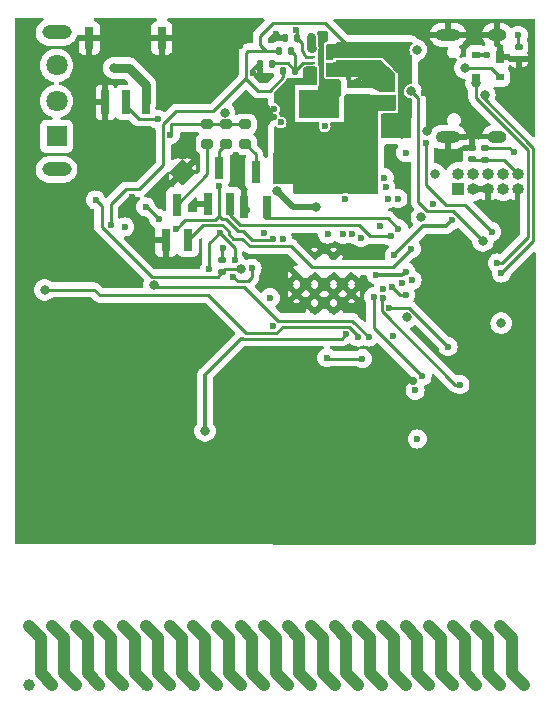
<source format=gbl>
G04 #@! TF.GenerationSoftware,KiCad,Pcbnew,(7.0.0)*
G04 #@! TF.CreationDate,2023-11-04T11:59:33-04:00*
G04 #@! TF.ProjectId,Emrick,456d7269-636b-42e6-9b69-6361645f7063,5.1*
G04 #@! TF.SameCoordinates,Original*
G04 #@! TF.FileFunction,Copper,L4,Bot*
G04 #@! TF.FilePolarity,Positive*
%FSLAX46Y46*%
G04 Gerber Fmt 4.6, Leading zero omitted, Abs format (unit mm)*
G04 Created by KiCad (PCBNEW (7.0.0)) date 2023-11-04 11:59:33*
%MOMM*%
%LPD*%
G01*
G04 APERTURE LIST*
G04 Aperture macros list*
%AMRoundRect*
0 Rectangle with rounded corners*
0 $1 Rounding radius*
0 $2 $3 $4 $5 $6 $7 $8 $9 X,Y pos of 4 corners*
0 Add a 4 corners polygon primitive as box body*
4,1,4,$2,$3,$4,$5,$6,$7,$8,$9,$2,$3,0*
0 Add four circle primitives for the rounded corners*
1,1,$1+$1,$2,$3*
1,1,$1+$1,$4,$5*
1,1,$1+$1,$6,$7*
1,1,$1+$1,$8,$9*
0 Add four rect primitives between the rounded corners*
20,1,$1+$1,$2,$3,$4,$5,0*
20,1,$1+$1,$4,$5,$6,$7,0*
20,1,$1+$1,$6,$7,$8,$9,0*
20,1,$1+$1,$8,$9,$2,$3,0*%
G04 Aperture macros list end*
G04 #@! TA.AperFunction,EtchedComponent*
%ADD10C,1.000000*%
G04 #@! TD*
G04 #@! TA.AperFunction,ComponentPad*
%ADD11C,1.000000*%
G04 #@! TD*
G04 #@! TA.AperFunction,ComponentPad*
%ADD12C,0.508000*%
G04 #@! TD*
G04 #@! TA.AperFunction,ComponentPad*
%ADD13R,1.800000X1.800000*%
G04 #@! TD*
G04 #@! TA.AperFunction,ComponentPad*
%ADD14C,1.800000*%
G04 #@! TD*
G04 #@! TA.AperFunction,ComponentPad*
%ADD15O,2.500000X1.200000*%
G04 #@! TD*
G04 #@! TA.AperFunction,ComponentPad*
%ADD16C,0.499999*%
G04 #@! TD*
G04 #@! TA.AperFunction,ComponentPad*
%ADD17R,1.000000X1.000000*%
G04 #@! TD*
G04 #@! TA.AperFunction,ComponentPad*
%ADD18O,1.000000X1.000000*%
G04 #@! TD*
G04 #@! TA.AperFunction,ComponentPad*
%ADD19O,2.100000X1.000000*%
G04 #@! TD*
G04 #@! TA.AperFunction,ComponentPad*
%ADD20O,1.600000X1.000000*%
G04 #@! TD*
G04 #@! TA.AperFunction,SMDPad,CuDef*
%ADD21RoundRect,0.135000X-0.135000X-0.185000X0.135000X-0.185000X0.135000X0.185000X-0.135000X0.185000X0*%
G04 #@! TD*
G04 #@! TA.AperFunction,SMDPad,CuDef*
%ADD22R,3.500000X2.350000*%
G04 #@! TD*
G04 #@! TA.AperFunction,SMDPad,CuDef*
%ADD23RoundRect,0.200000X-0.275000X0.200000X-0.275000X-0.200000X0.275000X-0.200000X0.275000X0.200000X0*%
G04 #@! TD*
G04 #@! TA.AperFunction,SMDPad,CuDef*
%ADD24RoundRect,0.135000X-0.185000X0.135000X-0.185000X-0.135000X0.185000X-0.135000X0.185000X0.135000X0*%
G04 #@! TD*
G04 #@! TA.AperFunction,SMDPad,CuDef*
%ADD25RoundRect,0.135000X0.135000X0.185000X-0.135000X0.185000X-0.135000X-0.185000X0.135000X-0.185000X0*%
G04 #@! TD*
G04 #@! TA.AperFunction,SMDPad,CuDef*
%ADD26R,0.700000X1.000000*%
G04 #@! TD*
G04 #@! TA.AperFunction,SMDPad,CuDef*
%ADD27R,0.700000X0.600000*%
G04 #@! TD*
G04 #@! TA.AperFunction,SMDPad,CuDef*
%ADD28R,0.660400X2.000000*%
G04 #@! TD*
G04 #@! TA.AperFunction,SMDPad,CuDef*
%ADD29R,0.762000X1.854200*%
G04 #@! TD*
G04 #@! TA.AperFunction,SMDPad,CuDef*
%ADD30RoundRect,0.140000X0.140000X0.170000X-0.140000X0.170000X-0.140000X-0.170000X0.140000X-0.170000X0*%
G04 #@! TD*
G04 #@! TA.AperFunction,SMDPad,CuDef*
%ADD31RoundRect,0.225000X-0.250000X0.225000X-0.250000X-0.225000X0.250000X-0.225000X0.250000X0.225000X0*%
G04 #@! TD*
G04 #@! TA.AperFunction,SMDPad,CuDef*
%ADD32RoundRect,0.140000X0.170000X-0.140000X0.170000X0.140000X-0.170000X0.140000X-0.170000X-0.140000X0*%
G04 #@! TD*
G04 #@! TA.AperFunction,SMDPad,CuDef*
%ADD33R,0.800000X1.900000*%
G04 #@! TD*
G04 #@! TA.AperFunction,SMDPad,CuDef*
%ADD34RoundRect,0.225000X0.250000X-0.225000X0.250000X0.225000X-0.250000X0.225000X-0.250000X-0.225000X0*%
G04 #@! TD*
G04 #@! TA.AperFunction,SMDPad,CuDef*
%ADD35R,0.600000X0.250000*%
G04 #@! TD*
G04 #@! TA.AperFunction,SMDPad,CuDef*
%ADD36R,0.600000X0.249200*%
G04 #@! TD*
G04 #@! TA.AperFunction,SMDPad,CuDef*
%ADD37R,0.250000X2.400000*%
G04 #@! TD*
G04 #@! TA.AperFunction,SMDPad,CuDef*
%ADD38R,0.300000X0.900000*%
G04 #@! TD*
G04 #@! TA.AperFunction,SMDPad,CuDef*
%ADD39R,0.300000X1.200000*%
G04 #@! TD*
G04 #@! TA.AperFunction,SMDPad,CuDef*
%ADD40RoundRect,0.135000X0.185000X-0.135000X0.185000X0.135000X-0.185000X0.135000X-0.185000X-0.135000X0*%
G04 #@! TD*
G04 #@! TA.AperFunction,ViaPad*
%ADD41C,0.600000*%
G04 #@! TD*
G04 #@! TA.AperFunction,ViaPad*
%ADD42C,0.800000*%
G04 #@! TD*
G04 #@! TA.AperFunction,ViaPad*
%ADD43C,0.700000*%
G04 #@! TD*
G04 #@! TA.AperFunction,Conductor*
%ADD44C,0.300000*%
G04 #@! TD*
G04 #@! TA.AperFunction,Conductor*
%ADD45C,0.250000*%
G04 #@! TD*
G04 #@! TA.AperFunction,Conductor*
%ADD46C,0.800000*%
G04 #@! TD*
G04 #@! TA.AperFunction,Conductor*
%ADD47C,0.500000*%
G04 #@! TD*
G04 APERTURE END LIST*
D10*
X122100000Y-73600000D02*
X121100000Y-72600000D01*
X121100000Y-72600000D02*
X121100000Y-69600000D01*
X121100000Y-69600000D02*
X120100000Y-68600000D01*
X120100000Y-73600000D02*
X119100000Y-72600000D01*
X119100000Y-72600000D02*
X119100000Y-69600000D01*
X119100000Y-69600000D02*
X118100000Y-68600000D01*
X118100000Y-73600000D02*
X117100000Y-72600000D01*
X117100000Y-72600000D02*
X117100000Y-69600000D01*
X117100000Y-69600000D02*
X116100000Y-68600000D01*
X116100000Y-73600000D02*
X115100000Y-72600000D01*
X115100000Y-72600000D02*
X115100000Y-69600000D01*
X115100000Y-69600000D02*
X114100000Y-68600000D01*
X114100000Y-73600000D02*
X113100000Y-72600000D01*
X113100000Y-72600000D02*
X113100000Y-69600000D01*
X113100000Y-69600000D02*
X112100000Y-68600000D01*
X112100000Y-73600000D02*
X111100000Y-72600000D01*
X111100000Y-72600000D02*
X111100000Y-69600000D01*
X111100000Y-69600000D02*
X110100000Y-68600000D01*
X110100000Y-73600000D02*
X109100000Y-72600000D01*
X109100000Y-72600000D02*
X109100000Y-69600000D01*
X109100000Y-69600000D02*
X108100000Y-68600000D01*
X108100000Y-73600000D02*
X107100000Y-72600000D01*
X107100000Y-72600000D02*
X107100000Y-69600000D01*
X107100000Y-69600000D02*
X106100000Y-68600000D01*
X106100000Y-73600000D02*
X105100000Y-72600000D01*
X105100000Y-72600000D02*
X105100000Y-69600000D01*
X105100000Y-69600000D02*
X104100000Y-68600000D01*
X104110000Y-73600000D02*
X103110000Y-72600000D01*
X103110000Y-72600000D02*
X103110000Y-69600000D01*
X103110000Y-69600000D02*
X102110000Y-68600000D01*
X102120000Y-73600000D02*
X101120000Y-72600000D01*
X101120000Y-72600000D02*
X101120000Y-69600000D01*
X101120000Y-69600000D02*
X100120000Y-68600000D01*
X100130000Y-73600000D02*
X99130000Y-72600000D01*
X99130000Y-72600000D02*
X99130000Y-69600000D01*
X99130000Y-69600000D02*
X98130000Y-68600000D01*
X98140000Y-73600000D02*
X97140000Y-72600000D01*
X97140000Y-72600000D02*
X97140000Y-69600000D01*
X97140000Y-69600000D02*
X96140000Y-68600000D01*
X96140000Y-73600000D02*
X95140000Y-72600000D01*
X95140000Y-72600000D02*
X95140000Y-69600000D01*
X95140000Y-69600000D02*
X94140000Y-68600000D01*
X94150000Y-73600000D02*
X93150000Y-72600000D01*
X93150000Y-72600000D02*
X93150000Y-69600000D01*
X93150000Y-69600000D02*
X92150000Y-68600000D01*
X92160000Y-73600000D02*
X91160000Y-72600000D01*
X91160000Y-72600000D02*
X91160000Y-69600000D01*
X91160000Y-69600000D02*
X90160000Y-68600000D01*
X90170000Y-73600000D02*
X89170000Y-72600000D01*
X89170000Y-72600000D02*
X89170000Y-69600000D01*
X89170000Y-69600000D02*
X88170000Y-68600000D01*
X88170000Y-73600000D02*
X87170000Y-72600000D01*
X87170000Y-72600000D02*
X87170000Y-69600000D01*
X87170000Y-69600000D02*
X86170000Y-68600000D01*
X86180000Y-73600000D02*
X85180000Y-72600000D01*
X85180000Y-72600000D02*
X85180000Y-69600000D01*
X85180000Y-69600000D02*
X84180000Y-68600000D01*
X84190000Y-73600000D02*
X83190000Y-72600000D01*
X83190000Y-72600000D02*
X83190000Y-69600000D01*
X83190000Y-69600000D02*
X82190000Y-68600000D01*
X82200000Y-73600000D02*
X81200000Y-72600000D01*
X81200000Y-72600000D02*
X81200000Y-69600000D01*
X81200000Y-69600000D02*
X80200000Y-68600000D01*
D11*
X122100000Y-73600000D03*
X120100000Y-73600000D03*
X120100000Y-68600000D03*
X118100000Y-73600000D03*
X118100000Y-68600000D03*
X116100000Y-73600000D03*
X116100000Y-68600000D03*
X114100000Y-73600000D03*
X114100000Y-68600000D03*
X112100000Y-73600000D03*
X112100000Y-68600000D03*
X110100000Y-73600000D03*
X110100000Y-68600000D03*
X108100000Y-73600000D03*
X108100000Y-68600000D03*
X106100000Y-73600000D03*
X106100000Y-68600000D03*
X104100000Y-73600000D03*
X104100000Y-68600000D03*
X102110000Y-73600000D03*
X102110000Y-68600000D03*
X100120000Y-73600000D03*
X100120000Y-68600000D03*
X98130000Y-73600000D03*
X98130000Y-68600000D03*
X96140000Y-73600000D03*
X96140000Y-68600000D03*
X94140000Y-73600000D03*
X94140000Y-68600000D03*
X92150000Y-73600000D03*
X92150000Y-68600000D03*
X90160000Y-73600000D03*
X90160000Y-68600000D03*
X88170000Y-73600000D03*
X88170000Y-68600000D03*
X86170000Y-73600000D03*
X86170000Y-68600000D03*
X84180000Y-73600000D03*
X84180000Y-68600000D03*
X82190000Y-73600000D03*
X82190000Y-68600000D03*
X80200000Y-73600000D03*
X80200000Y-68600000D03*
D12*
X92831299Y-29756299D03*
X92831299Y-30543699D03*
X93618699Y-29756299D03*
X93618699Y-30543699D03*
D13*
X82549999Y-27129999D03*
D14*
X82550000Y-24130000D03*
X82550000Y-21130000D03*
D15*
X82549999Y-18329999D03*
X82549999Y-29929999D03*
D16*
X104396499Y-41974999D03*
X106003501Y-41974999D03*
X102875001Y-40453501D03*
X104396499Y-40453501D03*
X106003501Y-40453501D03*
X107524999Y-40453501D03*
X102875001Y-38846499D03*
X104396499Y-38846499D03*
X106003501Y-38846499D03*
X107524999Y-38846499D03*
X104396499Y-37325001D03*
X106003501Y-37325001D03*
D17*
X116549999Y-31574999D03*
D18*
X116549999Y-30304999D03*
X117819999Y-31574999D03*
X117819999Y-30304999D03*
X119089999Y-31574999D03*
X119089999Y-30304999D03*
X120359999Y-31574999D03*
X120359999Y-30304999D03*
X121629999Y-31574999D03*
X121629999Y-30304999D03*
D19*
X115694999Y-27169999D03*
D20*
X119874999Y-27169999D03*
D19*
X115694999Y-18529999D03*
D20*
X119874999Y-18529999D03*
D21*
X101740190Y-21580000D03*
X102760190Y-21580000D03*
D22*
X104799999Y-30424999D03*
X104799999Y-24374999D03*
D23*
X98517500Y-26117500D03*
X98517500Y-27767500D03*
D24*
X118825000Y-28090000D03*
X118825000Y-29110000D03*
D25*
X102910000Y-18800000D03*
X101890000Y-18800000D03*
D26*
X120074999Y-20399999D03*
D27*
X120074999Y-22099999D03*
X118074999Y-22099999D03*
X118074999Y-20199999D03*
D28*
X86692000Y-24261399D03*
X88391999Y-24261399D03*
X90091998Y-24261399D03*
D29*
X85316999Y-18795999D03*
X91466999Y-18795999D03*
D25*
X100760000Y-20975000D03*
X99740000Y-20975000D03*
D30*
X102380000Y-19900000D03*
X101420000Y-19900000D03*
D31*
X110625000Y-22750000D03*
X110625000Y-24300000D03*
D32*
X117750000Y-29080000D03*
X117750000Y-28120000D03*
D33*
X93699999Y-35899999D03*
X91799999Y-35899999D03*
X92749999Y-32899999D03*
X100349999Y-33149999D03*
X98449999Y-33149999D03*
X99399999Y-30149999D03*
D31*
X108775000Y-19825000D03*
X108775000Y-21375000D03*
D34*
X107225000Y-21375000D03*
X107225000Y-19825000D03*
D24*
X96575000Y-37615000D03*
X96575000Y-38635000D03*
D30*
X105050190Y-18720000D03*
X104090190Y-18720000D03*
D35*
X104140000Y-19889999D03*
X104140000Y-20387730D03*
D36*
X104140000Y-20887856D03*
X104140000Y-21387982D03*
D37*
X105040000Y-20639999D03*
D38*
X105580600Y-21382205D03*
D39*
X105580600Y-20042205D03*
D23*
X96917500Y-26117500D03*
X96917500Y-27767500D03*
D33*
X97249999Y-32849999D03*
X95349999Y-32849999D03*
X96299999Y-29849999D03*
D40*
X121675000Y-20545000D03*
X121675000Y-19525000D03*
D23*
X95317500Y-26117500D03*
X95317500Y-27767500D03*
D41*
X98050000Y-19475000D03*
D42*
X120450000Y-33700000D03*
X98298000Y-45720000D03*
D41*
X93600000Y-43250000D03*
X106225000Y-21700000D03*
X113711515Y-18105387D03*
X108525000Y-59950000D03*
D43*
X112729962Y-47808742D03*
D41*
X88900000Y-32224500D03*
D42*
X113950000Y-26700000D03*
D41*
X122200000Y-51850000D03*
X101525000Y-25950000D03*
X118000000Y-45200000D03*
X122300000Y-46200000D03*
X121725000Y-22000000D03*
X98750000Y-17475000D03*
X100975000Y-25525000D03*
X98075000Y-17475000D03*
D42*
X115200000Y-37450000D03*
D41*
X121675000Y-56650000D03*
D42*
X116025000Y-50875000D03*
D41*
X113675000Y-23425000D03*
D42*
X111700000Y-29950000D03*
D41*
X121000000Y-52950000D03*
X106200000Y-21050000D03*
X116550000Y-59975000D03*
X99225000Y-21775000D03*
X98725000Y-18150000D03*
X98075000Y-18775000D03*
X105000000Y-50200000D03*
X97775000Y-28725000D03*
X101000000Y-24825000D03*
D42*
X117200000Y-39200000D03*
D43*
X103700000Y-49200000D03*
D42*
X117200000Y-37450000D03*
D41*
X106900000Y-52950000D03*
X109950000Y-51600000D03*
D43*
X104700000Y-53650000D03*
D41*
X109950000Y-34700000D03*
X86093000Y-31489000D03*
X119175000Y-54500000D03*
D42*
X94437200Y-45618400D03*
D41*
X111000000Y-44050000D03*
X119075000Y-60150000D03*
X102925000Y-60000000D03*
X98700000Y-33400000D03*
X105900000Y-54600000D03*
X98075000Y-18125000D03*
X95375000Y-32200000D03*
X120875000Y-24675000D03*
X98700000Y-18900000D03*
D42*
X115200000Y-39200000D03*
D41*
X109850000Y-53750000D03*
X119650000Y-51600000D03*
D43*
X100450000Y-51200000D03*
D41*
X121900000Y-53850000D03*
X101100000Y-18450000D03*
X85852000Y-32512000D03*
D42*
X98136787Y-38364700D03*
D41*
X111158411Y-37208411D03*
X111762500Y-39512500D03*
X100150000Y-35291442D03*
D42*
X112200000Y-42450000D03*
D41*
X121275000Y-28475000D03*
X116000000Y-34250000D03*
D42*
X120200000Y-42950000D03*
D41*
X108450000Y-45950000D03*
X105425500Y-45875000D03*
X112100000Y-28500000D03*
X112650000Y-39300000D03*
X101700000Y-35800000D03*
X110299367Y-30633506D03*
D42*
X96774000Y-25118000D03*
X113030000Y-19812000D03*
X117094000Y-21336000D03*
D41*
X100880000Y-43170000D03*
X107000000Y-32397502D03*
X100658411Y-40791589D03*
X109000000Y-44125000D03*
D42*
X90805000Y-39751000D03*
D41*
X90100000Y-33100000D03*
X91200000Y-34100000D03*
X99099784Y-38284881D03*
X97500000Y-39000000D03*
X96300000Y-31350000D03*
X100900498Y-35800780D03*
X92699500Y-35003261D03*
X95500000Y-38400000D03*
X96366074Y-35308426D03*
X97627307Y-37623396D03*
X113100000Y-52750000D03*
D42*
X101200000Y-31750000D03*
D41*
X114424156Y-32825500D03*
D42*
X104500000Y-33147002D03*
D41*
X105250000Y-26275000D03*
X88327502Y-34798000D03*
D42*
X114582920Y-30311050D03*
X113437701Y-33962299D03*
D41*
X108325501Y-35700000D03*
X111450000Y-32397502D03*
X110650497Y-32397502D03*
X107583099Y-35403277D03*
X110423339Y-31423339D03*
X106784108Y-35431875D03*
X91106051Y-25688894D03*
D42*
X111760000Y-26924000D03*
X111873114Y-24033374D03*
X111881829Y-25030833D03*
D41*
X87132531Y-34665469D03*
D42*
X111760000Y-25908000D03*
X118812707Y-23616382D03*
D41*
X119025000Y-20200000D03*
X120200000Y-38700000D03*
X119875734Y-37849500D03*
D42*
X118063207Y-22620860D03*
D41*
X112912254Y-48638453D03*
X105500000Y-35400000D03*
X107052985Y-43897015D03*
D42*
X95123000Y-52070000D03*
D41*
X110700000Y-41650000D03*
X115700000Y-44950000D03*
X116700000Y-48150000D03*
X110200000Y-40850000D03*
X109414683Y-40700062D03*
X113500000Y-47450000D03*
D42*
X102000000Y-29300000D03*
D41*
X113858420Y-27675500D03*
D42*
X109150048Y-29449951D03*
X102000000Y-27500000D03*
X102000000Y-30200000D03*
X102000000Y-28400000D03*
D41*
X119400000Y-35200000D03*
X112099500Y-40550000D03*
X110958728Y-39843088D03*
D42*
X112574814Y-23321600D03*
X118650000Y-36000000D03*
D41*
X109614558Y-38857499D03*
X112099500Y-38577378D03*
X92200000Y-27000000D03*
X111483531Y-34933531D03*
X110833531Y-35583531D03*
X112600000Y-36650000D03*
X96650000Y-36600000D03*
X110186629Y-40050609D03*
X102849810Y-18124500D03*
D42*
X87376000Y-21336000D03*
D41*
X121650000Y-18575000D03*
X108049333Y-44125500D03*
D42*
X81534000Y-40132000D03*
D44*
X96999999Y-18974999D02*
X96999999Y-18562000D01*
D45*
X101890000Y-18800000D02*
X101100000Y-18450000D01*
D44*
X97212999Y-18775000D02*
X96999999Y-18562000D01*
X98075000Y-18775000D02*
X97212999Y-18775000D01*
X99225000Y-21775000D02*
X99225000Y-21490000D01*
X96999999Y-18075001D02*
X96999999Y-18562000D01*
X97436999Y-18125000D02*
X96999999Y-18562000D01*
X98075000Y-17475000D02*
X97600000Y-17475000D01*
X98075000Y-18125000D02*
X97436999Y-18125000D01*
X97600000Y-17475000D02*
X96999999Y-18075001D01*
D45*
X95200000Y-32500000D02*
X95350000Y-32850000D01*
D44*
X97500000Y-19475000D02*
X96999999Y-18974999D01*
X99225000Y-21490000D02*
X99740000Y-20975000D01*
X98050000Y-19475000D02*
X97500000Y-19475000D01*
D45*
X90608884Y-39025000D02*
X96185000Y-39025000D01*
X120890000Y-28090000D02*
X121275000Y-28475000D01*
X98126487Y-38375000D02*
X96835000Y-38375000D01*
D44*
X111158411Y-37208411D02*
X111158411Y-37172350D01*
D45*
X85852000Y-32512000D02*
X86360000Y-33020000D01*
X98136787Y-38364700D02*
X98126487Y-38375000D01*
X96835000Y-38375000D02*
X96575000Y-38635000D01*
D44*
X113580761Y-34750000D02*
X113900000Y-34750000D01*
D45*
X86360000Y-34776116D02*
X90608884Y-39025000D01*
D44*
X111158411Y-37172350D02*
X113580761Y-34750000D01*
D45*
X118825000Y-28090000D02*
X120890000Y-28090000D01*
D44*
X113900000Y-34750000D02*
X115500000Y-34750000D01*
D45*
X96185000Y-39025000D02*
X96575000Y-38635000D01*
X86360000Y-33020000D02*
X86360000Y-34776116D01*
D44*
X115500000Y-34750000D02*
X116000000Y-34250000D01*
D45*
X105500500Y-45950000D02*
X108450000Y-45950000D01*
X105425500Y-45875000D02*
X105500500Y-45950000D01*
X117780000Y-29110000D02*
X117750000Y-29080000D01*
X121630000Y-30305000D02*
X120435000Y-29110000D01*
X118825000Y-29110000D02*
X117780000Y-29110000D01*
X120435000Y-29110000D02*
X118825000Y-29110000D01*
X117094000Y-21336000D02*
X119311000Y-21336000D01*
X119311000Y-21336000D02*
X120075000Y-22100000D01*
X90904500Y-39850500D02*
X98444384Y-39850500D01*
X98444384Y-39850500D02*
X101318884Y-42725000D01*
X107600000Y-42725000D02*
X109000000Y-44125000D01*
X90805000Y-39751000D02*
X90904500Y-39850500D01*
X101318884Y-42725000D02*
X107600000Y-42725000D01*
X97875000Y-39375000D02*
X97500000Y-39000000D01*
X98802881Y-39375000D02*
X97875000Y-39375000D01*
X99099784Y-39078097D02*
X98802881Y-39375000D01*
X90200000Y-33100000D02*
X91200000Y-34100000D01*
X99099784Y-38284881D02*
X99099784Y-39078097D01*
X90100000Y-33100000D02*
X90200000Y-33100000D01*
X96000000Y-34200000D02*
X96300000Y-33900000D01*
X92699500Y-35003261D02*
X92975000Y-34727761D01*
X96938604Y-34125000D02*
X97930546Y-35116942D01*
X100776278Y-35925000D02*
X100900498Y-35800780D01*
X92975000Y-34727761D02*
X92975000Y-34625000D01*
X96525000Y-34125000D02*
X96938604Y-34125000D01*
X96300000Y-31350000D02*
X96300000Y-33900000D01*
X96300000Y-33900000D02*
X96525000Y-34125000D01*
X92975000Y-34625000D02*
X93400000Y-34200000D01*
X99141116Y-35925000D02*
X100776278Y-35925000D01*
X98333058Y-35116942D02*
X99141116Y-35925000D01*
X93400000Y-34200000D02*
X96000000Y-34200000D01*
X97930546Y-35116942D02*
X98333058Y-35116942D01*
X97627307Y-37623396D02*
X97627307Y-36569659D01*
X95500000Y-36174500D02*
X95500000Y-38400000D01*
X96366074Y-35308426D02*
X95500000Y-36174500D01*
X97627307Y-36569659D02*
X96366074Y-35308426D01*
D46*
X104090190Y-18720000D02*
X104100000Y-18729810D01*
X104100000Y-18729810D02*
X104100000Y-19662731D01*
X104100000Y-19662731D02*
X104140001Y-19662731D01*
D47*
X104500000Y-33147002D02*
X102597002Y-33147002D01*
X102597002Y-33147002D02*
X101200000Y-31750000D01*
D45*
X102760190Y-20280190D02*
X102380000Y-19900000D01*
X104140001Y-20887857D02*
X103452333Y-20887857D01*
X102110190Y-20930000D02*
X100805000Y-20930000D01*
X103452333Y-20887857D02*
X102760190Y-21580000D01*
X102760190Y-21580000D02*
X102760190Y-20280190D01*
X102760190Y-21580000D02*
X102110190Y-20930000D01*
X100805000Y-20930000D02*
X100760000Y-20975000D01*
X91071157Y-25654000D02*
X89504399Y-25654000D01*
X88392000Y-24541601D02*
X88392000Y-24261400D01*
X89504399Y-25654000D02*
X88392000Y-24541601D01*
X91106051Y-25688894D02*
X91071157Y-25654000D01*
X91575000Y-26122914D02*
X92678914Y-25019000D01*
X95806000Y-25019000D02*
X98600000Y-22225000D01*
X99800000Y-18600000D02*
X99800000Y-19400000D01*
X99580700Y-23275000D02*
X98600000Y-22294300D01*
X100900000Y-17500000D02*
X99800000Y-18600000D01*
X91575000Y-29583000D02*
X91575000Y-26122914D01*
X100000000Y-19900000D02*
X98750000Y-19900000D01*
X87132531Y-32858585D02*
X88391116Y-31600000D01*
X105260190Y-17500000D02*
X100900000Y-17500000D01*
X87132531Y-34665469D02*
X87132531Y-32858585D01*
X107580190Y-19820000D02*
X105260190Y-17500000D01*
X100608884Y-23275000D02*
X99580700Y-23275000D01*
X98600000Y-22225000D02*
X98600000Y-20050000D01*
X98600000Y-20050000D02*
X98750000Y-19900000D01*
X89558000Y-31600000D02*
X91575000Y-29583000D01*
X92678914Y-25019000D02*
X95806000Y-25019000D01*
X88391116Y-31600000D02*
X89558000Y-31600000D01*
X99800000Y-19400000D02*
X100300000Y-19900000D01*
X100300000Y-19900000D02*
X100000000Y-19900000D01*
X100300000Y-19900000D02*
X101420000Y-19900000D01*
X101740190Y-21580000D02*
X101740190Y-22143694D01*
X98600000Y-22294300D02*
X98600000Y-20050000D01*
X101740190Y-22143694D02*
X100608884Y-23275000D01*
X122905000Y-28096878D02*
X122905000Y-35995000D01*
X118618605Y-23810484D02*
X122905000Y-28096878D01*
X118812707Y-23616382D02*
X118618605Y-23810484D01*
X122905000Y-35995000D02*
X120200000Y-38700000D01*
D44*
X118075000Y-20200000D02*
X119025000Y-20200000D01*
D45*
X122455000Y-35649595D02*
X120255095Y-37849500D01*
X120255095Y-37849500D02*
X119875734Y-37849500D01*
X118063207Y-22111793D02*
X118075000Y-22100000D01*
X118063207Y-23891481D02*
X122455000Y-28283274D01*
X118063207Y-22620860D02*
X118063207Y-22111793D01*
X118063207Y-22620860D02*
X118063207Y-23891481D01*
X122455000Y-28283274D02*
X122455000Y-35649595D01*
D44*
X95123000Y-52070000D02*
X95123000Y-47327000D01*
X95123000Y-47327000D02*
X98200000Y-44250000D01*
X98200000Y-44250000D02*
X98298000Y-44250000D01*
D45*
X106700000Y-44250000D02*
X107052985Y-43897015D01*
X98298000Y-44250000D02*
X106700000Y-44250000D01*
X110700000Y-41650000D02*
X112425305Y-41650000D01*
X115700000Y-44924695D02*
X115700000Y-44950000D01*
X112425305Y-41650000D02*
X115700000Y-44924695D01*
X110075000Y-41925000D02*
X116300000Y-48150000D01*
X116300000Y-48150000D02*
X116700000Y-48150000D01*
X110075000Y-40975000D02*
X110075000Y-41925000D01*
X110200000Y-40850000D02*
X110075000Y-40975000D01*
X109414683Y-43364683D02*
X113500000Y-47450000D01*
X109414683Y-40700062D02*
X109414683Y-43364683D01*
X96300000Y-29850000D02*
X96300000Y-28385000D01*
X96300000Y-28385000D02*
X96917500Y-27767500D01*
X92750000Y-32900000D02*
X95317500Y-30332500D01*
X95317500Y-30332500D02*
X95317500Y-27767500D01*
X99400000Y-28650000D02*
X98517500Y-27767500D01*
X99400000Y-30150000D02*
X99400000Y-28650000D01*
X119400000Y-35200000D02*
X117100000Y-32900000D01*
X113858420Y-31270121D02*
X113858420Y-27675500D01*
X115488299Y-32900000D02*
X113858420Y-31270121D01*
X117100000Y-32900000D02*
X115488299Y-32900000D01*
X111665640Y-40550000D02*
X112099500Y-40550000D01*
X110958728Y-39843088D02*
X111665640Y-40550000D01*
X113175000Y-23921786D02*
X112574814Y-23321600D01*
X113175000Y-32675000D02*
X113950000Y-33450000D01*
X116100000Y-33450000D02*
X118650000Y-36000000D01*
X113950000Y-33450000D02*
X116100000Y-33450000D01*
X113175000Y-32675000D02*
X113175000Y-23921786D01*
D44*
X111819379Y-38857499D02*
X112099500Y-38577378D01*
X109614558Y-38857499D02*
X111819379Y-38857499D01*
D45*
X92216810Y-26983190D02*
X92200000Y-27000000D01*
X95317500Y-26117500D02*
X96917500Y-26117500D01*
X92216810Y-26117500D02*
X92216810Y-26983190D01*
X92216810Y-26117500D02*
X95317500Y-26117500D01*
X96917500Y-26117500D02*
X98517500Y-26117500D01*
X111483531Y-34933531D02*
X110625000Y-34075000D01*
X110625000Y-34075000D02*
X100193150Y-34075000D01*
X108176327Y-34666942D02*
X98116942Y-34666942D01*
X110833531Y-35583531D02*
X109092916Y-35583531D01*
X109092916Y-35583531D02*
X108176327Y-34666942D01*
X97250000Y-33800000D02*
X97250000Y-32850000D01*
X98116942Y-34666942D02*
X97250000Y-33800000D01*
X97123115Y-35182290D02*
X96590825Y-34650000D01*
X94950000Y-34650000D02*
X93700000Y-35900000D01*
X102400780Y-36425780D02*
X98900780Y-36425780D01*
X112600000Y-36650000D02*
X111017001Y-38232999D01*
X97123115Y-35429778D02*
X97123115Y-35182290D01*
X98270894Y-35795894D02*
X97489231Y-35795894D01*
X111017001Y-38232999D02*
X104207999Y-38232999D01*
X104207999Y-38232999D02*
X102400780Y-36425780D01*
X96590825Y-34650000D02*
X94950000Y-34650000D01*
X97489231Y-35795894D02*
X97123115Y-35429778D01*
X98900780Y-36425780D02*
X98270894Y-35795894D01*
X96575000Y-36675000D02*
X96650000Y-36600000D01*
X96575000Y-37615000D02*
X96575000Y-36675000D01*
X103500000Y-20186334D02*
X103500000Y-20088036D01*
X103500000Y-20088036D02*
X103330000Y-19918036D01*
X103330000Y-19918036D02*
X103330000Y-19220000D01*
X104140001Y-20387731D02*
X104087731Y-20387731D01*
X102849810Y-18124500D02*
X102910000Y-18184690D01*
X102910000Y-18184690D02*
X102910000Y-19060190D01*
X104000000Y-20387731D02*
X103701397Y-20387731D01*
X103330000Y-19220000D02*
X102910000Y-18800000D01*
X103701397Y-20387731D02*
X103506833Y-20193167D01*
X104087731Y-20387731D02*
X104000000Y-20387731D01*
D46*
X90091999Y-22768001D02*
X90091999Y-24261400D01*
X88659998Y-21336000D02*
X90091999Y-22768001D01*
X87376000Y-21336000D02*
X88659998Y-21336000D01*
D45*
X121650000Y-18575000D02*
X121650000Y-19500000D01*
X121650000Y-19500000D02*
X121675000Y-19525000D01*
X107289854Y-43250000D02*
X108049333Y-44009479D01*
X108049333Y-44009479D02*
X108049333Y-44125500D01*
X85765884Y-40132000D02*
X86208884Y-40575000D01*
X95408884Y-40575000D02*
X98633884Y-43800000D01*
X101725000Y-43250000D02*
X107289854Y-43250000D01*
X98633884Y-43800000D02*
X101175000Y-43800000D01*
X101175000Y-43800000D02*
X101725000Y-43250000D01*
X81534000Y-40132000D02*
X85765884Y-40132000D01*
X86208884Y-40575000D02*
X95408884Y-40575000D01*
G04 #@! TA.AperFunction,Conductor*
G36*
X81337384Y-17105300D02*
G01*
X81401331Y-17122902D01*
X81447480Y-17170539D01*
X81463043Y-17235012D01*
X81443709Y-17298456D01*
X81394835Y-17343293D01*
X81303313Y-17390476D01*
X81303308Y-17390478D01*
X81297974Y-17393229D01*
X81293257Y-17396938D01*
X81293253Y-17396941D01*
X81136281Y-17520384D01*
X81136271Y-17520393D01*
X81131568Y-17524092D01*
X81127645Y-17528618D01*
X81127640Y-17528624D01*
X80996867Y-17679543D01*
X80996861Y-17679550D01*
X80992935Y-17684082D01*
X80989933Y-17689281D01*
X80989932Y-17689283D01*
X80890089Y-17862217D01*
X80890086Y-17862223D01*
X80887087Y-17867418D01*
X80885125Y-17873086D01*
X80885123Y-17873091D01*
X80819811Y-18061796D01*
X80819809Y-18061804D01*
X80817847Y-18067473D01*
X80816993Y-18073410D01*
X80816991Y-18073420D01*
X80788915Y-18268695D01*
X80787719Y-18277016D01*
X80797792Y-18488474D01*
X80799207Y-18494307D01*
X80799208Y-18494313D01*
X80829049Y-18617316D01*
X80847702Y-18694204D01*
X80850196Y-18699665D01*
X80933150Y-18881311D01*
X80933152Y-18881315D01*
X80935644Y-18886771D01*
X81058441Y-19059215D01*
X81062783Y-19063355D01*
X81182658Y-19177656D01*
X81211654Y-19205303D01*
X81389746Y-19319756D01*
X81586279Y-19398436D01*
X81794151Y-19438500D01*
X83249802Y-19438500D01*
X83252803Y-19438500D01*
X83410739Y-19423419D01*
X83613862Y-19363777D01*
X83802026Y-19266771D01*
X83968432Y-19135908D01*
X84107065Y-18975918D01*
X84212913Y-18792582D01*
X84273573Y-18617314D01*
X84307888Y-18565292D01*
X84362938Y-18536078D01*
X84425255Y-18536819D01*
X84444591Y-18542000D01*
X86189410Y-18542000D01*
X86202493Y-18538493D01*
X86206000Y-18525410D01*
X86206000Y-17823677D01*
X86205640Y-17816961D01*
X86200337Y-17767642D01*
X86196740Y-17752421D01*
X86151594Y-17631380D01*
X86143045Y-17615724D01*
X86066302Y-17513207D01*
X86053692Y-17500597D01*
X85951175Y-17423854D01*
X85935519Y-17415305D01*
X85814478Y-17370159D01*
X85791587Y-17364750D01*
X85791911Y-17363376D01*
X85741769Y-17344491D01*
X85700909Y-17296417D01*
X85688477Y-17234562D01*
X85707589Y-17174434D01*
X85753455Y-17131110D01*
X85814571Y-17115452D01*
X90923276Y-17127036D01*
X90989781Y-17146197D01*
X91036135Y-17197596D01*
X91048347Y-17265723D01*
X91022732Y-17330023D01*
X90967020Y-17371092D01*
X90848478Y-17415306D01*
X90832824Y-17423854D01*
X90730307Y-17500597D01*
X90717697Y-17513207D01*
X90640954Y-17615724D01*
X90632405Y-17631380D01*
X90587259Y-17752421D01*
X90583662Y-17767642D01*
X90578359Y-17816961D01*
X90578000Y-17823677D01*
X90578000Y-18525410D01*
X90581506Y-18538493D01*
X90594590Y-18542000D01*
X92339410Y-18542000D01*
X92352493Y-18538493D01*
X92356000Y-18525410D01*
X92356000Y-17823677D01*
X92355640Y-17816961D01*
X92350337Y-17767642D01*
X92346740Y-17752421D01*
X92301594Y-17631380D01*
X92293045Y-17615724D01*
X92216302Y-17513207D01*
X92203692Y-17500597D01*
X92101175Y-17423854D01*
X92085515Y-17415303D01*
X91973635Y-17373573D01*
X91917853Y-17332414D01*
X91892286Y-17267978D01*
X91904672Y-17199770D01*
X91951262Y-17148437D01*
X92017949Y-17129519D01*
X100052456Y-17147737D01*
X100109572Y-17161574D01*
X100154203Y-17199815D01*
X100176633Y-17254139D01*
X100171981Y-17312727D01*
X100141261Y-17362832D01*
X99407742Y-18096351D01*
X99399459Y-18103888D01*
X99392982Y-18108000D01*
X99387559Y-18113774D01*
X99387560Y-18113774D01*
X99346370Y-18157636D01*
X99343621Y-18160472D01*
X99326667Y-18177427D01*
X99326660Y-18177434D01*
X99323865Y-18180230D01*
X99321442Y-18183352D01*
X99321426Y-18183371D01*
X99321365Y-18183451D01*
X99313690Y-18192435D01*
X99288838Y-18218902D01*
X99288835Y-18218904D01*
X99283414Y-18224679D01*
X99279600Y-18231614D01*
X99279592Y-18231627D01*
X99273650Y-18242436D01*
X99262803Y-18258949D01*
X99255243Y-18268695D01*
X99255237Y-18268704D01*
X99250386Y-18274959D01*
X99247242Y-18282223D01*
X99247238Y-18282231D01*
X99232824Y-18315540D01*
X99227604Y-18326195D01*
X99210125Y-18357989D01*
X99210121Y-18357997D01*
X99206305Y-18364940D01*
X99204333Y-18372616D01*
X99204331Y-18372624D01*
X99201266Y-18384562D01*
X99194865Y-18403259D01*
X99189968Y-18414576D01*
X99189966Y-18414581D01*
X99186819Y-18421855D01*
X99185579Y-18429680D01*
X99185577Y-18429689D01*
X99179901Y-18465524D01*
X99177495Y-18477144D01*
X99168471Y-18512289D01*
X99168469Y-18512297D01*
X99166500Y-18519970D01*
X99166500Y-18527899D01*
X99166500Y-18540224D01*
X99164949Y-18559935D01*
X99163019Y-18572114D01*
X99163018Y-18572121D01*
X99161780Y-18579943D01*
X99162525Y-18587826D01*
X99162525Y-18587834D01*
X99165941Y-18623961D01*
X99166500Y-18635819D01*
X99166500Y-19140500D01*
X99149619Y-19203500D01*
X99103500Y-19249619D01*
X99040500Y-19266500D01*
X98828767Y-19266500D01*
X98817583Y-19265972D01*
X98810091Y-19264298D01*
X98802165Y-19264547D01*
X98742014Y-19266438D01*
X98738055Y-19266500D01*
X98710144Y-19266500D01*
X98706218Y-19266995D01*
X98706200Y-19266997D01*
X98706108Y-19267009D01*
X98694303Y-19267937D01*
X98658031Y-19269077D01*
X98658023Y-19269078D01*
X98650111Y-19269327D01*
X98642504Y-19271536D01*
X98642503Y-19271537D01*
X98630656Y-19274979D01*
X98611306Y-19278986D01*
X98591203Y-19281526D01*
X98583840Y-19284440D01*
X98583836Y-19284442D01*
X98550098Y-19297800D01*
X98538873Y-19301643D01*
X98504017Y-19311770D01*
X98504010Y-19311773D01*
X98496407Y-19313982D01*
X98489591Y-19318012D01*
X98489583Y-19318016D01*
X98478960Y-19324298D01*
X98461221Y-19332989D01*
X98449749Y-19337531D01*
X98449746Y-19337532D01*
X98442383Y-19340448D01*
X98435976Y-19345102D01*
X98435972Y-19345105D01*
X98406611Y-19366437D01*
X98396693Y-19372951D01*
X98365465Y-19391419D01*
X98365457Y-19391425D01*
X98358638Y-19395458D01*
X98353036Y-19401058D01*
X98353029Y-19401065D01*
X98344308Y-19409786D01*
X98329287Y-19422615D01*
X98319307Y-19429866D01*
X98319298Y-19429873D01*
X98312893Y-19434528D01*
X98307847Y-19440627D01*
X98307841Y-19440633D01*
X98284707Y-19468597D01*
X98276719Y-19477374D01*
X98207739Y-19546354D01*
X98199462Y-19553886D01*
X98192982Y-19558000D01*
X98187558Y-19563774D01*
X98187554Y-19563779D01*
X98146368Y-19607637D01*
X98143620Y-19610473D01*
X98126667Y-19627427D01*
X98126660Y-19627434D01*
X98123865Y-19630230D01*
X98121442Y-19633352D01*
X98121426Y-19633371D01*
X98121365Y-19633451D01*
X98113690Y-19642435D01*
X98088838Y-19668902D01*
X98088835Y-19668904D01*
X98083414Y-19674679D01*
X98079600Y-19681614D01*
X98079592Y-19681627D01*
X98073650Y-19692436D01*
X98062803Y-19708949D01*
X98055243Y-19718695D01*
X98055237Y-19718704D01*
X98050386Y-19724959D01*
X98047242Y-19732223D01*
X98047238Y-19732231D01*
X98032824Y-19765540D01*
X98027604Y-19776195D01*
X98010125Y-19807989D01*
X98010121Y-19807997D01*
X98006305Y-19814940D01*
X98004333Y-19822616D01*
X98004331Y-19822624D01*
X98001266Y-19834562D01*
X97994865Y-19853259D01*
X97989968Y-19864576D01*
X97989966Y-19864581D01*
X97986819Y-19871855D01*
X97985579Y-19879680D01*
X97985577Y-19879689D01*
X97979901Y-19915524D01*
X97977495Y-19927144D01*
X97968471Y-19962289D01*
X97968469Y-19962297D01*
X97966500Y-19969970D01*
X97966500Y-19977899D01*
X97966500Y-19990224D01*
X97964949Y-20009935D01*
X97963019Y-20022114D01*
X97963018Y-20022121D01*
X97961780Y-20029943D01*
X97962525Y-20037826D01*
X97962525Y-20037834D01*
X97965941Y-20073961D01*
X97966500Y-20085819D01*
X97966500Y-21910406D01*
X97956909Y-21958624D01*
X97929595Y-21999501D01*
X95580500Y-24348595D01*
X95539623Y-24375909D01*
X95491405Y-24385500D01*
X92757681Y-24385500D01*
X92746497Y-24384972D01*
X92739005Y-24383298D01*
X92731079Y-24383547D01*
X92670928Y-24385438D01*
X92666969Y-24385500D01*
X92639058Y-24385500D01*
X92635132Y-24385995D01*
X92635114Y-24385997D01*
X92635022Y-24386009D01*
X92623217Y-24386937D01*
X92586944Y-24388077D01*
X92586936Y-24388078D01*
X92579024Y-24388327D01*
X92571417Y-24390536D01*
X92571416Y-24390537D01*
X92559569Y-24393979D01*
X92540220Y-24397986D01*
X92527976Y-24399533D01*
X92520117Y-24400526D01*
X92512755Y-24403440D01*
X92512746Y-24403443D01*
X92479011Y-24416800D01*
X92467784Y-24420645D01*
X92432926Y-24430772D01*
X92432922Y-24430773D01*
X92425321Y-24432982D01*
X92418505Y-24437012D01*
X92418497Y-24437016D01*
X92407874Y-24443298D01*
X92390135Y-24451989D01*
X92378663Y-24456531D01*
X92378660Y-24456532D01*
X92371297Y-24459448D01*
X92364890Y-24464102D01*
X92364886Y-24464105D01*
X92335525Y-24485437D01*
X92325607Y-24491951D01*
X92294379Y-24510419D01*
X92294371Y-24510425D01*
X92287552Y-24514458D01*
X92281950Y-24520058D01*
X92281943Y-24520065D01*
X92273222Y-24528786D01*
X92258201Y-24541615D01*
X92248221Y-24548866D01*
X92248212Y-24548873D01*
X92241807Y-24553528D01*
X92236759Y-24559628D01*
X92236750Y-24559638D01*
X92213614Y-24587604D01*
X92205627Y-24596381D01*
X91767838Y-25034170D01*
X91720358Y-25064004D01*
X91664635Y-25070283D01*
X91611707Y-25051762D01*
X91465057Y-24959615D01*
X91465054Y-24959613D01*
X91459066Y-24955851D01*
X91452390Y-24953515D01*
X91452386Y-24953513D01*
X91293775Y-24898013D01*
X91293771Y-24898012D01*
X91287098Y-24895677D01*
X91106051Y-24875278D01*
X91099022Y-24876070D01*
X91070806Y-24879249D01*
X91002029Y-24867563D01*
X90950012Y-24821077D01*
X90930699Y-24754041D01*
X90930699Y-24640069D01*
X90936866Y-24601133D01*
X90939778Y-24592172D01*
X90985541Y-24451328D01*
X91000499Y-24309010D01*
X91000499Y-22849417D01*
X91002050Y-22829705D01*
X91004251Y-22815810D01*
X91000671Y-22747519D01*
X91000499Y-22740926D01*
X91000499Y-22723681D01*
X91000499Y-22720391D01*
X90998351Y-22699964D01*
X90997835Y-22693405D01*
X90994256Y-22625097D01*
X90990614Y-22611509D01*
X90987011Y-22592062D01*
X90986231Y-22584643D01*
X90985541Y-22578073D01*
X90964399Y-22513006D01*
X90962528Y-22506689D01*
X90960757Y-22500080D01*
X90944828Y-22440631D01*
X90938438Y-22428090D01*
X90930874Y-22409828D01*
X90926526Y-22396445D01*
X90892326Y-22337210D01*
X90889177Y-22331410D01*
X90885117Y-22323442D01*
X90858128Y-22270471D01*
X90849271Y-22259533D01*
X90838073Y-22243240D01*
X90834340Y-22236775D01*
X90831039Y-22231057D01*
X90818190Y-22216787D01*
X90788023Y-22183282D01*
X90785263Y-22180217D01*
X90780998Y-22175223D01*
X90768071Y-22159260D01*
X90753554Y-22144743D01*
X90749014Y-22139959D01*
X90733957Y-22123236D01*
X90703252Y-22089135D01*
X90691864Y-22080861D01*
X90676831Y-22068020D01*
X89359975Y-20751164D01*
X89347133Y-20736129D01*
X89338864Y-20724747D01*
X89288020Y-20678967D01*
X89283253Y-20674442D01*
X89271077Y-20662266D01*
X89268739Y-20659928D01*
X89252775Y-20647000D01*
X89247774Y-20642729D01*
X89241543Y-20637119D01*
X89206762Y-20605802D01*
X89201848Y-20601377D01*
X89201846Y-20601375D01*
X89196942Y-20596960D01*
X89184746Y-20589918D01*
X89168466Y-20578728D01*
X89165493Y-20576321D01*
X89157528Y-20569871D01*
X89096583Y-20538818D01*
X89090804Y-20535681D01*
X89031554Y-20501473D01*
X89025279Y-20499434D01*
X89025277Y-20499433D01*
X89018161Y-20497121D01*
X88999909Y-20489560D01*
X88993252Y-20486168D01*
X88993244Y-20486165D01*
X88987368Y-20483171D01*
X88980994Y-20481463D01*
X88980989Y-20481461D01*
X88921303Y-20465468D01*
X88914997Y-20463600D01*
X88849926Y-20442458D01*
X88843364Y-20441768D01*
X88843349Y-20441765D01*
X88835923Y-20440985D01*
X88816489Y-20437383D01*
X88809286Y-20435453D01*
X88809278Y-20435451D01*
X88802901Y-20433743D01*
X88796305Y-20433397D01*
X88796304Y-20433397D01*
X88734597Y-20430162D01*
X88728038Y-20429646D01*
X88707608Y-20427500D01*
X88704315Y-20427500D01*
X88687072Y-20427500D01*
X88680478Y-20427327D01*
X88618779Y-20424093D01*
X88618774Y-20424093D01*
X88612188Y-20423748D01*
X88598290Y-20425949D01*
X88578581Y-20427500D01*
X87471487Y-20427500D01*
X87280513Y-20427500D01*
X87274059Y-20428871D01*
X87274056Y-20428872D01*
X87240143Y-20436080D01*
X87227125Y-20438141D01*
X87192646Y-20441766D01*
X87192637Y-20441767D01*
X87186072Y-20442458D01*
X87179798Y-20444496D01*
X87179786Y-20444499D01*
X87146817Y-20455212D01*
X87134080Y-20458625D01*
X87100168Y-20465833D01*
X87100161Y-20465834D01*
X87093712Y-20467206D01*
X87087690Y-20469887D01*
X87087678Y-20469891D01*
X87056004Y-20483993D01*
X87043699Y-20488717D01*
X87010726Y-20499431D01*
X87010719Y-20499433D01*
X87004444Y-20501473D01*
X86998724Y-20504775D01*
X86998718Y-20504778D01*
X86968705Y-20522105D01*
X86956961Y-20528089D01*
X86925285Y-20542193D01*
X86925276Y-20542197D01*
X86919248Y-20544882D01*
X86913913Y-20548757D01*
X86913904Y-20548763D01*
X86885849Y-20569145D01*
X86874799Y-20576321D01*
X86844773Y-20593658D01*
X86844765Y-20593663D01*
X86839056Y-20596960D01*
X86834155Y-20601372D01*
X86834149Y-20601377D01*
X86808383Y-20624576D01*
X86798143Y-20632869D01*
X86770083Y-20653257D01*
X86764747Y-20657134D01*
X86760337Y-20662031D01*
X86760330Y-20662038D01*
X86737129Y-20687806D01*
X86727806Y-20697129D01*
X86702038Y-20720330D01*
X86702031Y-20720337D01*
X86697134Y-20724747D01*
X86693257Y-20730082D01*
X86693257Y-20730083D01*
X86672869Y-20758143D01*
X86664576Y-20768383D01*
X86641377Y-20794149D01*
X86641372Y-20794155D01*
X86636960Y-20799056D01*
X86633663Y-20804765D01*
X86633658Y-20804773D01*
X86616321Y-20834799D01*
X86609145Y-20845849D01*
X86588763Y-20873904D01*
X86588757Y-20873913D01*
X86584882Y-20879248D01*
X86582197Y-20885276D01*
X86582193Y-20885285D01*
X86568089Y-20916961D01*
X86562105Y-20928705D01*
X86544778Y-20958718D01*
X86544777Y-20958721D01*
X86541473Y-20964444D01*
X86539433Y-20970719D01*
X86539431Y-20970726D01*
X86528717Y-21003699D01*
X86523993Y-21016004D01*
X86509891Y-21047678D01*
X86509887Y-21047690D01*
X86507206Y-21053712D01*
X86505834Y-21060161D01*
X86505833Y-21060168D01*
X86498625Y-21094080D01*
X86495212Y-21106817D01*
X86484499Y-21139786D01*
X86484496Y-21139798D01*
X86482458Y-21146072D01*
X86481768Y-21152635D01*
X86481766Y-21152646D01*
X86478141Y-21187125D01*
X86476080Y-21200143D01*
X86469266Y-21232206D01*
X86467500Y-21240513D01*
X86467500Y-21247118D01*
X86467500Y-21281784D01*
X86466810Y-21294954D01*
X86462496Y-21336000D01*
X86463186Y-21342565D01*
X86466810Y-21377045D01*
X86467500Y-21390216D01*
X86467500Y-21431487D01*
X86468871Y-21437941D01*
X86468873Y-21437952D01*
X86476079Y-21471856D01*
X86478141Y-21484874D01*
X86481766Y-21519355D01*
X86481768Y-21519364D01*
X86482458Y-21525928D01*
X86484497Y-21532204D01*
X86484499Y-21532212D01*
X86495212Y-21565183D01*
X86498625Y-21577919D01*
X86507206Y-21618288D01*
X86509890Y-21624317D01*
X86509891Y-21624319D01*
X86523994Y-21655995D01*
X86528721Y-21668309D01*
X86539430Y-21701271D01*
X86541473Y-21707556D01*
X86544770Y-21713267D01*
X86544773Y-21713273D01*
X86562107Y-21743296D01*
X86568094Y-21755045D01*
X86584882Y-21792752D01*
X86588761Y-21798092D01*
X86588764Y-21798096D01*
X86609144Y-21826148D01*
X86616325Y-21837205D01*
X86633658Y-21867226D01*
X86633660Y-21867230D01*
X86636960Y-21872944D01*
X86651843Y-21889473D01*
X86664575Y-21903614D01*
X86672873Y-21913862D01*
X86674809Y-21916526D01*
X86697134Y-21947253D01*
X86702042Y-21951672D01*
X86727804Y-21974868D01*
X86737131Y-21984195D01*
X86764747Y-22014866D01*
X86770088Y-22018747D01*
X86770091Y-22018749D01*
X86798135Y-22039124D01*
X86808384Y-22047423D01*
X86839056Y-22075040D01*
X86844771Y-22078339D01*
X86844773Y-22078341D01*
X86874794Y-22095674D01*
X86885855Y-22102857D01*
X86919248Y-22127118D01*
X86953594Y-22142409D01*
X86956956Y-22143906D01*
X86968710Y-22149896D01*
X86998715Y-22167220D01*
X86998720Y-22167222D01*
X87004444Y-22170527D01*
X87010730Y-22172569D01*
X87010736Y-22172572D01*
X87043698Y-22183282D01*
X87056013Y-22188009D01*
X87093712Y-22204794D01*
X87100174Y-22206167D01*
X87100176Y-22206168D01*
X87110509Y-22208364D01*
X87134076Y-22213373D01*
X87146814Y-22216785D01*
X87164095Y-22222401D01*
X87179790Y-22227501D01*
X87179792Y-22227501D01*
X87186072Y-22229542D01*
X87227128Y-22233857D01*
X87240136Y-22235917D01*
X87280513Y-22244500D01*
X87328390Y-22244500D01*
X87471487Y-22244500D01*
X88231495Y-22244500D01*
X88279713Y-22254091D01*
X88320590Y-22281405D01*
X88576990Y-22537805D01*
X88607728Y-22587964D01*
X88612344Y-22646611D01*
X88589831Y-22700961D01*
X88545098Y-22739167D01*
X88487895Y-22752900D01*
X88013162Y-22752900D01*
X88009815Y-22753259D01*
X88009811Y-22753260D01*
X87960432Y-22758568D01*
X87960425Y-22758569D01*
X87952599Y-22759411D01*
X87945223Y-22762161D01*
X87945219Y-22762163D01*
X87824036Y-22807362D01*
X87824030Y-22807365D01*
X87815596Y-22810511D01*
X87808388Y-22815906D01*
X87808382Y-22815910D01*
X87705750Y-22892740D01*
X87705746Y-22892743D01*
X87698539Y-22898139D01*
X87693143Y-22905346D01*
X87693139Y-22905351D01*
X87642555Y-22972923D01*
X87598087Y-23010086D01*
X87541688Y-23023413D01*
X87485288Y-23010085D01*
X87440820Y-22972922D01*
X87390503Y-22905707D01*
X87377893Y-22893097D01*
X87275376Y-22816354D01*
X87259720Y-22807805D01*
X87138679Y-22762659D01*
X87123458Y-22759062D01*
X87074139Y-22753759D01*
X87067424Y-22753400D01*
X86962591Y-22753400D01*
X86949507Y-22756906D01*
X86946001Y-22769990D01*
X86946001Y-25752810D01*
X86949507Y-25765893D01*
X86962591Y-25769400D01*
X87067424Y-25769400D01*
X87074139Y-25769040D01*
X87123458Y-25763737D01*
X87138679Y-25760140D01*
X87259720Y-25714994D01*
X87275376Y-25706445D01*
X87377893Y-25629702D01*
X87390503Y-25617092D01*
X87440820Y-25549877D01*
X87485288Y-25512714D01*
X87541688Y-25499386D01*
X87598087Y-25512713D01*
X87642556Y-25549877D01*
X87669771Y-25586232D01*
X87698539Y-25624661D01*
X87705750Y-25630059D01*
X87801995Y-25702108D01*
X87815596Y-25712289D01*
X87952599Y-25763389D01*
X88013162Y-25769900D01*
X88672204Y-25769900D01*
X88720422Y-25779491D01*
X88761299Y-25806805D01*
X89000746Y-26046252D01*
X89008285Y-26054535D01*
X89012399Y-26061018D01*
X89018178Y-26066444D01*
X89018179Y-26066446D01*
X89062050Y-26107643D01*
X89064891Y-26110397D01*
X89084629Y-26130135D01*
X89087759Y-26132563D01*
X89087831Y-26132619D01*
X89096839Y-26140313D01*
X89129078Y-26170586D01*
X89136026Y-26174405D01*
X89136028Y-26174407D01*
X89146825Y-26180343D01*
X89163349Y-26191197D01*
X89173093Y-26198755D01*
X89173096Y-26198757D01*
X89179358Y-26203614D01*
X89212776Y-26218074D01*
X89219934Y-26221172D01*
X89230599Y-26226397D01*
X89269339Y-26247695D01*
X89288959Y-26252732D01*
X89307651Y-26259130D01*
X89326254Y-26267181D01*
X89369924Y-26274097D01*
X89381524Y-26276498D01*
X89424369Y-26287500D01*
X89444623Y-26287500D01*
X89464333Y-26289050D01*
X89484342Y-26292220D01*
X89528360Y-26288058D01*
X89540218Y-26287500D01*
X90509075Y-26287500D01*
X90557293Y-26297091D01*
X90587103Y-26317010D01*
X90588236Y-26315590D01*
X90593762Y-26319997D01*
X90598770Y-26325005D01*
X90604764Y-26328771D01*
X90604765Y-26328772D01*
X90704411Y-26391384D01*
X90753036Y-26421937D01*
X90759715Y-26424274D01*
X90857115Y-26458356D01*
X90901202Y-26484921D01*
X90930987Y-26526899D01*
X90941500Y-26577285D01*
X90941500Y-29268406D01*
X90931909Y-29316624D01*
X90904595Y-29357501D01*
X89332500Y-30929595D01*
X89291623Y-30956909D01*
X89243405Y-30966500D01*
X88469883Y-30966500D01*
X88458699Y-30965972D01*
X88451207Y-30964298D01*
X88443281Y-30964547D01*
X88383117Y-30966438D01*
X88379159Y-30966500D01*
X88351260Y-30966500D01*
X88347335Y-30966995D01*
X88347314Y-30966997D01*
X88347240Y-30967007D01*
X88335429Y-30967936D01*
X88299150Y-30969076D01*
X88299142Y-30969077D01*
X88291227Y-30969326D01*
X88283616Y-30971536D01*
X88283609Y-30971538D01*
X88271764Y-30974979D01*
X88252419Y-30978985D01*
X88240188Y-30980530D01*
X88240175Y-30980533D01*
X88232319Y-30981526D01*
X88224955Y-30984441D01*
X88224945Y-30984444D01*
X88191208Y-30997802D01*
X88179981Y-31001646D01*
X88145134Y-31011770D01*
X88145129Y-31011772D01*
X88137523Y-31013982D01*
X88130706Y-31018012D01*
X88130697Y-31018017D01*
X88120076Y-31024298D01*
X88102337Y-31032989D01*
X88090865Y-31037531D01*
X88090862Y-31037532D01*
X88083499Y-31040448D01*
X88077092Y-31045102D01*
X88077088Y-31045105D01*
X88047727Y-31066437D01*
X88037809Y-31072951D01*
X88006581Y-31091419D01*
X88006573Y-31091425D01*
X87999754Y-31095458D01*
X87994152Y-31101058D01*
X87994145Y-31101065D01*
X87985424Y-31109786D01*
X87970403Y-31122615D01*
X87960423Y-31129866D01*
X87960414Y-31129873D01*
X87954009Y-31134528D01*
X87948961Y-31140628D01*
X87948952Y-31140638D01*
X87925816Y-31168604D01*
X87917829Y-31177381D01*
X86817867Y-32277342D01*
X86763653Y-32309323D01*
X86700734Y-32311088D01*
X86644811Y-32282197D01*
X86609845Y-32229865D01*
X86585043Y-32158985D01*
X86488111Y-32004719D01*
X86359281Y-31875889D01*
X86353287Y-31872123D01*
X86353285Y-31872121D01*
X86211006Y-31782721D01*
X86211003Y-31782719D01*
X86205015Y-31778957D01*
X86198339Y-31776621D01*
X86198335Y-31776619D01*
X86039724Y-31721119D01*
X86039720Y-31721118D01*
X86033047Y-31718783D01*
X85974940Y-31712236D01*
X85859029Y-31699176D01*
X85852000Y-31698384D01*
X85844971Y-31699176D01*
X85677981Y-31717991D01*
X85677979Y-31717991D01*
X85670953Y-31718783D01*
X85664280Y-31721117D01*
X85664275Y-31721119D01*
X85505664Y-31776619D01*
X85505656Y-31776622D01*
X85498985Y-31778957D01*
X85493000Y-31782717D01*
X85492993Y-31782721D01*
X85350714Y-31872121D01*
X85350707Y-31872126D01*
X85344719Y-31875889D01*
X85339714Y-31880893D01*
X85339710Y-31880897D01*
X85220897Y-31999710D01*
X85220893Y-31999714D01*
X85215889Y-32004719D01*
X85212126Y-32010707D01*
X85212121Y-32010714D01*
X85122721Y-32152993D01*
X85122717Y-32153000D01*
X85118957Y-32158985D01*
X85116622Y-32165656D01*
X85116619Y-32165664D01*
X85061119Y-32324275D01*
X85061117Y-32324280D01*
X85058783Y-32330953D01*
X85057991Y-32337979D01*
X85057991Y-32337981D01*
X85049287Y-32415231D01*
X85038384Y-32512000D01*
X85058783Y-32693047D01*
X85061118Y-32699720D01*
X85061119Y-32699724D01*
X85116619Y-32858335D01*
X85116621Y-32858339D01*
X85118957Y-32865015D01*
X85122719Y-32871003D01*
X85122721Y-32871006D01*
X85196881Y-32989031D01*
X85215889Y-33019281D01*
X85344719Y-33148111D01*
X85350713Y-33151877D01*
X85350714Y-33151878D01*
X85384616Y-33173180D01*
X85498985Y-33245043D01*
X85642115Y-33295126D01*
X85686202Y-33321690D01*
X85715987Y-33363669D01*
X85726500Y-33414055D01*
X85726500Y-34697349D01*
X85725972Y-34708532D01*
X85724298Y-34716025D01*
X85724547Y-34723949D01*
X85724547Y-34723951D01*
X85726438Y-34784102D01*
X85726500Y-34788061D01*
X85726500Y-34815972D01*
X85726995Y-34819890D01*
X85726997Y-34819922D01*
X85727008Y-34820004D01*
X85727937Y-34831813D01*
X85729077Y-34868085D01*
X85729078Y-34868092D01*
X85729327Y-34876005D01*
X85731537Y-34883614D01*
X85731538Y-34883616D01*
X85734978Y-34895458D01*
X85738986Y-34914809D01*
X85741526Y-34934913D01*
X85744444Y-34942285D01*
X85744445Y-34942286D01*
X85757800Y-34976017D01*
X85761645Y-34987246D01*
X85771771Y-35022102D01*
X85771773Y-35022108D01*
X85773982Y-35029709D01*
X85778014Y-35036527D01*
X85778015Y-35036529D01*
X85784293Y-35047145D01*
X85792990Y-35064898D01*
X85800448Y-35083733D01*
X85805107Y-35090146D01*
X85805108Y-35090147D01*
X85826432Y-35119497D01*
X85832948Y-35129417D01*
X85849265Y-35157006D01*
X85855458Y-35167478D01*
X85861063Y-35173083D01*
X85869778Y-35181798D01*
X85882618Y-35196831D01*
X85884920Y-35200000D01*
X85894528Y-35213223D01*
X85900635Y-35218275D01*
X85900636Y-35218276D01*
X85928598Y-35241408D01*
X85937378Y-35249398D01*
X89939651Y-39251671D01*
X89973075Y-39311352D01*
X89970389Y-39379702D01*
X89913497Y-39554794D01*
X89913495Y-39554801D01*
X89911458Y-39561072D01*
X89910768Y-39567633D01*
X89910768Y-39567635D01*
X89901755Y-39653388D01*
X89891496Y-39751000D01*
X89892812Y-39763525D01*
X89896891Y-39802329D01*
X89884829Y-39870735D01*
X89838351Y-39922354D01*
X89771581Y-39941500D01*
X86523479Y-39941500D01*
X86475261Y-39931909D01*
X86434383Y-39904595D01*
X86354396Y-39824608D01*
X86269530Y-39739741D01*
X86261995Y-39731459D01*
X86257884Y-39724982D01*
X86208231Y-39678355D01*
X86205389Y-39675600D01*
X86188458Y-39658669D01*
X86185654Y-39655865D01*
X86182459Y-39653386D01*
X86173438Y-39645682D01*
X86146981Y-39620838D01*
X86141205Y-39615414D01*
X86134261Y-39611596D01*
X86134255Y-39611592D01*
X86123450Y-39605652D01*
X86106931Y-39594801D01*
X86090925Y-39582386D01*
X86083650Y-39579238D01*
X86083647Y-39579236D01*
X86050350Y-39564828D01*
X86039688Y-39559605D01*
X86007891Y-39542124D01*
X86007889Y-39542123D01*
X86000944Y-39538305D01*
X85993267Y-39536334D01*
X85993265Y-39536333D01*
X85981322Y-39533267D01*
X85962618Y-39526863D01*
X85951304Y-39521967D01*
X85951302Y-39521966D01*
X85944029Y-39518819D01*
X85936203Y-39517579D01*
X85936202Y-39517579D01*
X85900359Y-39511902D01*
X85888743Y-39509496D01*
X85845914Y-39498500D01*
X85837985Y-39498500D01*
X85825660Y-39498500D01*
X85805949Y-39496949D01*
X85793769Y-39495019D01*
X85793762Y-39495018D01*
X85785941Y-39493780D01*
X85778057Y-39494525D01*
X85778049Y-39494525D01*
X85743349Y-39497806D01*
X85742706Y-39497867D01*
X85741923Y-39497941D01*
X85730065Y-39498500D01*
X82242200Y-39498500D01*
X82190953Y-39487608D01*
X82155275Y-39461687D01*
X82154580Y-39462460D01*
X82149667Y-39458037D01*
X82145253Y-39453134D01*
X81990752Y-39340882D01*
X81816288Y-39263206D01*
X81809835Y-39261834D01*
X81809831Y-39261833D01*
X81635943Y-39224872D01*
X81635940Y-39224871D01*
X81629487Y-39223500D01*
X81438513Y-39223500D01*
X81432060Y-39224871D01*
X81432056Y-39224872D01*
X81258168Y-39261833D01*
X81258161Y-39261835D01*
X81251712Y-39263206D01*
X81245682Y-39265890D01*
X81245681Y-39265891D01*
X81083278Y-39338197D01*
X81083275Y-39338198D01*
X81077248Y-39340882D01*
X81071907Y-39344762D01*
X81071906Y-39344763D01*
X80928091Y-39449250D01*
X80928087Y-39449254D01*
X80922747Y-39453134D01*
X80918330Y-39458039D01*
X80918325Y-39458044D01*
X80812564Y-39575505D01*
X80794960Y-39595056D01*
X80791661Y-39600769D01*
X80791658Y-39600774D01*
X80702777Y-39754721D01*
X80699473Y-39760444D01*
X80697434Y-39766718D01*
X80697430Y-39766728D01*
X80642497Y-39935794D01*
X80642495Y-39935801D01*
X80640458Y-39942072D01*
X80639768Y-39948633D01*
X80639768Y-39948635D01*
X80625097Y-40088220D01*
X80620496Y-40132000D01*
X80621186Y-40138565D01*
X80635977Y-40279299D01*
X80640458Y-40321928D01*
X80642495Y-40328200D01*
X80642497Y-40328205D01*
X80697430Y-40497271D01*
X80697433Y-40497278D01*
X80699473Y-40503556D01*
X80794960Y-40668944D01*
X80922747Y-40810866D01*
X80928089Y-40814747D01*
X80928091Y-40814749D01*
X80933641Y-40818781D01*
X81077248Y-40923118D01*
X81251712Y-41000794D01*
X81438513Y-41040500D01*
X81622884Y-41040500D01*
X81629487Y-41040500D01*
X81816288Y-41000794D01*
X81990752Y-40923118D01*
X82145253Y-40810866D01*
X82149669Y-40805961D01*
X82154580Y-40801540D01*
X82155275Y-40802312D01*
X82190953Y-40776392D01*
X82242200Y-40765500D01*
X85451290Y-40765500D01*
X85499508Y-40775091D01*
X85540385Y-40802405D01*
X85705226Y-40967246D01*
X85712768Y-40975533D01*
X85716884Y-40982018D01*
X85722663Y-40987444D01*
X85722664Y-40987446D01*
X85766551Y-41028658D01*
X85769393Y-41031413D01*
X85789115Y-41051135D01*
X85792243Y-41053561D01*
X85792244Y-41053562D01*
X85792298Y-41053604D01*
X85801330Y-41061317D01*
X85833563Y-41091586D01*
X85840508Y-41095404D01*
X85851314Y-41101345D01*
X85867840Y-41112201D01*
X85877574Y-41119751D01*
X85877576Y-41119752D01*
X85883844Y-41124614D01*
X85924414Y-41142170D01*
X85935070Y-41147390D01*
X85966877Y-41164876D01*
X85973824Y-41168695D01*
X85993450Y-41173734D01*
X86012143Y-41180134D01*
X86030739Y-41188181D01*
X86038570Y-41189421D01*
X86038573Y-41189422D01*
X86055012Y-41192025D01*
X86074409Y-41195097D01*
X86086009Y-41197498D01*
X86128854Y-41208500D01*
X86149108Y-41208500D01*
X86168818Y-41210050D01*
X86188827Y-41213220D01*
X86232845Y-41209058D01*
X86244703Y-41208500D01*
X95094290Y-41208500D01*
X95142508Y-41218091D01*
X95183384Y-41245404D01*
X97639265Y-43701286D01*
X97671876Y-43757768D01*
X97671876Y-43822990D01*
X97639264Y-43879474D01*
X94715396Y-46803342D01*
X94706622Y-46811327D01*
X94706605Y-46811340D01*
X94699920Y-46815584D01*
X94694503Y-46821352D01*
X94694495Y-46821359D01*
X94651393Y-46867258D01*
X94648645Y-46870094D01*
X94628073Y-46890667D01*
X94625647Y-46893793D01*
X94625625Y-46893819D01*
X94625325Y-46894206D01*
X94617649Y-46903191D01*
X94591454Y-46931088D01*
X94591451Y-46931091D01*
X94586028Y-46936867D01*
X94582212Y-46943806D01*
X94582205Y-46943817D01*
X94575689Y-46955669D01*
X94564844Y-46972179D01*
X94556556Y-46982864D01*
X94556550Y-46982872D01*
X94551696Y-46989132D01*
X94548549Y-46996402D01*
X94548547Y-46996407D01*
X94533351Y-47031523D01*
X94528131Y-47042178D01*
X94509697Y-47075710D01*
X94509693Y-47075718D01*
X94505876Y-47082663D01*
X94503905Y-47090336D01*
X94503902Y-47090346D01*
X94500541Y-47103438D01*
X94494140Y-47122134D01*
X94488767Y-47134550D01*
X94488765Y-47134554D01*
X94485620Y-47141824D01*
X94484381Y-47149641D01*
X94484380Y-47149648D01*
X94478393Y-47187452D01*
X94475986Y-47199073D01*
X94466471Y-47236130D01*
X94466469Y-47236140D01*
X94464500Y-47243812D01*
X94464500Y-47251741D01*
X94464500Y-47265259D01*
X94462949Y-47284968D01*
X94459594Y-47306152D01*
X94460339Y-47314043D01*
X94460340Y-47314043D01*
X94463941Y-47352138D01*
X94464500Y-47363996D01*
X94464500Y-51395241D01*
X94456131Y-51440395D01*
X94432136Y-51479550D01*
X94383960Y-51533056D01*
X94380661Y-51538769D01*
X94380658Y-51538774D01*
X94291777Y-51692721D01*
X94288473Y-51698444D01*
X94286434Y-51704718D01*
X94286430Y-51704728D01*
X94231497Y-51873794D01*
X94231495Y-51873801D01*
X94229458Y-51880072D01*
X94209496Y-52070000D01*
X94229458Y-52259928D01*
X94231495Y-52266200D01*
X94231497Y-52266205D01*
X94286430Y-52435271D01*
X94286433Y-52435278D01*
X94288473Y-52441556D01*
X94383960Y-52606944D01*
X94511747Y-52748866D01*
X94666248Y-52861118D01*
X94840712Y-52938794D01*
X95027513Y-52978500D01*
X95211884Y-52978500D01*
X95218487Y-52978500D01*
X95405288Y-52938794D01*
X95579752Y-52861118D01*
X95732692Y-52750000D01*
X112286384Y-52750000D01*
X112306783Y-52931047D01*
X112309118Y-52937720D01*
X112309119Y-52937724D01*
X112364619Y-53096335D01*
X112364621Y-53096339D01*
X112366957Y-53103015D01*
X112463889Y-53257281D01*
X112592719Y-53386111D01*
X112746985Y-53483043D01*
X112918953Y-53543217D01*
X113100000Y-53563616D01*
X113281047Y-53543217D01*
X113453015Y-53483043D01*
X113607281Y-53386111D01*
X113736111Y-53257281D01*
X113833043Y-53103015D01*
X113893217Y-52931047D01*
X113913616Y-52750000D01*
X113893217Y-52568953D01*
X113833043Y-52396985D01*
X113736111Y-52242719D01*
X113607281Y-52113889D01*
X113601287Y-52110123D01*
X113601285Y-52110121D01*
X113459006Y-52020721D01*
X113459003Y-52020719D01*
X113453015Y-52016957D01*
X113446339Y-52014621D01*
X113446335Y-52014619D01*
X113287724Y-51959119D01*
X113287720Y-51959118D01*
X113281047Y-51956783D01*
X113100000Y-51936384D01*
X113092971Y-51937176D01*
X112925981Y-51955991D01*
X112925979Y-51955991D01*
X112918953Y-51956783D01*
X112912280Y-51959117D01*
X112912275Y-51959119D01*
X112753664Y-52014619D01*
X112753656Y-52014622D01*
X112746985Y-52016957D01*
X112741000Y-52020717D01*
X112740993Y-52020721D01*
X112598714Y-52110121D01*
X112598707Y-52110126D01*
X112592719Y-52113889D01*
X112587714Y-52118893D01*
X112587710Y-52118897D01*
X112468897Y-52237710D01*
X112468893Y-52237714D01*
X112463889Y-52242719D01*
X112460126Y-52248707D01*
X112460121Y-52248714D01*
X112370721Y-52390993D01*
X112370717Y-52391000D01*
X112366957Y-52396985D01*
X112364622Y-52403656D01*
X112364619Y-52403664D01*
X112309119Y-52562275D01*
X112309117Y-52562280D01*
X112306783Y-52568953D01*
X112305991Y-52575979D01*
X112305991Y-52575981D01*
X112290123Y-52716813D01*
X112286384Y-52750000D01*
X95732692Y-52750000D01*
X95734253Y-52748866D01*
X95862040Y-52606944D01*
X95957527Y-52441556D01*
X96016542Y-52259928D01*
X96036504Y-52070000D01*
X96016542Y-51880072D01*
X95957527Y-51698444D01*
X95862040Y-51533056D01*
X95813863Y-51479550D01*
X95789869Y-51440395D01*
X95781500Y-51395241D01*
X95781500Y-47651950D01*
X95791091Y-47603732D01*
X95818405Y-47562855D01*
X98460855Y-44920405D01*
X98501732Y-44893091D01*
X98549950Y-44883500D01*
X105069531Y-44883500D01*
X105136567Y-44902813D01*
X105183053Y-44954831D01*
X105194739Y-45023608D01*
X105168042Y-45088060D01*
X105111146Y-45128429D01*
X105079164Y-45139619D01*
X105079156Y-45139622D01*
X105072485Y-45141957D01*
X105066500Y-45145717D01*
X105066493Y-45145721D01*
X104924214Y-45235121D01*
X104924207Y-45235126D01*
X104918219Y-45238889D01*
X104913214Y-45243893D01*
X104913210Y-45243897D01*
X104794397Y-45362710D01*
X104794393Y-45362714D01*
X104789389Y-45367719D01*
X104785626Y-45373707D01*
X104785621Y-45373714D01*
X104696221Y-45515993D01*
X104696217Y-45516000D01*
X104692457Y-45521985D01*
X104690122Y-45528656D01*
X104690119Y-45528664D01*
X104634619Y-45687275D01*
X104634617Y-45687280D01*
X104632283Y-45693953D01*
X104631491Y-45700979D01*
X104631491Y-45700981D01*
X104623041Y-45775981D01*
X104611884Y-45875000D01*
X104632283Y-46056047D01*
X104634618Y-46062720D01*
X104634619Y-46062724D01*
X104690119Y-46221335D01*
X104690121Y-46221339D01*
X104692457Y-46228015D01*
X104696219Y-46234003D01*
X104696221Y-46234006D01*
X104739582Y-46303015D01*
X104789389Y-46382281D01*
X104918219Y-46511111D01*
X104924213Y-46514877D01*
X104924214Y-46514878D01*
X105066491Y-46604277D01*
X105072485Y-46608043D01*
X105244453Y-46668217D01*
X105425500Y-46688616D01*
X105606547Y-46668217D01*
X105778515Y-46608043D01*
X105786841Y-46602811D01*
X105788612Y-46602300D01*
X105790882Y-46601208D01*
X105791067Y-46601593D01*
X105853875Y-46583500D01*
X107902264Y-46583500D01*
X107969300Y-46602813D01*
X108096985Y-46683043D01*
X108268953Y-46743217D01*
X108450000Y-46763616D01*
X108631047Y-46743217D01*
X108803015Y-46683043D01*
X108957281Y-46586111D01*
X109086111Y-46457281D01*
X109183043Y-46303015D01*
X109243217Y-46131047D01*
X109263616Y-45950000D01*
X109243217Y-45768953D01*
X109183043Y-45596985D01*
X109086111Y-45442719D01*
X108957281Y-45313889D01*
X108951287Y-45310123D01*
X108951285Y-45310121D01*
X108809006Y-45220721D01*
X108809003Y-45220719D01*
X108803015Y-45216957D01*
X108796339Y-45214621D01*
X108796335Y-45214619D01*
X108637724Y-45159119D01*
X108637720Y-45159118D01*
X108631047Y-45156783D01*
X108450000Y-45136384D01*
X108442971Y-45137176D01*
X108442970Y-45137176D01*
X108319836Y-45151049D01*
X108271687Y-45144709D01*
X108235218Y-45168587D01*
X108103664Y-45214619D01*
X108103656Y-45214622D01*
X108096985Y-45216957D01*
X108091000Y-45220717D01*
X108090993Y-45220721D01*
X107969300Y-45297187D01*
X107902264Y-45316500D01*
X106062582Y-45316500D01*
X106014364Y-45306909D01*
X105973487Y-45279595D01*
X105937789Y-45243897D01*
X105932781Y-45238889D01*
X105926787Y-45235123D01*
X105926785Y-45235121D01*
X105784506Y-45145721D01*
X105784503Y-45145719D01*
X105778515Y-45141957D01*
X105771839Y-45139621D01*
X105771835Y-45139619D01*
X105739854Y-45128429D01*
X105682958Y-45088060D01*
X105656261Y-45023608D01*
X105667947Y-44954831D01*
X105714433Y-44902813D01*
X105781469Y-44883500D01*
X106621233Y-44883500D01*
X106632416Y-44884027D01*
X106639909Y-44885702D01*
X106707985Y-44883562D01*
X106711945Y-44883500D01*
X106735894Y-44883500D01*
X106739856Y-44883500D01*
X106743856Y-44882994D01*
X106755699Y-44882061D01*
X106799889Y-44880673D01*
X106819333Y-44875023D01*
X106838702Y-44871012D01*
X106858797Y-44868474D01*
X106899915Y-44852193D01*
X106911117Y-44848357D01*
X106953593Y-44836018D01*
X106971039Y-44825699D01*
X106988769Y-44817013D01*
X107007617Y-44809552D01*
X107043387Y-44783561D01*
X107053298Y-44777051D01*
X107091362Y-44754542D01*
X107105688Y-44740215D01*
X107120713Y-44727381D01*
X107133533Y-44718067D01*
X107193481Y-44694800D01*
X107234032Y-44690232D01*
X107334605Y-44655039D01*
X107404258Y-44651128D01*
X107465315Y-44684874D01*
X107542052Y-44761611D01*
X107548046Y-44765377D01*
X107548047Y-44765378D01*
X107654051Y-44831985D01*
X107696318Y-44858543D01*
X107868286Y-44918717D01*
X108049333Y-44939116D01*
X108179496Y-44924450D01*
X108227645Y-44930789D01*
X108264109Y-44906914D01*
X108402348Y-44858543D01*
X108458027Y-44823556D01*
X108525064Y-44804243D01*
X108592101Y-44823556D01*
X108646985Y-44858043D01*
X108818953Y-44918217D01*
X109000000Y-44938616D01*
X109181047Y-44918217D01*
X109353015Y-44858043D01*
X109507281Y-44761111D01*
X109622149Y-44646243D01*
X109678633Y-44613631D01*
X109743855Y-44613631D01*
X109800339Y-44646243D01*
X112665655Y-47511559D01*
X112690082Y-47545984D01*
X112701767Y-47586544D01*
X112705989Y-47624009D01*
X112705990Y-47624017D01*
X112706783Y-47631047D01*
X112709119Y-47637723D01*
X112709120Y-47637727D01*
X112734604Y-47710556D01*
X112739478Y-47775596D01*
X112711180Y-47834359D01*
X112657291Y-47871100D01*
X112565916Y-47903073D01*
X112565911Y-47903075D01*
X112559239Y-47905410D01*
X112553254Y-47909170D01*
X112553247Y-47909174D01*
X112410968Y-47998574D01*
X112410961Y-47998579D01*
X112404973Y-48002342D01*
X112399968Y-48007346D01*
X112399964Y-48007350D01*
X112281151Y-48126163D01*
X112281147Y-48126167D01*
X112276143Y-48131172D01*
X112272380Y-48137160D01*
X112272375Y-48137167D01*
X112182975Y-48279446D01*
X112182971Y-48279453D01*
X112179211Y-48285438D01*
X112176876Y-48292109D01*
X112176873Y-48292117D01*
X112121373Y-48450728D01*
X112121371Y-48450733D01*
X112119037Y-48457406D01*
X112098638Y-48638453D01*
X112119037Y-48819500D01*
X112121372Y-48826173D01*
X112121373Y-48826177D01*
X112176873Y-48984788D01*
X112176875Y-48984792D01*
X112179211Y-48991468D01*
X112276143Y-49145734D01*
X112404973Y-49274564D01*
X112559239Y-49371496D01*
X112731207Y-49431670D01*
X112912254Y-49452069D01*
X113093301Y-49431670D01*
X113265269Y-49371496D01*
X113419535Y-49274564D01*
X113548365Y-49145734D01*
X113645297Y-48991468D01*
X113705471Y-48819500D01*
X113725870Y-48638453D01*
X113705471Y-48457406D01*
X113677648Y-48377894D01*
X113672775Y-48312856D01*
X113701074Y-48254092D01*
X113754959Y-48217353D01*
X113853015Y-48183043D01*
X114007281Y-48086111D01*
X114136111Y-47957281D01*
X114233043Y-47803015D01*
X114293217Y-47631047D01*
X114313616Y-47450000D01*
X114304349Y-47367756D01*
X114312614Y-47306743D01*
X114348806Y-47256928D01*
X114404282Y-47230212D01*
X114465794Y-47232974D01*
X114518652Y-47264556D01*
X115796342Y-48542246D01*
X115803884Y-48550533D01*
X115808000Y-48557018D01*
X115813779Y-48562444D01*
X115813780Y-48562446D01*
X115857667Y-48603658D01*
X115860508Y-48606412D01*
X115880230Y-48626134D01*
X115883414Y-48628604D01*
X115892437Y-48636309D01*
X115924679Y-48666586D01*
X115931628Y-48670406D01*
X115942429Y-48676344D01*
X115958959Y-48687202D01*
X115968694Y-48694754D01*
X115968697Y-48694756D01*
X115974959Y-48699613D01*
X116015536Y-48717172D01*
X116026171Y-48722381D01*
X116064940Y-48743695D01*
X116084566Y-48748734D01*
X116103259Y-48755134D01*
X116121855Y-48763181D01*
X116143138Y-48766551D01*
X116191588Y-48787909D01*
X116192719Y-48786111D01*
X116256483Y-48826177D01*
X116346985Y-48883043D01*
X116518953Y-48943217D01*
X116700000Y-48963616D01*
X116881047Y-48943217D01*
X117053015Y-48883043D01*
X117207281Y-48786111D01*
X117336111Y-48657281D01*
X117433043Y-48503015D01*
X117493217Y-48331047D01*
X117513616Y-48150000D01*
X117493217Y-47968953D01*
X117433043Y-47796985D01*
X117336111Y-47642719D01*
X117207281Y-47513889D01*
X117201287Y-47510123D01*
X117201285Y-47510121D01*
X117059006Y-47420721D01*
X117059003Y-47420719D01*
X117053015Y-47416957D01*
X117046339Y-47414621D01*
X117046335Y-47414619D01*
X116887724Y-47359119D01*
X116887720Y-47359118D01*
X116881047Y-47356783D01*
X116700000Y-47336384D01*
X116692971Y-47337176D01*
X116525977Y-47355991D01*
X116525971Y-47355992D01*
X116518953Y-47356783D01*
X116512287Y-47359115D01*
X116512280Y-47359117D01*
X116507549Y-47360773D01*
X116437898Y-47364682D01*
X116376842Y-47330937D01*
X112530559Y-43484654D01*
X112499321Y-43432923D01*
X112495764Y-43372597D01*
X112520704Y-43317553D01*
X112568406Y-43280452D01*
X112571230Y-43279194D01*
X112656752Y-43241118D01*
X112811253Y-43128866D01*
X112815744Y-43123877D01*
X112815801Y-43123841D01*
X112820580Y-43119539D01*
X112821299Y-43120338D01*
X112872539Y-43087687D01*
X112939866Y-43085919D01*
X112998484Y-43119083D01*
X114862442Y-44983042D01*
X114886869Y-45017467D01*
X114898555Y-45058028D01*
X114906783Y-45131047D01*
X114909119Y-45137725D01*
X114909120Y-45137726D01*
X114964619Y-45296335D01*
X114964621Y-45296339D01*
X114966957Y-45303015D01*
X114970719Y-45309003D01*
X114970721Y-45309006D01*
X115051591Y-45437710D01*
X115063889Y-45457281D01*
X115192719Y-45586111D01*
X115346985Y-45683043D01*
X115518953Y-45743217D01*
X115700000Y-45763616D01*
X115881047Y-45743217D01*
X116053015Y-45683043D01*
X116207281Y-45586111D01*
X116336111Y-45457281D01*
X116433043Y-45303015D01*
X116493217Y-45131047D01*
X116513616Y-44950000D01*
X116493217Y-44768953D01*
X116433043Y-44596985D01*
X116336111Y-44442719D01*
X116207281Y-44313889D01*
X116201287Y-44310123D01*
X116201285Y-44310121D01*
X116059006Y-44220721D01*
X116059003Y-44220719D01*
X116053015Y-44216957D01*
X116046339Y-44214621D01*
X116046335Y-44214619D01*
X115887726Y-44159120D01*
X115887725Y-44159119D01*
X115881047Y-44156783D01*
X115874020Y-44155991D01*
X115874019Y-44155991D01*
X115865063Y-44154982D01*
X115824503Y-44143296D01*
X115790078Y-44118869D01*
X114621209Y-42950000D01*
X119286496Y-42950000D01*
X119287186Y-42956565D01*
X119292831Y-43010279D01*
X119306458Y-43139928D01*
X119308495Y-43146200D01*
X119308497Y-43146205D01*
X119363430Y-43315271D01*
X119363433Y-43315278D01*
X119365473Y-43321556D01*
X119460960Y-43486944D01*
X119588747Y-43628866D01*
X119743248Y-43741118D01*
X119917712Y-43818794D01*
X120104513Y-43858500D01*
X120288884Y-43858500D01*
X120295487Y-43858500D01*
X120482288Y-43818794D01*
X120656752Y-43741118D01*
X120811253Y-43628866D01*
X120939040Y-43486944D01*
X121034527Y-43321556D01*
X121093542Y-43139928D01*
X121113504Y-42950000D01*
X121093542Y-42760072D01*
X121034527Y-42578444D01*
X120939040Y-42413056D01*
X120811253Y-42271134D01*
X120805911Y-42267253D01*
X120805908Y-42267250D01*
X120686154Y-42180244D01*
X120656752Y-42158882D01*
X120482288Y-42081206D01*
X120475835Y-42079834D01*
X120475831Y-42079833D01*
X120301943Y-42042872D01*
X120301940Y-42042871D01*
X120295487Y-42041500D01*
X120104513Y-42041500D01*
X120098060Y-42042871D01*
X120098056Y-42042872D01*
X119924168Y-42079833D01*
X119924161Y-42079835D01*
X119917712Y-42081206D01*
X119911682Y-42083890D01*
X119911681Y-42083891D01*
X119749278Y-42156197D01*
X119749275Y-42156198D01*
X119743248Y-42158882D01*
X119737907Y-42162762D01*
X119737906Y-42162763D01*
X119594091Y-42267250D01*
X119594083Y-42267256D01*
X119588747Y-42271134D01*
X119584330Y-42276039D01*
X119584325Y-42276044D01*
X119538894Y-42326501D01*
X119460960Y-42413056D01*
X119457661Y-42418769D01*
X119457658Y-42418774D01*
X119399255Y-42519932D01*
X119365473Y-42578444D01*
X119363434Y-42584718D01*
X119363430Y-42584728D01*
X119308497Y-42753794D01*
X119308495Y-42753801D01*
X119306458Y-42760072D01*
X119286496Y-42950000D01*
X114621209Y-42950000D01*
X112928951Y-41257741D01*
X112921417Y-41249463D01*
X112917305Y-41242982D01*
X112867653Y-41196356D01*
X112864811Y-41193601D01*
X112847879Y-41176669D01*
X112847878Y-41176668D01*
X112845075Y-41173865D01*
X112841880Y-41171386D01*
X112832858Y-41163681D01*
X112805290Y-41137793D01*
X112773511Y-41090039D01*
X112766194Y-41033147D01*
X112784854Y-40978910D01*
X112832543Y-40903015D01*
X112892717Y-40731047D01*
X112913116Y-40550000D01*
X112892717Y-40368953D01*
X112841644Y-40222996D01*
X112836771Y-40157959D01*
X112865070Y-40099196D01*
X112918954Y-40062456D01*
X113003015Y-40033043D01*
X113157281Y-39936111D01*
X113286111Y-39807281D01*
X113383043Y-39653015D01*
X113443217Y-39481047D01*
X113463616Y-39300000D01*
X113443217Y-39118953D01*
X113383043Y-38946985D01*
X113286111Y-38792719D01*
X113157281Y-38663889D01*
X113151287Y-38660123D01*
X113151285Y-38660121D01*
X113009006Y-38570721D01*
X113009003Y-38570719D01*
X113003015Y-38566957D01*
X112993638Y-38563675D01*
X112982928Y-38559928D01*
X112926035Y-38519558D01*
X112899339Y-38455107D01*
X112892717Y-38396331D01*
X112832543Y-38224363D01*
X112735611Y-38070097D01*
X112606781Y-37941267D01*
X112530054Y-37893056D01*
X112493595Y-37870147D01*
X112453944Y-37830495D01*
X112435424Y-37777567D01*
X112441703Y-37721845D01*
X112471535Y-37674367D01*
X112661562Y-37484340D01*
X112695986Y-37459915D01*
X112736545Y-37448230D01*
X112781047Y-37443217D01*
X112953015Y-37383043D01*
X113107281Y-37286111D01*
X113236111Y-37157281D01*
X113333043Y-37003015D01*
X113393217Y-36831047D01*
X113413616Y-36650000D01*
X113393217Y-36468953D01*
X113333043Y-36296985D01*
X113300687Y-36245491D01*
X113244496Y-36156063D01*
X113225975Y-36103134D01*
X113232254Y-36047412D01*
X113262086Y-35999934D01*
X113816616Y-35445404D01*
X113857494Y-35418091D01*
X113905712Y-35408500D01*
X113941432Y-35408500D01*
X115417944Y-35408500D01*
X115429800Y-35409059D01*
X115429803Y-35409059D01*
X115437537Y-35410788D01*
X115508369Y-35408561D01*
X115512327Y-35408500D01*
X115537476Y-35408500D01*
X115541432Y-35408500D01*
X115545831Y-35407943D01*
X115557664Y-35407012D01*
X115603831Y-35405562D01*
X115624416Y-35399581D01*
X115643784Y-35395570D01*
X115665064Y-35392882D01*
X115708019Y-35375874D01*
X115719231Y-35372035D01*
X115763600Y-35359145D01*
X115782055Y-35348229D01*
X115799813Y-35339530D01*
X115819756Y-35331635D01*
X115857148Y-35304466D01*
X115867040Y-35297969D01*
X115906807Y-35274453D01*
X115921977Y-35259281D01*
X115937005Y-35246447D01*
X115954357Y-35233841D01*
X115983812Y-35198234D01*
X115991782Y-35189476D01*
X116101407Y-35079851D01*
X116135834Y-35055425D01*
X116167292Y-35046363D01*
X116167114Y-35045584D01*
X116174011Y-35044009D01*
X116181047Y-35043217D01*
X116353015Y-34983043D01*
X116503839Y-34888273D01*
X116556761Y-34869755D01*
X116612484Y-34876034D01*
X116659964Y-34905868D01*
X117702877Y-35948781D01*
X117727508Y-35983631D01*
X117739092Y-36024705D01*
X117754694Y-36173145D01*
X117756458Y-36189928D01*
X117758495Y-36196200D01*
X117758497Y-36196205D01*
X117813430Y-36365271D01*
X117813433Y-36365278D01*
X117815473Y-36371556D01*
X117865887Y-36458875D01*
X117904011Y-36524909D01*
X117910960Y-36536944D01*
X118038747Y-36678866D01*
X118044089Y-36682747D01*
X118044091Y-36682749D01*
X118077642Y-36707125D01*
X118193248Y-36791118D01*
X118367712Y-36868794D01*
X118554513Y-36908500D01*
X118738884Y-36908500D01*
X118745487Y-36908500D01*
X118932288Y-36868794D01*
X119106752Y-36791118D01*
X119261253Y-36678866D01*
X119389040Y-36536944D01*
X119484527Y-36371556D01*
X119543542Y-36189928D01*
X119555230Y-36078721D01*
X119581735Y-36013702D01*
X119638920Y-35972966D01*
X119753015Y-35933043D01*
X119907281Y-35836111D01*
X120036111Y-35707281D01*
X120133043Y-35553015D01*
X120193217Y-35381047D01*
X120213616Y-35200000D01*
X120193217Y-35018953D01*
X120133043Y-34846985D01*
X120119779Y-34825875D01*
X120039878Y-34698714D01*
X120039877Y-34698713D01*
X120036111Y-34692719D01*
X119907281Y-34563889D01*
X119901287Y-34560123D01*
X119901285Y-34560121D01*
X119759006Y-34470721D01*
X119759003Y-34470719D01*
X119753015Y-34466957D01*
X119746339Y-34464621D01*
X119746335Y-34464619D01*
X119587724Y-34409119D01*
X119587720Y-34409118D01*
X119581047Y-34406783D01*
X119574020Y-34405991D01*
X119574019Y-34405991D01*
X119536548Y-34401769D01*
X119495986Y-34390083D01*
X119461561Y-34365656D01*
X117884371Y-32788466D01*
X117850527Y-32726977D01*
X117854832Y-32656922D01*
X117895947Y-32600039D01*
X117961117Y-32573978D01*
X118011437Y-32569022D01*
X118023531Y-32566616D01*
X118201686Y-32512573D01*
X118213069Y-32507858D01*
X118377259Y-32420096D01*
X118384993Y-32414929D01*
X118430417Y-32396112D01*
X118479583Y-32396112D01*
X118525007Y-32414929D01*
X118532740Y-32420096D01*
X118696930Y-32507858D01*
X118708313Y-32512573D01*
X118821877Y-32547022D01*
X118833345Y-32547727D01*
X118836000Y-32536552D01*
X118836000Y-31845590D01*
X118832493Y-31832506D01*
X118819410Y-31829000D01*
X117692000Y-31829000D01*
X117629000Y-31812119D01*
X117582881Y-31766000D01*
X117566000Y-31703000D01*
X117566000Y-31447000D01*
X117582881Y-31384000D01*
X117629000Y-31337881D01*
X117692000Y-31321000D01*
X119218000Y-31321000D01*
X119281000Y-31337881D01*
X119327119Y-31384000D01*
X119344000Y-31447000D01*
X119344000Y-32536552D01*
X119346654Y-32547727D01*
X119358122Y-32547022D01*
X119471686Y-32512573D01*
X119483069Y-32507858D01*
X119647266Y-32420092D01*
X119654543Y-32415231D01*
X119699963Y-32396416D01*
X119749125Y-32396416D01*
X119793669Y-32414864D01*
X119796996Y-32417595D01*
X119972196Y-32511241D01*
X120162299Y-32568908D01*
X120168460Y-32569514D01*
X120168461Y-32569515D01*
X120353837Y-32587773D01*
X120360000Y-32588380D01*
X120557701Y-32568908D01*
X120747804Y-32511241D01*
X120923004Y-32417595D01*
X120926326Y-32414868D01*
X120970867Y-32396416D01*
X121020034Y-32396415D01*
X121065458Y-32415231D01*
X121072736Y-32420094D01*
X121236930Y-32507858D01*
X121248313Y-32512573D01*
X121361877Y-32547022D01*
X121373345Y-32547727D01*
X121376000Y-32536552D01*
X121376000Y-31447000D01*
X121392881Y-31384000D01*
X121439000Y-31337881D01*
X121502000Y-31321000D01*
X121695500Y-31321000D01*
X121758500Y-31337881D01*
X121804619Y-31384000D01*
X121821500Y-31447000D01*
X121821500Y-35335000D01*
X121811909Y-35383218D01*
X121784597Y-35424092D01*
X120573281Y-36635408D01*
X120183215Y-37025474D01*
X120129000Y-37057454D01*
X120066080Y-37059218D01*
X120063459Y-37058619D01*
X120056781Y-37056283D01*
X119875734Y-37035884D01*
X119868705Y-37036676D01*
X119701715Y-37055491D01*
X119701713Y-37055491D01*
X119694687Y-37056283D01*
X119688014Y-37058617D01*
X119688009Y-37058619D01*
X119529398Y-37114119D01*
X119529390Y-37114122D01*
X119522719Y-37116457D01*
X119516734Y-37120217D01*
X119516727Y-37120221D01*
X119374448Y-37209621D01*
X119374441Y-37209626D01*
X119368453Y-37213389D01*
X119363448Y-37218393D01*
X119363444Y-37218397D01*
X119244631Y-37337210D01*
X119244627Y-37337214D01*
X119239623Y-37342219D01*
X119235860Y-37348207D01*
X119235855Y-37348214D01*
X119146455Y-37490493D01*
X119146451Y-37490500D01*
X119142691Y-37496485D01*
X119140356Y-37503156D01*
X119140353Y-37503164D01*
X119084853Y-37661775D01*
X119084851Y-37661780D01*
X119082517Y-37668453D01*
X119081725Y-37675479D01*
X119081725Y-37675481D01*
X119070223Y-37777567D01*
X119062118Y-37849500D01*
X119082517Y-38030547D01*
X119084852Y-38037220D01*
X119084853Y-38037224D01*
X119140353Y-38195835D01*
X119140355Y-38195839D01*
X119142691Y-38202515D01*
X119146453Y-38208503D01*
X119146455Y-38208506D01*
X119226865Y-38336478D01*
X119239623Y-38356781D01*
X119244631Y-38361789D01*
X119363371Y-38480529D01*
X119393205Y-38528009D01*
X119399484Y-38583731D01*
X119386384Y-38700000D01*
X119406783Y-38881047D01*
X119409118Y-38887720D01*
X119409119Y-38887724D01*
X119464619Y-39046335D01*
X119464621Y-39046339D01*
X119466957Y-39053015D01*
X119470719Y-39059003D01*
X119470721Y-39059006D01*
X119543687Y-39175131D01*
X119563889Y-39207281D01*
X119692719Y-39336111D01*
X119698713Y-39339877D01*
X119698714Y-39339878D01*
X119787802Y-39395856D01*
X119846985Y-39433043D01*
X120018953Y-39493217D01*
X120200000Y-39513616D01*
X120381047Y-39493217D01*
X120553015Y-39433043D01*
X120707281Y-39336111D01*
X120836111Y-39207281D01*
X120933043Y-39053015D01*
X120993217Y-38881047D01*
X120998230Y-38836545D01*
X121009915Y-38795986D01*
X121034340Y-38761562D01*
X122889830Y-36906072D01*
X122939978Y-36875340D01*
X122998618Y-36870720D01*
X123052966Y-36893224D01*
X123091175Y-36937946D01*
X123104920Y-36995140D01*
X123111027Y-61562324D01*
X123094133Y-61625378D01*
X123047954Y-61671517D01*
X122984884Y-61688355D01*
X79136884Y-61638641D01*
X79073954Y-61621718D01*
X79027894Y-61575618D01*
X79011027Y-61512674D01*
X79003172Y-29877016D01*
X80787719Y-29877016D01*
X80797792Y-30088474D01*
X80799207Y-30094307D01*
X80799208Y-30094313D01*
X80819882Y-30179531D01*
X80847702Y-30294204D01*
X80850196Y-30299665D01*
X80933150Y-30481311D01*
X80933152Y-30481315D01*
X80935644Y-30486771D01*
X81058441Y-30659215D01*
X81062783Y-30663355D01*
X81195087Y-30789507D01*
X81211654Y-30805303D01*
X81389746Y-30919756D01*
X81586279Y-30998436D01*
X81794151Y-31038500D01*
X83249802Y-31038500D01*
X83252803Y-31038500D01*
X83410739Y-31023419D01*
X83613862Y-30963777D01*
X83802026Y-30866771D01*
X83968432Y-30735908D01*
X84107065Y-30575918D01*
X84212913Y-30392582D01*
X84282153Y-30192527D01*
X84312281Y-29982984D01*
X84302208Y-29771526D01*
X84252298Y-29565796D01*
X84164356Y-29373229D01*
X84041559Y-29200785D01*
X83986211Y-29148011D01*
X83892684Y-29058833D01*
X83892682Y-29058831D01*
X83888346Y-29054697D01*
X83883304Y-29051457D01*
X83883302Y-29051455D01*
X83715302Y-28943488D01*
X83715300Y-28943487D01*
X83710254Y-28940244D01*
X83704679Y-28938012D01*
X83519293Y-28863794D01*
X83519286Y-28863792D01*
X83513721Y-28861564D01*
X83507833Y-28860429D01*
X83507829Y-28860428D01*
X83311737Y-28822634D01*
X83311728Y-28822633D01*
X83305849Y-28821500D01*
X81847197Y-28821500D01*
X81844219Y-28821784D01*
X81844205Y-28821785D01*
X81695236Y-28836010D01*
X81695231Y-28836010D01*
X81689261Y-28836581D01*
X81683511Y-28838269D01*
X81683502Y-28838271D01*
X81491903Y-28894530D01*
X81491900Y-28894530D01*
X81486138Y-28896223D01*
X81480806Y-28898971D01*
X81480798Y-28898975D01*
X81303312Y-28990476D01*
X81303303Y-28990481D01*
X81297974Y-28993229D01*
X81293257Y-28996938D01*
X81293253Y-28996941D01*
X81136281Y-29120384D01*
X81136271Y-29120393D01*
X81131568Y-29124092D01*
X81127645Y-29128618D01*
X81127640Y-29128624D01*
X80996867Y-29279543D01*
X80996861Y-29279550D01*
X80992935Y-29284082D01*
X80989933Y-29289281D01*
X80989932Y-29289283D01*
X80890089Y-29462217D01*
X80890086Y-29462223D01*
X80887087Y-29467418D01*
X80885125Y-29473086D01*
X80885123Y-29473091D01*
X80819811Y-29661796D01*
X80819809Y-29661804D01*
X80817847Y-29667473D01*
X80816993Y-29673410D01*
X80816991Y-29673420D01*
X80788573Y-29871073D01*
X80787719Y-29877016D01*
X79003172Y-29877016D01*
X79001745Y-24130000D01*
X81136673Y-24130000D01*
X81137103Y-24135189D01*
X81153128Y-24328588D01*
X81155949Y-24362626D01*
X81161867Y-24385997D01*
X81211262Y-24581056D01*
X81213251Y-24588907D01*
X81215343Y-24593676D01*
X81215344Y-24593679D01*
X81226939Y-24620113D01*
X81307016Y-24802669D01*
X81434686Y-24998083D01*
X81438214Y-25001915D01*
X81589247Y-25165981D01*
X81589252Y-25165985D01*
X81592780Y-25169818D01*
X81776983Y-25313190D01*
X81982273Y-25424287D01*
X82001364Y-25430841D01*
X82133859Y-25476327D01*
X82191086Y-25516476D01*
X82218104Y-25580949D01*
X82206598Y-25649901D01*
X82160109Y-25702108D01*
X82092947Y-25721500D01*
X81601362Y-25721500D01*
X81598015Y-25721859D01*
X81598011Y-25721860D01*
X81548632Y-25727168D01*
X81548625Y-25727169D01*
X81540799Y-25728011D01*
X81533423Y-25730761D01*
X81533419Y-25730763D01*
X81412236Y-25775962D01*
X81412230Y-25775965D01*
X81403796Y-25779111D01*
X81396588Y-25784506D01*
X81396582Y-25784510D01*
X81293950Y-25861340D01*
X81293946Y-25861343D01*
X81286739Y-25866739D01*
X81281343Y-25873946D01*
X81281340Y-25873950D01*
X81204510Y-25976582D01*
X81204506Y-25976588D01*
X81199111Y-25983796D01*
X81195965Y-25992230D01*
X81195962Y-25992236D01*
X81150763Y-26113419D01*
X81150761Y-26113423D01*
X81148011Y-26120799D01*
X81147169Y-26128625D01*
X81147168Y-26128632D01*
X81142079Y-26175977D01*
X81141500Y-26181362D01*
X81141500Y-28078638D01*
X81141859Y-28081985D01*
X81141860Y-28081988D01*
X81147168Y-28131367D01*
X81147169Y-28131373D01*
X81148011Y-28139201D01*
X81150762Y-28146578D01*
X81150763Y-28146580D01*
X81195962Y-28267763D01*
X81195964Y-28267766D01*
X81199111Y-28276204D01*
X81204508Y-28283414D01*
X81204510Y-28283417D01*
X81262745Y-28361209D01*
X81286739Y-28393261D01*
X81293950Y-28398659D01*
X81327149Y-28423512D01*
X81403796Y-28480889D01*
X81540799Y-28531989D01*
X81601362Y-28538500D01*
X83495269Y-28538500D01*
X83498638Y-28538500D01*
X83559201Y-28531989D01*
X83696204Y-28480889D01*
X83813261Y-28393261D01*
X83900889Y-28276204D01*
X83951989Y-28139201D01*
X83958500Y-28078638D01*
X83958500Y-26181362D01*
X83951989Y-26120799D01*
X83900889Y-25983796D01*
X83873788Y-25947594D01*
X83818659Y-25873950D01*
X83813261Y-25866739D01*
X83740450Y-25812233D01*
X83703417Y-25784510D01*
X83703414Y-25784508D01*
X83696204Y-25779111D01*
X83687766Y-25775964D01*
X83687763Y-25775962D01*
X83566580Y-25730763D01*
X83566578Y-25730762D01*
X83559201Y-25728011D01*
X83551373Y-25727169D01*
X83551367Y-25727168D01*
X83501988Y-25721860D01*
X83501985Y-25721859D01*
X83498638Y-25721500D01*
X83007053Y-25721500D01*
X82939891Y-25702108D01*
X82893402Y-25649901D01*
X82881896Y-25580949D01*
X82908914Y-25516476D01*
X82966141Y-25476327D01*
X83021284Y-25457396D01*
X83117727Y-25424287D01*
X83323017Y-25313190D01*
X83331454Y-25306623D01*
X85853801Y-25306623D01*
X85854160Y-25313338D01*
X85859463Y-25362657D01*
X85863060Y-25377878D01*
X85908206Y-25498919D01*
X85916755Y-25514575D01*
X85993498Y-25617092D01*
X86006108Y-25629702D01*
X86108625Y-25706445D01*
X86124281Y-25714994D01*
X86245322Y-25760140D01*
X86260543Y-25763737D01*
X86309862Y-25769040D01*
X86316578Y-25769400D01*
X86421411Y-25769400D01*
X86434494Y-25765893D01*
X86438001Y-25752810D01*
X86438001Y-24531990D01*
X86434494Y-24518906D01*
X86421411Y-24515400D01*
X85870391Y-24515400D01*
X85857307Y-24518906D01*
X85853801Y-24531990D01*
X85853801Y-25306623D01*
X83331454Y-25306623D01*
X83507220Y-25169818D01*
X83665314Y-24998083D01*
X83792984Y-24802669D01*
X83886749Y-24588907D01*
X83944051Y-24362626D01*
X83963327Y-24130000D01*
X83951793Y-23990810D01*
X85853801Y-23990810D01*
X85857307Y-24003893D01*
X85870391Y-24007400D01*
X86421411Y-24007400D01*
X86434494Y-24003893D01*
X86438001Y-23990810D01*
X86438001Y-22769990D01*
X86434494Y-22756906D01*
X86421411Y-22753400D01*
X86316578Y-22753400D01*
X86309862Y-22753759D01*
X86260543Y-22759062D01*
X86245322Y-22762659D01*
X86124281Y-22807805D01*
X86108625Y-22816354D01*
X86006108Y-22893097D01*
X85993498Y-22905707D01*
X85916755Y-23008224D01*
X85908206Y-23023880D01*
X85863060Y-23144921D01*
X85859463Y-23160142D01*
X85854160Y-23209461D01*
X85853801Y-23216177D01*
X85853801Y-23990810D01*
X83951793Y-23990810D01*
X83944051Y-23897374D01*
X83886749Y-23671093D01*
X83792984Y-23457331D01*
X83665314Y-23261917D01*
X83601880Y-23193010D01*
X83510752Y-23094018D01*
X83510747Y-23094013D01*
X83507220Y-23090182D01*
X83410879Y-23015196D01*
X83327130Y-22950011D01*
X83327127Y-22950009D01*
X83323017Y-22946810D01*
X83318438Y-22944332D01*
X83318435Y-22944330D01*
X83122312Y-22838194D01*
X83122309Y-22838192D01*
X83117727Y-22835713D01*
X83112799Y-22834021D01*
X83112794Y-22834019D01*
X82901881Y-22761612D01*
X82901875Y-22761610D01*
X82896951Y-22759920D01*
X82891814Y-22759062D01*
X82891811Y-22759062D01*
X82863164Y-22754282D01*
X82800110Y-22724100D01*
X82762848Y-22664953D01*
X82762848Y-22595047D01*
X82800110Y-22535900D01*
X82863164Y-22505718D01*
X82896951Y-22500080D01*
X83117727Y-22424287D01*
X83323017Y-22313190D01*
X83507220Y-22169818D01*
X83665314Y-21998083D01*
X83792984Y-21802669D01*
X83886749Y-21588907D01*
X83944051Y-21362626D01*
X83963327Y-21130000D01*
X83944051Y-20897374D01*
X83886749Y-20671093D01*
X83792984Y-20457331D01*
X83665314Y-20261917D01*
X83593177Y-20183556D01*
X83510752Y-20094018D01*
X83510747Y-20094013D01*
X83507220Y-20090182D01*
X83503101Y-20086976D01*
X83327130Y-19950011D01*
X83327127Y-19950009D01*
X83323017Y-19946810D01*
X83318438Y-19944332D01*
X83318435Y-19944330D01*
X83122312Y-19838194D01*
X83122309Y-19838192D01*
X83117727Y-19835713D01*
X83112799Y-19834021D01*
X83112794Y-19834019D01*
X82921429Y-19768323D01*
X84428000Y-19768323D01*
X84428359Y-19775038D01*
X84433662Y-19824357D01*
X84437259Y-19839578D01*
X84482405Y-19960619D01*
X84490954Y-19976275D01*
X84567697Y-20078792D01*
X84580307Y-20091402D01*
X84682824Y-20168145D01*
X84698480Y-20176694D01*
X84819521Y-20221840D01*
X84834742Y-20225437D01*
X84884061Y-20230740D01*
X84890777Y-20231100D01*
X85046410Y-20231100D01*
X85059493Y-20227593D01*
X85063000Y-20214510D01*
X85571000Y-20214510D01*
X85574506Y-20227593D01*
X85587590Y-20231100D01*
X85743223Y-20231100D01*
X85749938Y-20230740D01*
X85799257Y-20225437D01*
X85814478Y-20221840D01*
X85935519Y-20176694D01*
X85951175Y-20168145D01*
X86053692Y-20091402D01*
X86066302Y-20078792D01*
X86143045Y-19976275D01*
X86151594Y-19960619D01*
X86196740Y-19839578D01*
X86200337Y-19824357D01*
X86205640Y-19775038D01*
X86206000Y-19768323D01*
X90578000Y-19768323D01*
X90578359Y-19775038D01*
X90583662Y-19824357D01*
X90587259Y-19839578D01*
X90632405Y-19960619D01*
X90640954Y-19976275D01*
X90717697Y-20078792D01*
X90730307Y-20091402D01*
X90832824Y-20168145D01*
X90848480Y-20176694D01*
X90969521Y-20221840D01*
X90984742Y-20225437D01*
X91034061Y-20230740D01*
X91040777Y-20231100D01*
X91196410Y-20231100D01*
X91209493Y-20227593D01*
X91213000Y-20214510D01*
X91721000Y-20214510D01*
X91724506Y-20227593D01*
X91737590Y-20231100D01*
X91893223Y-20231100D01*
X91899938Y-20230740D01*
X91949257Y-20225437D01*
X91964478Y-20221840D01*
X92085519Y-20176694D01*
X92101175Y-20168145D01*
X92203692Y-20091402D01*
X92216302Y-20078792D01*
X92293045Y-19976275D01*
X92301594Y-19960619D01*
X92346740Y-19839578D01*
X92350337Y-19824357D01*
X92355640Y-19775038D01*
X92356000Y-19768323D01*
X92356000Y-19066590D01*
X92352493Y-19053506D01*
X92339410Y-19050000D01*
X91737590Y-19050000D01*
X91724506Y-19053506D01*
X91721000Y-19066590D01*
X91721000Y-20214510D01*
X91213000Y-20214510D01*
X91213000Y-19066590D01*
X91209493Y-19053506D01*
X91196410Y-19050000D01*
X90594590Y-19050000D01*
X90581506Y-19053506D01*
X90578000Y-19066590D01*
X90578000Y-19768323D01*
X86206000Y-19768323D01*
X86206000Y-19066590D01*
X86202493Y-19053506D01*
X86189410Y-19050000D01*
X85587590Y-19050000D01*
X85574506Y-19053506D01*
X85571000Y-19066590D01*
X85571000Y-20214510D01*
X85063000Y-20214510D01*
X85063000Y-19066590D01*
X85059493Y-19053506D01*
X85046410Y-19050000D01*
X84444590Y-19050000D01*
X84431506Y-19053506D01*
X84428000Y-19066590D01*
X84428000Y-19768323D01*
X82921429Y-19768323D01*
X82901881Y-19761612D01*
X82901875Y-19761610D01*
X82896951Y-19759920D01*
X82891814Y-19759062D01*
X82891811Y-19759062D01*
X82671849Y-19722357D01*
X82671846Y-19722356D01*
X82666712Y-19721500D01*
X82433288Y-19721500D01*
X82428154Y-19722356D01*
X82428150Y-19722357D01*
X82208188Y-19759062D01*
X82208182Y-19759063D01*
X82203049Y-19759920D01*
X82198127Y-19761609D01*
X82198118Y-19761612D01*
X81987205Y-19834019D01*
X81987196Y-19834022D01*
X81982273Y-19835713D01*
X81977694Y-19838190D01*
X81977687Y-19838194D01*
X81781564Y-19944330D01*
X81781556Y-19944335D01*
X81776983Y-19946810D01*
X81772877Y-19950005D01*
X81772869Y-19950011D01*
X81596898Y-20086976D01*
X81596892Y-20086981D01*
X81592780Y-20090182D01*
X81589258Y-20094007D01*
X81589247Y-20094018D01*
X81438214Y-20258084D01*
X81438211Y-20258087D01*
X81434686Y-20261917D01*
X81431838Y-20266275D01*
X81431835Y-20266280D01*
X81309868Y-20452965D01*
X81307016Y-20457331D01*
X81304923Y-20462101D01*
X81304921Y-20462106D01*
X81215344Y-20666320D01*
X81215341Y-20666326D01*
X81213251Y-20671093D01*
X81211973Y-20676137D01*
X81211971Y-20676145D01*
X81161892Y-20873904D01*
X81155949Y-20897374D01*
X81155519Y-20902562D01*
X81155518Y-20902569D01*
X81142994Y-21053712D01*
X81136673Y-21130000D01*
X81137103Y-21135189D01*
X81154286Y-21342565D01*
X81155949Y-21362626D01*
X81161263Y-21383610D01*
X81208832Y-21571459D01*
X81213251Y-21588907D01*
X81215343Y-21593676D01*
X81215344Y-21593679D01*
X81296410Y-21778490D01*
X81307016Y-21802669D01*
X81434686Y-21998083D01*
X81462156Y-22027923D01*
X81589247Y-22165981D01*
X81589252Y-22165985D01*
X81592780Y-22169818D01*
X81686967Y-22243127D01*
X81743064Y-22286790D01*
X81776983Y-22313190D01*
X81982273Y-22424287D01*
X82203049Y-22500080D01*
X82208194Y-22500938D01*
X82208200Y-22500940D01*
X82236835Y-22505719D01*
X82299889Y-22535901D01*
X82337151Y-22595047D01*
X82337151Y-22664953D01*
X82299889Y-22724099D01*
X82236835Y-22754281D01*
X82208200Y-22759059D01*
X82208183Y-22759063D01*
X82203049Y-22759920D01*
X82198127Y-22761609D01*
X82198118Y-22761612D01*
X81987205Y-22834019D01*
X81987196Y-22834022D01*
X81982273Y-22835713D01*
X81977694Y-22838190D01*
X81977687Y-22838194D01*
X81781564Y-22944330D01*
X81781556Y-22944335D01*
X81776983Y-22946810D01*
X81772877Y-22950005D01*
X81772869Y-22950011D01*
X81596898Y-23086976D01*
X81596892Y-23086981D01*
X81592780Y-23090182D01*
X81589258Y-23094007D01*
X81589247Y-23094018D01*
X81438214Y-23258084D01*
X81438211Y-23258087D01*
X81434686Y-23261917D01*
X81431838Y-23266275D01*
X81431835Y-23266280D01*
X81322901Y-23433017D01*
X81307016Y-23457331D01*
X81304923Y-23462101D01*
X81304921Y-23462106D01*
X81215344Y-23666320D01*
X81215341Y-23666326D01*
X81213251Y-23671093D01*
X81211973Y-23676137D01*
X81211971Y-23676145D01*
X81162368Y-23872026D01*
X81155949Y-23897374D01*
X81155519Y-23902562D01*
X81155518Y-23902569D01*
X81137961Y-24114446D01*
X81136673Y-24130000D01*
X79001745Y-24130000D01*
X79000031Y-17226315D01*
X79016949Y-17163222D01*
X79063187Y-17117077D01*
X79126315Y-17100286D01*
X81337384Y-17105300D01*
G37*
G04 #@! TD.AperFunction*
G04 #@! TA.AperFunction,Conductor*
G36*
X98425743Y-36866068D02*
G01*
X98475902Y-36896806D01*
X98481010Y-36901914D01*
X98484194Y-36904384D01*
X98493217Y-36912089D01*
X98525459Y-36942366D01*
X98532408Y-36946186D01*
X98543209Y-36952124D01*
X98559739Y-36962982D01*
X98569474Y-36970534D01*
X98569477Y-36970536D01*
X98575739Y-36975393D01*
X98616316Y-36992952D01*
X98626951Y-36998161D01*
X98665720Y-37019475D01*
X98685346Y-37024514D01*
X98704039Y-37030914D01*
X98722635Y-37038961D01*
X98730466Y-37040201D01*
X98730469Y-37040202D01*
X98746908Y-37042805D01*
X98766305Y-37045877D01*
X98777905Y-37048278D01*
X98820750Y-37059280D01*
X98841004Y-37059280D01*
X98860714Y-37060830D01*
X98880723Y-37064000D01*
X98924741Y-37059838D01*
X98936599Y-37059280D01*
X102086186Y-37059280D01*
X102134404Y-37068871D01*
X102175281Y-37096185D01*
X102948647Y-37869551D01*
X102982393Y-37930608D01*
X102978481Y-38000261D01*
X102938112Y-38057156D01*
X102873660Y-38083854D01*
X102712291Y-38102036D01*
X102698583Y-38105166D01*
X102550708Y-38156909D01*
X102549757Y-38157367D01*
X102546370Y-38160753D01*
X102552393Y-38170340D01*
X102875001Y-38492947D01*
X102875002Y-38492948D01*
X103551161Y-39169108D01*
X103561590Y-39175662D01*
X103583226Y-39168099D01*
X103603158Y-39156599D01*
X103668364Y-39156608D01*
X103688223Y-39168073D01*
X103709908Y-39175660D01*
X103720339Y-39169106D01*
X103993583Y-38895862D01*
X104049432Y-38863423D01*
X104114014Y-38862916D01*
X104127969Y-38866499D01*
X104148223Y-38866499D01*
X104167933Y-38868049D01*
X104187942Y-38871219D01*
X104231960Y-38867057D01*
X104243818Y-38866499D01*
X104717860Y-38866499D01*
X104766078Y-38876090D01*
X104806955Y-38903404D01*
X105072657Y-39169106D01*
X105082245Y-39175131D01*
X105085616Y-39171762D01*
X105086489Y-39169953D01*
X105132980Y-39117949D01*
X105200013Y-39098647D01*
X105267041Y-39117964D01*
X105313521Y-39169978D01*
X105314374Y-39171749D01*
X105317755Y-39175130D01*
X105327341Y-39169106D01*
X105593046Y-38903403D01*
X105633923Y-38876090D01*
X105682141Y-38866499D01*
X106324862Y-38866499D01*
X106373080Y-38876090D01*
X106413957Y-38903404D01*
X106679659Y-39169106D01*
X106690091Y-39175662D01*
X106711726Y-39168099D01*
X106731658Y-39156599D01*
X106796864Y-39156608D01*
X106816723Y-39168073D01*
X106838408Y-39175660D01*
X106848839Y-39169106D01*
X107114544Y-38903403D01*
X107155421Y-38876090D01*
X107203639Y-38866499D01*
X107846360Y-38866499D01*
X107894578Y-38876090D01*
X107935455Y-38903404D01*
X108201157Y-39169106D01*
X108210745Y-39175131D01*
X108214117Y-39171761D01*
X108214596Y-39170769D01*
X108266331Y-39022916D01*
X108269461Y-39009207D01*
X108272933Y-38978392D01*
X108294035Y-38921521D01*
X108339265Y-38881101D01*
X108398141Y-38866499D01*
X108689355Y-38866499D01*
X108748231Y-38881100D01*
X108793461Y-38921520D01*
X108814563Y-38978391D01*
X108821341Y-39038546D01*
X108823676Y-39045219D01*
X108823677Y-39045223D01*
X108879177Y-39203834D01*
X108879179Y-39203838D01*
X108881515Y-39210514D01*
X108885277Y-39216502D01*
X108885279Y-39216505D01*
X108963430Y-39340882D01*
X108978447Y-39364780D01*
X109107277Y-39493610D01*
X109113271Y-39497376D01*
X109113272Y-39497377D01*
X109225087Y-39567635D01*
X109261543Y-39590542D01*
X109347084Y-39620474D01*
X109400970Y-39657212D01*
X109429269Y-39715976D01*
X109424395Y-39781016D01*
X109412537Y-39814904D01*
X109372168Y-39871799D01*
X109307718Y-39898497D01*
X109240663Y-39906053D01*
X109240661Y-39906053D01*
X109233636Y-39906845D01*
X109226959Y-39909181D01*
X109226956Y-39909182D01*
X109068347Y-39964681D01*
X109068339Y-39964684D01*
X109061668Y-39967019D01*
X109055683Y-39970779D01*
X109055676Y-39970783D01*
X108913397Y-40060183D01*
X108913390Y-40060188D01*
X108907402Y-40063951D01*
X108902397Y-40068955D01*
X108902393Y-40068959D01*
X108783580Y-40187772D01*
X108783576Y-40187776D01*
X108778572Y-40192781D01*
X108774809Y-40198769D01*
X108774804Y-40198776D01*
X108685404Y-40341055D01*
X108685400Y-40341062D01*
X108681640Y-40347047D01*
X108679305Y-40353718D01*
X108679302Y-40353726D01*
X108623802Y-40512337D01*
X108623800Y-40512342D01*
X108621466Y-40519015D01*
X108601067Y-40700062D01*
X108621466Y-40881109D01*
X108623801Y-40887782D01*
X108623802Y-40887786D01*
X108679302Y-41046397D01*
X108679304Y-41046401D01*
X108681640Y-41053077D01*
X108685402Y-41059065D01*
X108685404Y-41059068D01*
X108761870Y-41180762D01*
X108781183Y-41247798D01*
X108781183Y-42706088D01*
X108767450Y-42763291D01*
X108729244Y-42808024D01*
X108674894Y-42830537D01*
X108616247Y-42825921D01*
X108566087Y-42795183D01*
X108433623Y-42662719D01*
X108103641Y-42332736D01*
X108096111Y-42324461D01*
X108092000Y-42317982D01*
X108042347Y-42271355D01*
X108039505Y-42268600D01*
X108022574Y-42251669D01*
X108019770Y-42248865D01*
X108016575Y-42246386D01*
X108007554Y-42238682D01*
X107981097Y-42213838D01*
X107975321Y-42208414D01*
X107968377Y-42204596D01*
X107968371Y-42204592D01*
X107957566Y-42198652D01*
X107941047Y-42187801D01*
X107925041Y-42175386D01*
X107917766Y-42172238D01*
X107917763Y-42172236D01*
X107884466Y-42157828D01*
X107873804Y-42152605D01*
X107842007Y-42135124D01*
X107842005Y-42135123D01*
X107835060Y-42131305D01*
X107827383Y-42129334D01*
X107827381Y-42129333D01*
X107815438Y-42126267D01*
X107796734Y-42119863D01*
X107785420Y-42114967D01*
X107785418Y-42114966D01*
X107778145Y-42111819D01*
X107770319Y-42110579D01*
X107770318Y-42110579D01*
X107734475Y-42104902D01*
X107722859Y-42102496D01*
X107680030Y-42091500D01*
X107672101Y-42091500D01*
X107659776Y-42091500D01*
X107640065Y-42089949D01*
X107627885Y-42088019D01*
X107627878Y-42088018D01*
X107620057Y-42086780D01*
X107612173Y-42087525D01*
X107612165Y-42087525D01*
X107576039Y-42090941D01*
X107564181Y-42091500D01*
X106891504Y-42091500D01*
X106828504Y-42074619D01*
X106782385Y-42028500D01*
X106767997Y-41974807D01*
X106766296Y-41974999D01*
X106747962Y-41812289D01*
X106744833Y-41798581D01*
X106693096Y-41650722D01*
X106692624Y-41649742D01*
X106689245Y-41646365D01*
X106679661Y-41652388D01*
X106357063Y-41974986D01*
X106357050Y-41975002D01*
X106277458Y-42054595D01*
X106236580Y-42081909D01*
X106188362Y-42091500D01*
X105818640Y-42091500D01*
X105770422Y-42081909D01*
X105729545Y-42054595D01*
X105649951Y-41975001D01*
X105649949Y-41974998D01*
X105327344Y-41652393D01*
X105317755Y-41646368D01*
X105314369Y-41649756D01*
X105313525Y-41651509D01*
X105267043Y-41703530D01*
X105200009Y-41722848D01*
X105132972Y-41703541D01*
X105086482Y-41651527D01*
X105085622Y-41649743D01*
X105082243Y-41646365D01*
X105072659Y-41652388D01*
X104750061Y-41974986D01*
X104750048Y-41975002D01*
X104670456Y-42054595D01*
X104629578Y-42081909D01*
X104581360Y-42091500D01*
X104211638Y-42091500D01*
X104163420Y-42081909D01*
X104122543Y-42054595D01*
X104042949Y-41975001D01*
X104042947Y-41974998D01*
X103720342Y-41652393D01*
X103710753Y-41646368D01*
X103707367Y-41649755D01*
X103706909Y-41650706D01*
X103655166Y-41798581D01*
X103652037Y-41812289D01*
X103633704Y-41974999D01*
X103632002Y-41974807D01*
X103617615Y-42028500D01*
X103571496Y-42074619D01*
X103508496Y-42091500D01*
X101633478Y-42091500D01*
X101585260Y-42081909D01*
X101544383Y-42054595D01*
X101124986Y-41635198D01*
X101095151Y-41587716D01*
X101088874Y-41531991D01*
X101107397Y-41479062D01*
X101147048Y-41439414D01*
X101165692Y-41427700D01*
X101294522Y-41298870D01*
X101391454Y-41144604D01*
X101393329Y-41139245D01*
X102546367Y-41139245D01*
X102549744Y-41142624D01*
X102550724Y-41143096D01*
X102698583Y-41194833D01*
X102712291Y-41197962D01*
X102867972Y-41215504D01*
X102882030Y-41215504D01*
X103037710Y-41197962D01*
X103051418Y-41194833D01*
X103199271Y-41143098D01*
X103200263Y-41142619D01*
X103202791Y-41140090D01*
X104067335Y-41140090D01*
X104074919Y-41161775D01*
X104086391Y-41181650D01*
X104086382Y-41246872D01*
X104074943Y-41266677D01*
X104067337Y-41288408D01*
X104073891Y-41298840D01*
X104384770Y-41609718D01*
X104396498Y-41616489D01*
X104408228Y-41609717D01*
X104719103Y-41298842D01*
X104725660Y-41288407D01*
X104718073Y-41266723D01*
X104706608Y-41246864D01*
X104706599Y-41181658D01*
X104718099Y-41161726D01*
X104725662Y-41140091D01*
X104725661Y-41140090D01*
X105674337Y-41140090D01*
X105681921Y-41161775D01*
X105693393Y-41181650D01*
X105693384Y-41246872D01*
X105681945Y-41266677D01*
X105674339Y-41288408D01*
X105680893Y-41298840D01*
X105991772Y-41609718D01*
X106003500Y-41616489D01*
X106015230Y-41609717D01*
X106326105Y-41298842D01*
X106332662Y-41288407D01*
X106325075Y-41266723D01*
X106313610Y-41246864D01*
X106313601Y-41181658D01*
X106325101Y-41161726D01*
X106332664Y-41140091D01*
X106332132Y-41139245D01*
X107196365Y-41139245D01*
X107199742Y-41142624D01*
X107200722Y-41143096D01*
X107348581Y-41194833D01*
X107362289Y-41197962D01*
X107517970Y-41215504D01*
X107532028Y-41215504D01*
X107687708Y-41197962D01*
X107701416Y-41194833D01*
X107849269Y-41143098D01*
X107850261Y-41142619D01*
X107853631Y-41139247D01*
X107847606Y-41129659D01*
X107536728Y-40818781D01*
X107524998Y-40812009D01*
X107513270Y-40818780D01*
X107202388Y-41129661D01*
X107196365Y-41139245D01*
X106332132Y-41139245D01*
X106326108Y-41129659D01*
X106015230Y-40818781D01*
X106003500Y-40812009D01*
X105991772Y-40818780D01*
X105680890Y-41129661D01*
X105674337Y-41140090D01*
X104725661Y-41140090D01*
X104719106Y-41129659D01*
X104408228Y-40818781D01*
X104396498Y-40812009D01*
X104384770Y-40818780D01*
X104073888Y-41129661D01*
X104067335Y-41140090D01*
X103202791Y-41140090D01*
X103203633Y-41139247D01*
X103197608Y-41129659D01*
X102886730Y-40818781D01*
X102875000Y-40812009D01*
X102863272Y-40818780D01*
X102552390Y-41129661D01*
X102546367Y-41139245D01*
X101393329Y-41139245D01*
X101451628Y-40972636D01*
X101472027Y-40791589D01*
X101451628Y-40610542D01*
X101399137Y-40460530D01*
X102112998Y-40460530D01*
X102130539Y-40616210D01*
X102133668Y-40629918D01*
X102185408Y-40777785D01*
X102185874Y-40778751D01*
X102189254Y-40782131D01*
X102198844Y-40776105D01*
X102509719Y-40465230D01*
X102516491Y-40453500D01*
X103233509Y-40453500D01*
X103240281Y-40465230D01*
X103551159Y-40776108D01*
X103561591Y-40782664D01*
X103583226Y-40775101D01*
X103603158Y-40763601D01*
X103668364Y-40763610D01*
X103688223Y-40775075D01*
X103709907Y-40782662D01*
X103720342Y-40776105D01*
X104031217Y-40465230D01*
X104037989Y-40453500D01*
X104755007Y-40453500D01*
X104761779Y-40465230D01*
X105072657Y-40776108D01*
X105082245Y-40782133D01*
X105085616Y-40778764D01*
X105086489Y-40776955D01*
X105132980Y-40724951D01*
X105200013Y-40705649D01*
X105267041Y-40724966D01*
X105313521Y-40776980D01*
X105314374Y-40778751D01*
X105317754Y-40782131D01*
X105327344Y-40776105D01*
X105638219Y-40465230D01*
X105644991Y-40453500D01*
X106362009Y-40453500D01*
X106368781Y-40465230D01*
X106679659Y-40776108D01*
X106690091Y-40782664D01*
X106711726Y-40775101D01*
X106731658Y-40763601D01*
X106796864Y-40763610D01*
X106816723Y-40775075D01*
X106838407Y-40782662D01*
X106848842Y-40776105D01*
X107159717Y-40465230D01*
X107166489Y-40453500D01*
X107883507Y-40453500D01*
X107890279Y-40465230D01*
X108201157Y-40776108D01*
X108210745Y-40782133D01*
X108214117Y-40778763D01*
X108214596Y-40777771D01*
X108266331Y-40629918D01*
X108269460Y-40616210D01*
X108287002Y-40460530D01*
X108287002Y-40446472D01*
X108269460Y-40290791D01*
X108266331Y-40277083D01*
X108214594Y-40129224D01*
X108214122Y-40128244D01*
X108210743Y-40124867D01*
X108201159Y-40130890D01*
X107890278Y-40441772D01*
X107883507Y-40453500D01*
X107166489Y-40453500D01*
X107159718Y-40441772D01*
X106848840Y-40130893D01*
X106838408Y-40124339D01*
X106816677Y-40131945D01*
X106796872Y-40143384D01*
X106731650Y-40143393D01*
X106711775Y-40131921D01*
X106690090Y-40124337D01*
X106679661Y-40130890D01*
X106368780Y-40441772D01*
X106362009Y-40453500D01*
X105644991Y-40453500D01*
X105638220Y-40441772D01*
X105327342Y-40130893D01*
X105317755Y-40124870D01*
X105314369Y-40128258D01*
X105313525Y-40130011D01*
X105267043Y-40182032D01*
X105200009Y-40201350D01*
X105132972Y-40182043D01*
X105086482Y-40130029D01*
X105085622Y-40128245D01*
X105082243Y-40124867D01*
X105072659Y-40130890D01*
X104761778Y-40441772D01*
X104755007Y-40453500D01*
X104037989Y-40453500D01*
X104031218Y-40441772D01*
X103720340Y-40130893D01*
X103709908Y-40124339D01*
X103688177Y-40131945D01*
X103668372Y-40143384D01*
X103603150Y-40143393D01*
X103583275Y-40131921D01*
X103561590Y-40124337D01*
X103551161Y-40130890D01*
X103240280Y-40441772D01*
X103233509Y-40453500D01*
X102516491Y-40453500D01*
X102509720Y-40441772D01*
X102198842Y-40130893D01*
X102189255Y-40124870D01*
X102185869Y-40128257D01*
X102185411Y-40129208D01*
X102133668Y-40277083D01*
X102130539Y-40290791D01*
X102112998Y-40446472D01*
X102112998Y-40460530D01*
X101399137Y-40460530D01*
X101391454Y-40438574D01*
X101342789Y-40361124D01*
X101298289Y-40290303D01*
X101298288Y-40290302D01*
X101294522Y-40284308D01*
X101165692Y-40155478D01*
X101159698Y-40151712D01*
X101159696Y-40151710D01*
X101017417Y-40062310D01*
X101017414Y-40062308D01*
X101011426Y-40058546D01*
X101004750Y-40056210D01*
X101004746Y-40056208D01*
X100846135Y-40000708D01*
X100846131Y-40000707D01*
X100839458Y-39998372D01*
X100658411Y-39977973D01*
X100651382Y-39978765D01*
X100484392Y-39997580D01*
X100484390Y-39997580D01*
X100477364Y-39998372D01*
X100470691Y-40000706D01*
X100470686Y-40000708D01*
X100312075Y-40056208D01*
X100312067Y-40056211D01*
X100305396Y-40058546D01*
X100299411Y-40062306D01*
X100299404Y-40062310D01*
X100157125Y-40151710D01*
X100157118Y-40151715D01*
X100151130Y-40155478D01*
X100146125Y-40160482D01*
X100146121Y-40160486D01*
X100027305Y-40279302D01*
X100027301Y-40279306D01*
X100022300Y-40284308D01*
X100018538Y-40290294D01*
X100018530Y-40290305D01*
X100010579Y-40302958D01*
X99970927Y-40342606D01*
X99918000Y-40361124D01*
X99862279Y-40354845D01*
X99814801Y-40325012D01*
X99370881Y-39881093D01*
X99338269Y-39824608D01*
X99338269Y-39759386D01*
X99370879Y-39702904D01*
X99492043Y-39581740D01*
X99500317Y-39574211D01*
X99506802Y-39570097D01*
X99542348Y-39532243D01*
X102546367Y-39532243D01*
X102549745Y-39535622D01*
X102551529Y-39536482D01*
X102603543Y-39582972D01*
X102622850Y-39650009D01*
X102603532Y-39717043D01*
X102551511Y-39763525D01*
X102549758Y-39764369D01*
X102546370Y-39767755D01*
X102552393Y-39777342D01*
X102863272Y-40088220D01*
X102875000Y-40094991D01*
X102886730Y-40088219D01*
X103197605Y-39777344D01*
X103203631Y-39767754D01*
X103200251Y-39764374D01*
X103198480Y-39763521D01*
X103146466Y-39717041D01*
X103127149Y-39650013D01*
X103146451Y-39582980D01*
X103198455Y-39536489D01*
X103200264Y-39535616D01*
X103203633Y-39532245D01*
X103203632Y-39532243D01*
X104067865Y-39532243D01*
X104071243Y-39535622D01*
X104073027Y-39536482D01*
X104125041Y-39582972D01*
X104144348Y-39650009D01*
X104125030Y-39717043D01*
X104073009Y-39763525D01*
X104071256Y-39764369D01*
X104067868Y-39767755D01*
X104073891Y-39777342D01*
X104384770Y-40088220D01*
X104396498Y-40094991D01*
X104408228Y-40088219D01*
X104719103Y-39777344D01*
X104725129Y-39767754D01*
X104721749Y-39764374D01*
X104719978Y-39763521D01*
X104667964Y-39717041D01*
X104648647Y-39650013D01*
X104667949Y-39582980D01*
X104719953Y-39536489D01*
X104721762Y-39535616D01*
X104725131Y-39532245D01*
X104725130Y-39532243D01*
X105674867Y-39532243D01*
X105678245Y-39535622D01*
X105680029Y-39536482D01*
X105732043Y-39582972D01*
X105751350Y-39650009D01*
X105732032Y-39717043D01*
X105680011Y-39763525D01*
X105678258Y-39764369D01*
X105674870Y-39767755D01*
X105680893Y-39777342D01*
X105991772Y-40088220D01*
X106003500Y-40094991D01*
X106015230Y-40088219D01*
X106326105Y-39777344D01*
X106332131Y-39767754D01*
X106328751Y-39764374D01*
X106326980Y-39763521D01*
X106274966Y-39717041D01*
X106255649Y-39650013D01*
X106274951Y-39582980D01*
X106326955Y-39536489D01*
X106328764Y-39535616D01*
X106332133Y-39532245D01*
X106332132Y-39532243D01*
X107196365Y-39532243D01*
X107199743Y-39535622D01*
X107201527Y-39536482D01*
X107253541Y-39582972D01*
X107272848Y-39650009D01*
X107253530Y-39717043D01*
X107201509Y-39763525D01*
X107199756Y-39764369D01*
X107196368Y-39767755D01*
X107202391Y-39777342D01*
X107513270Y-40088220D01*
X107524998Y-40094991D01*
X107536728Y-40088219D01*
X107847603Y-39777344D01*
X107853629Y-39767754D01*
X107850249Y-39764374D01*
X107848478Y-39763521D01*
X107796464Y-39717041D01*
X107777147Y-39650013D01*
X107796449Y-39582980D01*
X107848453Y-39536489D01*
X107850262Y-39535616D01*
X107853631Y-39532245D01*
X107847606Y-39522657D01*
X107536728Y-39211779D01*
X107524998Y-39205007D01*
X107513270Y-39211778D01*
X107202388Y-39522659D01*
X107196365Y-39532243D01*
X106332132Y-39532243D01*
X106326108Y-39522657D01*
X106015230Y-39211779D01*
X106003500Y-39205007D01*
X105991772Y-39211778D01*
X105680890Y-39522659D01*
X105674867Y-39532243D01*
X104725130Y-39532243D01*
X104719106Y-39522657D01*
X104408228Y-39211779D01*
X104396498Y-39205007D01*
X104384770Y-39211778D01*
X104073888Y-39522659D01*
X104067865Y-39532243D01*
X103203632Y-39532243D01*
X103197608Y-39522657D01*
X102886730Y-39211779D01*
X102875000Y-39205007D01*
X102863272Y-39211778D01*
X102552390Y-39522659D01*
X102546367Y-39532243D01*
X99542348Y-39532243D01*
X99553460Y-39520409D01*
X99556152Y-39517631D01*
X99575918Y-39497867D01*
X99578385Y-39494685D01*
X99586094Y-39485658D01*
X99616370Y-39453418D01*
X99626129Y-39435664D01*
X99636983Y-39419140D01*
X99649397Y-39403138D01*
X99663828Y-39369788D01*
X99666951Y-39362572D01*
X99672176Y-39351905D01*
X99679713Y-39338197D01*
X99693479Y-39313157D01*
X99698516Y-39293539D01*
X99704922Y-39274827D01*
X99709816Y-39263518D01*
X99712965Y-39256242D01*
X99719880Y-39212574D01*
X99722288Y-39200950D01*
X99731313Y-39165802D01*
X99733284Y-39158127D01*
X99733284Y-39137873D01*
X99734835Y-39118162D01*
X99736764Y-39105982D01*
X99738004Y-39098154D01*
X99733842Y-39054135D01*
X99733284Y-39042278D01*
X99733284Y-38853528D01*
X102112998Y-38853528D01*
X102130539Y-39009208D01*
X102133668Y-39022916D01*
X102185408Y-39170783D01*
X102185874Y-39171749D01*
X102189255Y-39175130D01*
X102198841Y-39169106D01*
X102509720Y-38858226D01*
X102516491Y-38846498D01*
X102509719Y-38834768D01*
X102198844Y-38523893D01*
X102189255Y-38517868D01*
X102185869Y-38521255D01*
X102185411Y-38522206D01*
X102133668Y-38670081D01*
X102130539Y-38683789D01*
X102112998Y-38839470D01*
X102112998Y-38853528D01*
X99733284Y-38853528D01*
X99733284Y-38832617D01*
X99752597Y-38765581D01*
X99788065Y-38709134D01*
X99832827Y-38637896D01*
X99893001Y-38465928D01*
X99913400Y-38284881D01*
X99893001Y-38103834D01*
X99832827Y-37931866D01*
X99781073Y-37849500D01*
X99739662Y-37783595D01*
X99739661Y-37783594D01*
X99735895Y-37777600D01*
X99607065Y-37648770D01*
X99601071Y-37645004D01*
X99601069Y-37645002D01*
X99458790Y-37555602D01*
X99458787Y-37555600D01*
X99452799Y-37551838D01*
X99446123Y-37549502D01*
X99446119Y-37549500D01*
X99287508Y-37494000D01*
X99287504Y-37493999D01*
X99280831Y-37491664D01*
X99099784Y-37471265D01*
X99092755Y-37472057D01*
X98925765Y-37490872D01*
X98925763Y-37490872D01*
X98918737Y-37491664D01*
X98912064Y-37493998D01*
X98912059Y-37494000D01*
X98753447Y-37549500D01*
X98753437Y-37549504D01*
X98746769Y-37551838D01*
X98740783Y-37555599D01*
X98740773Y-37555604D01*
X98718978Y-37569298D01*
X98654302Y-37588586D01*
X98593806Y-37572981D01*
X98593539Y-37573582D01*
X98589965Y-37571990D01*
X98589961Y-37571988D01*
X98587515Y-37570900D01*
X98587510Y-37570897D01*
X98501416Y-37532566D01*
X98490957Y-37527909D01*
X98444880Y-37492825D01*
X98420647Y-37443447D01*
X98420524Y-37442349D01*
X98360350Y-37270381D01*
X98280120Y-37142696D01*
X98260807Y-37075660D01*
X98260807Y-36985901D01*
X98274540Y-36928698D01*
X98312746Y-36883965D01*
X98367096Y-36861452D01*
X98425743Y-36866068D01*
G37*
G04 #@! TD.AperFunction*
G04 #@! TA.AperFunction,Conductor*
G36*
X89490416Y-32234027D02*
G01*
X89497909Y-32235702D01*
X89516905Y-32235104D01*
X89577760Y-32248618D01*
X89624691Y-32289653D01*
X89646206Y-32348164D01*
X89637039Y-32409827D01*
X89599433Y-32459547D01*
X89598704Y-32460128D01*
X89592719Y-32463889D01*
X89587718Y-32468889D01*
X89587714Y-32468893D01*
X89468897Y-32587710D01*
X89468893Y-32587714D01*
X89463889Y-32592719D01*
X89460126Y-32598707D01*
X89460121Y-32598714D01*
X89370721Y-32740993D01*
X89370717Y-32741000D01*
X89366957Y-32746985D01*
X89364622Y-32753656D01*
X89364619Y-32753664D01*
X89309119Y-32912275D01*
X89309117Y-32912280D01*
X89306783Y-32918953D01*
X89305991Y-32925979D01*
X89305991Y-32925981D01*
X89294462Y-33028301D01*
X89286384Y-33100000D01*
X89306783Y-33281047D01*
X89309118Y-33287720D01*
X89309119Y-33287724D01*
X89364619Y-33446335D01*
X89364621Y-33446339D01*
X89366957Y-33453015D01*
X89370719Y-33459003D01*
X89370721Y-33459006D01*
X89458600Y-33598865D01*
X89463889Y-33607281D01*
X89592719Y-33736111D01*
X89746985Y-33833043D01*
X89918953Y-33893217D01*
X90076152Y-33910929D01*
X90116711Y-33922614D01*
X90151137Y-33947041D01*
X90365655Y-34161559D01*
X90390082Y-34195984D01*
X90401767Y-34236544D01*
X90405989Y-34274009D01*
X90405990Y-34274017D01*
X90406783Y-34281047D01*
X90409119Y-34287723D01*
X90409120Y-34287727D01*
X90464619Y-34446335D01*
X90464621Y-34446339D01*
X90466957Y-34453015D01*
X90470719Y-34459003D01*
X90470721Y-34459006D01*
X90541991Y-34572432D01*
X90563889Y-34607281D01*
X90692719Y-34736111D01*
X90772234Y-34786074D01*
X90833036Y-34824278D01*
X90876278Y-34870016D01*
X90892000Y-34930965D01*
X90892000Y-35629410D01*
X90895506Y-35642493D01*
X90908590Y-35646000D01*
X91928000Y-35646000D01*
X91991000Y-35662881D01*
X92037119Y-35709000D01*
X92054000Y-35772000D01*
X92054000Y-37341410D01*
X92057506Y-37354493D01*
X92070590Y-37358000D01*
X92245223Y-37358000D01*
X92251938Y-37357640D01*
X92301257Y-37352337D01*
X92316478Y-37348740D01*
X92437519Y-37303594D01*
X92453175Y-37295045D01*
X92555692Y-37218302D01*
X92568298Y-37205696D01*
X92648818Y-37098134D01*
X92693287Y-37060971D01*
X92749686Y-37047643D01*
X92806086Y-37060970D01*
X92850555Y-37098133D01*
X92936739Y-37213261D01*
X92943950Y-37218659D01*
X93027363Y-37281102D01*
X93053796Y-37300889D01*
X93190799Y-37351989D01*
X93251362Y-37358500D01*
X94145269Y-37358500D01*
X94148638Y-37358500D01*
X94209201Y-37351989D01*
X94346204Y-37300889D01*
X94463261Y-37213261D01*
X94550889Y-37096204D01*
X94601989Y-36959201D01*
X94608500Y-36898638D01*
X94608500Y-35939595D01*
X94618091Y-35891377D01*
X94645405Y-35850500D01*
X94707448Y-35788457D01*
X94758233Y-35757517D01*
X94817553Y-35753316D01*
X94872192Y-35776789D01*
X94909981Y-35822708D01*
X94922500Y-35880843D01*
X94910758Y-35924219D01*
X94913042Y-35925124D01*
X94910124Y-35932492D01*
X94906305Y-35939440D01*
X94904333Y-35947116D01*
X94904331Y-35947124D01*
X94901266Y-35959062D01*
X94894865Y-35977759D01*
X94889968Y-35989076D01*
X94889966Y-35989081D01*
X94886819Y-35996355D01*
X94885579Y-36004180D01*
X94885577Y-36004189D01*
X94879901Y-36040024D01*
X94877495Y-36051644D01*
X94868471Y-36086789D01*
X94868469Y-36086797D01*
X94866500Y-36094470D01*
X94866500Y-36102399D01*
X94866500Y-36114724D01*
X94864949Y-36134435D01*
X94863019Y-36146614D01*
X94863018Y-36146621D01*
X94861780Y-36154443D01*
X94862525Y-36162326D01*
X94862525Y-36162334D01*
X94865941Y-36198461D01*
X94866500Y-36210319D01*
X94866500Y-37852264D01*
X94847187Y-37919300D01*
X94770721Y-38040993D01*
X94770717Y-38041000D01*
X94766957Y-38046985D01*
X94764622Y-38053656D01*
X94764619Y-38053664D01*
X94709119Y-38212275D01*
X94709117Y-38212280D01*
X94706783Y-38218953D01*
X94705991Y-38225977D01*
X94705991Y-38225980D01*
X94699949Y-38279607D01*
X94678847Y-38336478D01*
X94633617Y-38376899D01*
X94574741Y-38391500D01*
X90923479Y-38391500D01*
X90875261Y-38381909D01*
X90834384Y-38354595D01*
X89375012Y-36895223D01*
X90892000Y-36895223D01*
X90892359Y-36901938D01*
X90897662Y-36951257D01*
X90901259Y-36966478D01*
X90946405Y-37087519D01*
X90954954Y-37103175D01*
X91031697Y-37205692D01*
X91044307Y-37218302D01*
X91146824Y-37295045D01*
X91162480Y-37303594D01*
X91283521Y-37348740D01*
X91298742Y-37352337D01*
X91348061Y-37357640D01*
X91354777Y-37358000D01*
X91529410Y-37358000D01*
X91542493Y-37354493D01*
X91546000Y-37341410D01*
X91546000Y-36170590D01*
X91542493Y-36157506D01*
X91529410Y-36154000D01*
X90908590Y-36154000D01*
X90895506Y-36157506D01*
X90892000Y-36170590D01*
X90892000Y-36895223D01*
X89375012Y-36895223D01*
X88300321Y-35820532D01*
X88266575Y-35759475D01*
X88270487Y-35689822D01*
X88310857Y-35632926D01*
X88375307Y-35606229D01*
X88508549Y-35591217D01*
X88680517Y-35531043D01*
X88834783Y-35434111D01*
X88963613Y-35305281D01*
X89060545Y-35151015D01*
X89120719Y-34979047D01*
X89141118Y-34798000D01*
X89120719Y-34616953D01*
X89060545Y-34444985D01*
X88963613Y-34290719D01*
X88834783Y-34161889D01*
X88828789Y-34158123D01*
X88828787Y-34158121D01*
X88686508Y-34068721D01*
X88686505Y-34068719D01*
X88680517Y-34064957D01*
X88673841Y-34062621D01*
X88673837Y-34062619D01*
X88515226Y-34007119D01*
X88515222Y-34007118D01*
X88508549Y-34004783D01*
X88327502Y-33984384D01*
X88320473Y-33985176D01*
X88153483Y-34003991D01*
X88153481Y-34003991D01*
X88146455Y-34004783D01*
X88139782Y-34007117D01*
X88139777Y-34007119D01*
X87981166Y-34062619D01*
X87981158Y-34062622D01*
X87974487Y-34064957D01*
X87968502Y-34068717D01*
X87968495Y-34068721D01*
X87959067Y-34074646D01*
X87895565Y-34093909D01*
X87831082Y-34078237D01*
X87783506Y-34031976D01*
X87766031Y-33967959D01*
X87766031Y-33173180D01*
X87775622Y-33124962D01*
X87802936Y-33084084D01*
X88616617Y-32270404D01*
X88657494Y-32243091D01*
X88705712Y-32233500D01*
X89479233Y-32233500D01*
X89490416Y-32234027D01*
G37*
G04 #@! TD.AperFunction*
G04 #@! TA.AperFunction,Conductor*
G36*
X104621442Y-35315043D02*
G01*
X104666672Y-35355464D01*
X104687773Y-35412334D01*
X104690652Y-35437878D01*
X104704299Y-35559006D01*
X104706783Y-35581047D01*
X104709118Y-35587720D01*
X104709119Y-35587724D01*
X104764619Y-35746335D01*
X104764621Y-35746339D01*
X104766957Y-35753015D01*
X104770719Y-35759003D01*
X104770721Y-35759006D01*
X104856479Y-35895489D01*
X104863889Y-35907281D01*
X104992719Y-36036111D01*
X104998713Y-36039877D01*
X104998714Y-36039878D01*
X105133615Y-36124642D01*
X105146985Y-36133043D01*
X105318953Y-36193217D01*
X105500000Y-36213616D01*
X105681047Y-36193217D01*
X105853015Y-36133043D01*
X106007281Y-36036111D01*
X106037019Y-36006371D01*
X106093502Y-35973759D01*
X106158726Y-35973758D01*
X106215211Y-36006370D01*
X106276827Y-36067986D01*
X106282821Y-36071752D01*
X106282822Y-36071753D01*
X106351210Y-36114724D01*
X106431093Y-36164918D01*
X106603061Y-36225092D01*
X106784108Y-36245491D01*
X106965155Y-36225092D01*
X107137123Y-36164918D01*
X107148222Y-36157943D01*
X107201152Y-36139418D01*
X107256877Y-36145695D01*
X107402052Y-36196494D01*
X107583099Y-36216893D01*
X107590128Y-36216101D01*
X107590132Y-36216101D01*
X107610143Y-36213845D01*
X107626966Y-36211950D01*
X107682690Y-36218227D01*
X107730171Y-36248062D01*
X107818220Y-36336111D01*
X107824214Y-36339877D01*
X107824215Y-36339878D01*
X107966494Y-36429278D01*
X107972486Y-36433043D01*
X108144454Y-36493217D01*
X108325501Y-36513616D01*
X108506548Y-36493217D01*
X108678516Y-36433043D01*
X108832782Y-36336111D01*
X108915951Y-36252941D01*
X108964229Y-36222833D01*
X109012886Y-36217848D01*
X109012886Y-36217031D01*
X109033140Y-36217031D01*
X109052850Y-36218581D01*
X109072859Y-36221751D01*
X109116877Y-36217589D01*
X109128735Y-36217031D01*
X110285795Y-36217031D01*
X110352831Y-36236344D01*
X110480516Y-36316574D01*
X110607674Y-36361068D01*
X110662321Y-36398698D01*
X110690274Y-36458875D01*
X110683780Y-36524909D01*
X110649991Y-36571161D01*
X110651130Y-36572300D01*
X110527308Y-36696121D01*
X110527304Y-36696125D01*
X110522300Y-36701130D01*
X110518537Y-36707118D01*
X110518532Y-36707125D01*
X110429132Y-36849404D01*
X110429128Y-36849411D01*
X110425368Y-36855396D01*
X110423033Y-36862067D01*
X110423030Y-36862075D01*
X110367530Y-37020686D01*
X110367528Y-37020691D01*
X110365194Y-37027364D01*
X110364402Y-37034390D01*
X110364402Y-37034392D01*
X110350556Y-37157281D01*
X110344795Y-37208411D01*
X110345587Y-37215440D01*
X110357139Y-37317972D01*
X110365194Y-37389458D01*
X110367529Y-37396130D01*
X110380040Y-37431885D01*
X110385873Y-37491114D01*
X110363870Y-37546412D01*
X110318941Y-37585443D01*
X110261110Y-37599499D01*
X106876362Y-37599499D01*
X106809326Y-37580186D01*
X106762840Y-37528168D01*
X106751154Y-37459392D01*
X106765504Y-37332031D01*
X106765504Y-37317972D01*
X106747962Y-37162291D01*
X106744833Y-37148583D01*
X106693096Y-37000724D01*
X106692624Y-36999744D01*
X106689245Y-36996367D01*
X106679661Y-37002390D01*
X106357063Y-37324988D01*
X106357050Y-37325004D01*
X106119461Y-37562594D01*
X106078583Y-37589908D01*
X106030365Y-37599499D01*
X105976637Y-37599499D01*
X105928419Y-37589908D01*
X105887542Y-37562594D01*
X105649951Y-37325003D01*
X105649949Y-37325000D01*
X105327344Y-37002395D01*
X105317755Y-36996370D01*
X105314369Y-36999758D01*
X105313525Y-37001511D01*
X105267043Y-37053532D01*
X105200009Y-37072850D01*
X105132972Y-37053543D01*
X105086482Y-37001529D01*
X105085622Y-36999745D01*
X105082243Y-36996367D01*
X105072659Y-37002390D01*
X104750050Y-37325000D01*
X104750047Y-37325004D01*
X104562073Y-37512978D01*
X104505589Y-37545590D01*
X104440367Y-37545590D01*
X104383883Y-37512978D01*
X103510160Y-36639255D01*
X104067868Y-36639255D01*
X104073891Y-36648842D01*
X104384770Y-36959720D01*
X104396498Y-36966491D01*
X104408228Y-36959719D01*
X104719103Y-36648844D01*
X104725128Y-36639255D01*
X105674870Y-36639255D01*
X105680893Y-36648842D01*
X105991772Y-36959720D01*
X106003500Y-36966491D01*
X106015230Y-36959719D01*
X106326105Y-36648844D01*
X106332131Y-36639254D01*
X106328751Y-36635874D01*
X106327785Y-36635408D01*
X106179918Y-36583668D01*
X106166210Y-36580539D01*
X106010530Y-36562998D01*
X105996472Y-36562998D01*
X105840791Y-36580539D01*
X105827083Y-36583668D01*
X105679208Y-36635411D01*
X105678257Y-36635869D01*
X105674870Y-36639255D01*
X104725128Y-36639255D01*
X104725129Y-36639254D01*
X104721749Y-36635874D01*
X104720783Y-36635408D01*
X104572916Y-36583668D01*
X104559208Y-36580539D01*
X104403528Y-36562998D01*
X104389470Y-36562998D01*
X104233789Y-36580539D01*
X104220081Y-36583668D01*
X104072206Y-36635411D01*
X104071255Y-36635869D01*
X104067868Y-36639255D01*
X103510160Y-36639255D01*
X102904426Y-36033521D01*
X102896892Y-36025243D01*
X102892780Y-36018762D01*
X102843127Y-35972135D01*
X102840285Y-35969380D01*
X102823354Y-35952449D01*
X102820550Y-35949645D01*
X102817355Y-35947166D01*
X102808334Y-35939462D01*
X102792101Y-35924219D01*
X102776101Y-35909194D01*
X102769157Y-35905376D01*
X102769151Y-35905372D01*
X102758346Y-35899432D01*
X102741827Y-35888581D01*
X102725821Y-35876166D01*
X102718546Y-35873018D01*
X102718543Y-35873016D01*
X102685246Y-35858608D01*
X102674584Y-35853385D01*
X102642787Y-35835904D01*
X102642785Y-35835903D01*
X102635840Y-35832085D01*
X102628163Y-35830114D01*
X102628161Y-35830113D01*
X102616218Y-35827047D01*
X102597514Y-35820643D01*
X102578925Y-35812599D01*
X102579735Y-35810725D01*
X102549917Y-35795166D01*
X102518420Y-35757681D01*
X102503590Y-35711020D01*
X102493217Y-35618953D01*
X102440415Y-35468055D01*
X102434582Y-35408829D01*
X102456584Y-35353529D01*
X102501513Y-35314498D01*
X102559345Y-35300442D01*
X104562566Y-35300442D01*
X104621442Y-35315043D01*
G37*
G04 #@! TD.AperFunction*
G04 #@! TA.AperFunction,Conductor*
G36*
X111412537Y-27830975D02*
G01*
X111458798Y-27878551D01*
X111474470Y-27943034D01*
X111455207Y-28006536D01*
X111370721Y-28140993D01*
X111370717Y-28141000D01*
X111366957Y-28146985D01*
X111364622Y-28153656D01*
X111364619Y-28153664D01*
X111309119Y-28312275D01*
X111309117Y-28312280D01*
X111306783Y-28318953D01*
X111305991Y-28325979D01*
X111305991Y-28325981D01*
X111298056Y-28396406D01*
X111286384Y-28500000D01*
X111306783Y-28681047D01*
X111309118Y-28687720D01*
X111309119Y-28687724D01*
X111364619Y-28846335D01*
X111364621Y-28846339D01*
X111366957Y-28853015D01*
X111370719Y-28859003D01*
X111370721Y-28859006D01*
X111457391Y-28996941D01*
X111463889Y-29007281D01*
X111592719Y-29136111D01*
X111746985Y-29233043D01*
X111918953Y-29293217D01*
X112100000Y-29313616D01*
X112281047Y-29293217D01*
X112351953Y-29268406D01*
X112373885Y-29260732D01*
X112433114Y-29254898D01*
X112488413Y-29276900D01*
X112527444Y-29321829D01*
X112541500Y-29379661D01*
X112541500Y-32596233D01*
X112540972Y-32607416D01*
X112539298Y-32614909D01*
X112539547Y-32622833D01*
X112539547Y-32622835D01*
X112541438Y-32682986D01*
X112541500Y-32686945D01*
X112541500Y-32714856D01*
X112541995Y-32718774D01*
X112541997Y-32718806D01*
X112542008Y-32718888D01*
X112542937Y-32730697D01*
X112544077Y-32766969D01*
X112544078Y-32766976D01*
X112544327Y-32774889D01*
X112546537Y-32782498D01*
X112546538Y-32782500D01*
X112549978Y-32794342D01*
X112553986Y-32813693D01*
X112556526Y-32833797D01*
X112559444Y-32841169D01*
X112559445Y-32841170D01*
X112572800Y-32874901D01*
X112576645Y-32886130D01*
X112586771Y-32920986D01*
X112586773Y-32920992D01*
X112588982Y-32928593D01*
X112593014Y-32935411D01*
X112593015Y-32935413D01*
X112599293Y-32946029D01*
X112607990Y-32963782D01*
X112615448Y-32982617D01*
X112620107Y-32989030D01*
X112620108Y-32989031D01*
X112641432Y-33018381D01*
X112647948Y-33028301D01*
X112666422Y-33059538D01*
X112670458Y-33066362D01*
X112676063Y-33071967D01*
X112684778Y-33080682D01*
X112697618Y-33095715D01*
X112703637Y-33104000D01*
X112709528Y-33112107D01*
X112715635Y-33117159D01*
X112715636Y-33117160D01*
X112743598Y-33140292D01*
X112752378Y-33148282D01*
X112770839Y-33166743D01*
X112802863Y-33221107D01*
X112804515Y-33284181D01*
X112775381Y-33340147D01*
X112703080Y-33420447D01*
X112698661Y-33425355D01*
X112695362Y-33431068D01*
X112695359Y-33431073D01*
X112606478Y-33585020D01*
X112603174Y-33590743D01*
X112601135Y-33597017D01*
X112601131Y-33597027D01*
X112546198Y-33766093D01*
X112546196Y-33766100D01*
X112544159Y-33772371D01*
X112543469Y-33778932D01*
X112543469Y-33778934D01*
X112531703Y-33890880D01*
X112524197Y-33962299D01*
X112544159Y-34152227D01*
X112546196Y-34158499D01*
X112546198Y-34158504D01*
X112601131Y-34327570D01*
X112601134Y-34327577D01*
X112603174Y-34333855D01*
X112698661Y-34499243D01*
X112703075Y-34504146D01*
X112703083Y-34504156D01*
X112714168Y-34516466D01*
X112743303Y-34572432D01*
X112741652Y-34635507D01*
X112709628Y-34689872D01*
X112499251Y-34900249D01*
X112438194Y-34933995D01*
X112368541Y-34930083D01*
X112311645Y-34889714D01*
X112284948Y-34825262D01*
X112284346Y-34819922D01*
X112276748Y-34752484D01*
X112216574Y-34580516D01*
X112212809Y-34574524D01*
X112123409Y-34432245D01*
X112123408Y-34432244D01*
X112119642Y-34426250D01*
X111990812Y-34297420D01*
X111984818Y-34293654D01*
X111984816Y-34293652D01*
X111842537Y-34204252D01*
X111842534Y-34204250D01*
X111836546Y-34200488D01*
X111829870Y-34198152D01*
X111829866Y-34198150D01*
X111671255Y-34142650D01*
X111671251Y-34142649D01*
X111664578Y-34140314D01*
X111657551Y-34139522D01*
X111657550Y-34139522D01*
X111620079Y-34135300D01*
X111579517Y-34123614D01*
X111545092Y-34099187D01*
X111128646Y-33682741D01*
X111121112Y-33674463D01*
X111117000Y-33667982D01*
X111067348Y-33621356D01*
X111064506Y-33618601D01*
X111047574Y-33601669D01*
X111044770Y-33598865D01*
X111041575Y-33596386D01*
X111032554Y-33588682D01*
X111006097Y-33563838D01*
X111000321Y-33558414D01*
X110993377Y-33554596D01*
X110993371Y-33554592D01*
X110982566Y-33548652D01*
X110966047Y-33537801D01*
X110950041Y-33525386D01*
X110942766Y-33522238D01*
X110942763Y-33522236D01*
X110909466Y-33507828D01*
X110898804Y-33502605D01*
X110867007Y-33485124D01*
X110867005Y-33485123D01*
X110860060Y-33481305D01*
X110852383Y-33479334D01*
X110852381Y-33479333D01*
X110840438Y-33476267D01*
X110821734Y-33469863D01*
X110810420Y-33464967D01*
X110810418Y-33464966D01*
X110803145Y-33461819D01*
X110795319Y-33460579D01*
X110795318Y-33460579D01*
X110759475Y-33454902D01*
X110747847Y-33452493D01*
X110728797Y-33447601D01*
X110669140Y-33412714D01*
X110636858Y-33351607D01*
X110641664Y-33282665D01*
X110682111Y-33226627D01*
X110746027Y-33200354D01*
X110831544Y-33190719D01*
X111003512Y-33130545D01*
X111003878Y-33131593D01*
X111050243Y-33121007D01*
X111096618Y-33131592D01*
X111096985Y-33130545D01*
X111268953Y-33190719D01*
X111450000Y-33211118D01*
X111631047Y-33190719D01*
X111803015Y-33130545D01*
X111957281Y-33033613D01*
X112086111Y-32904783D01*
X112183043Y-32750517D01*
X112243217Y-32578549D01*
X112263616Y-32397502D01*
X112243217Y-32216455D01*
X112183043Y-32044487D01*
X112086111Y-31890221D01*
X111957281Y-31761391D01*
X111951287Y-31757625D01*
X111951285Y-31757623D01*
X111809006Y-31668223D01*
X111809003Y-31668221D01*
X111803015Y-31664459D01*
X111796339Y-31662123D01*
X111796335Y-31662121D01*
X111637724Y-31606621D01*
X111637720Y-31606620D01*
X111631047Y-31604285D01*
X111610669Y-31601989D01*
X111457029Y-31584678D01*
X111450000Y-31583886D01*
X111442971Y-31584678D01*
X111372898Y-31592573D01*
X111317175Y-31586294D01*
X111269694Y-31556459D01*
X111239861Y-31508977D01*
X111233584Y-31453254D01*
X111236163Y-31430371D01*
X111236163Y-31430368D01*
X111236955Y-31423339D01*
X111216556Y-31242292D01*
X111156382Y-31070324D01*
X111090200Y-30964997D01*
X111071680Y-30912068D01*
X111077960Y-30856344D01*
X111079484Y-30851988D01*
X111092584Y-30814553D01*
X111112983Y-30633506D01*
X111092584Y-30452459D01*
X111032410Y-30280491D01*
X111010385Y-30245438D01*
X110939245Y-30132220D01*
X110939244Y-30132219D01*
X110935478Y-30126225D01*
X110806648Y-29997395D01*
X110800654Y-29993629D01*
X110800652Y-29993627D01*
X110658373Y-29904227D01*
X110658370Y-29904225D01*
X110652382Y-29900463D01*
X110645706Y-29898127D01*
X110645702Y-29898125D01*
X110487093Y-29842626D01*
X110487092Y-29842625D01*
X110480414Y-29840289D01*
X110473385Y-29839497D01*
X110425391Y-29834089D01*
X110368521Y-29812987D01*
X110328101Y-29767757D01*
X110313500Y-29708881D01*
X110313500Y-27939500D01*
X110330381Y-27876500D01*
X110376500Y-27830381D01*
X110439500Y-27813500D01*
X111348520Y-27813500D01*
X111412537Y-27830975D01*
G37*
G04 #@! TD.AperFunction*
G04 #@! TA.AperFunction,Conductor*
G36*
X94390061Y-32306158D02*
G01*
X94428267Y-32350891D01*
X94442000Y-32408094D01*
X94442000Y-32579410D01*
X94445506Y-32592493D01*
X94458590Y-32596000D01*
X95478000Y-32596000D01*
X95541000Y-32612881D01*
X95587119Y-32659000D01*
X95604000Y-32722000D01*
X95604000Y-32978000D01*
X95587119Y-33041000D01*
X95541000Y-33087119D01*
X95478000Y-33104000D01*
X94458590Y-33104000D01*
X94445506Y-33107506D01*
X94442000Y-33120590D01*
X94442000Y-33440500D01*
X94425119Y-33503500D01*
X94379000Y-33549619D01*
X94316000Y-33566500D01*
X93784500Y-33566500D01*
X93721500Y-33549619D01*
X93675381Y-33503500D01*
X93658500Y-33440500D01*
X93658500Y-32939594D01*
X93668091Y-32891376D01*
X93695405Y-32850499D01*
X94226905Y-32318999D01*
X94277064Y-32288261D01*
X94335711Y-32283645D01*
X94390061Y-32306158D01*
G37*
G04 #@! TD.AperFunction*
G04 #@! TA.AperFunction,Conductor*
G36*
X94470057Y-26760591D02*
G01*
X94510934Y-26787905D01*
X94576434Y-26853405D01*
X94609046Y-26909889D01*
X94609046Y-26975111D01*
X94576434Y-27031595D01*
X94486076Y-27121952D01*
X94486072Y-27121956D01*
X94480684Y-27127345D01*
X94476743Y-27133864D01*
X94476740Y-27133868D01*
X94395616Y-27268063D01*
X94395613Y-27268068D01*
X94391673Y-27274587D01*
X94389406Y-27281860D01*
X94389405Y-27281864D01*
X94344022Y-27427506D01*
X94340487Y-27438851D01*
X94339884Y-27445481D01*
X94339883Y-27445489D01*
X94334258Y-27507385D01*
X94334257Y-27507406D01*
X94334000Y-27510235D01*
X94334000Y-27513095D01*
X94334000Y-27513096D01*
X94334000Y-28021900D01*
X94334000Y-28021921D01*
X94334001Y-28024764D01*
X94334259Y-28027613D01*
X94334260Y-28027616D01*
X94339883Y-28089511D01*
X94339884Y-28089519D01*
X94340487Y-28096149D01*
X94342468Y-28102508D01*
X94342469Y-28102510D01*
X94376865Y-28212893D01*
X94391673Y-28260413D01*
X94395615Y-28266934D01*
X94395616Y-28266936D01*
X94473884Y-28396406D01*
X94480684Y-28407655D01*
X94602345Y-28529316D01*
X94608866Y-28533258D01*
X94623186Y-28541915D01*
X94667748Y-28587846D01*
X94684000Y-28649743D01*
X94684000Y-30017904D01*
X94674409Y-30066123D01*
X94647095Y-30107000D01*
X94508655Y-30245438D01*
X94462008Y-30274977D01*
X94407210Y-30281735D01*
X94354784Y-30264416D01*
X94314795Y-30226345D01*
X94310556Y-30220001D01*
X94303446Y-30202836D01*
X94282514Y-30239093D01*
X93618699Y-30902909D01*
X93618698Y-30902910D01*
X93314093Y-31207514D01*
X93257609Y-31240125D01*
X93192387Y-31240125D01*
X93135903Y-31207513D01*
X92843028Y-30914638D01*
X92831298Y-30907866D01*
X92819570Y-30914637D01*
X92510661Y-31223545D01*
X92503917Y-31234978D01*
X92515639Y-31257669D01*
X92529617Y-31319918D01*
X92511311Y-31381034D01*
X92465414Y-31425348D01*
X92403694Y-31441500D01*
X92301362Y-31441500D01*
X92298015Y-31441859D01*
X92298011Y-31441860D01*
X92248632Y-31447168D01*
X92248625Y-31447169D01*
X92240799Y-31448011D01*
X92233423Y-31450761D01*
X92233419Y-31450763D01*
X92112236Y-31495962D01*
X92112230Y-31495965D01*
X92103796Y-31499111D01*
X92096588Y-31504506D01*
X92096582Y-31504510D01*
X91993950Y-31581340D01*
X91993946Y-31581343D01*
X91986739Y-31586739D01*
X91981343Y-31593946D01*
X91981340Y-31593950D01*
X91904510Y-31696582D01*
X91904506Y-31696588D01*
X91899111Y-31703796D01*
X91895965Y-31712230D01*
X91895962Y-31712236D01*
X91850763Y-31833419D01*
X91850761Y-31833423D01*
X91848011Y-31840799D01*
X91847169Y-31848625D01*
X91847168Y-31848632D01*
X91842053Y-31896216D01*
X91841500Y-31901362D01*
X91841500Y-31904731D01*
X91841500Y-33320245D01*
X91824025Y-33384263D01*
X91776448Y-33430523D01*
X91711966Y-33446195D01*
X91648464Y-33426932D01*
X91648411Y-33426899D01*
X91584084Y-33386479D01*
X91559006Y-33370721D01*
X91559003Y-33370719D01*
X91553015Y-33366957D01*
X91546339Y-33364621D01*
X91546335Y-33364619D01*
X91387727Y-33309120D01*
X91387723Y-33309119D01*
X91381047Y-33306783D01*
X91374023Y-33305991D01*
X91374008Y-33305988D01*
X91336545Y-33301767D01*
X91295984Y-33290082D01*
X91261560Y-33265655D01*
X90901904Y-32905999D01*
X90872070Y-32858519D01*
X90865999Y-32841170D01*
X90833043Y-32746985D01*
X90743864Y-32605058D01*
X90739878Y-32598714D01*
X90739877Y-32598713D01*
X90736111Y-32592719D01*
X90607281Y-32463889D01*
X90601287Y-32460123D01*
X90601285Y-32460121D01*
X90459006Y-32370721D01*
X90459003Y-32370719D01*
X90453015Y-32366957D01*
X90446339Y-32364621D01*
X90446335Y-32364619D01*
X90287724Y-32309119D01*
X90287720Y-32309118D01*
X90281047Y-32306783D01*
X90100000Y-32286384D01*
X90092971Y-32287176D01*
X90092967Y-32287176D01*
X90088527Y-32287676D01*
X90026778Y-32279109D01*
X89976693Y-32241990D01*
X89950533Y-32185404D01*
X89954702Y-32123203D01*
X89988179Y-32070613D01*
X89988685Y-32070136D01*
X89995107Y-32065472D01*
X90023294Y-32031397D01*
X90031272Y-32022630D01*
X91910197Y-30143706D01*
X91968503Y-30110622D01*
X92035527Y-30112126D01*
X92092292Y-30147794D01*
X92122729Y-30207527D01*
X92118220Y-30274417D01*
X92086038Y-30366389D01*
X92082911Y-30380092D01*
X92065269Y-30536670D01*
X92065269Y-30550728D01*
X92082911Y-30707305D01*
X92086038Y-30721008D01*
X92134865Y-30860549D01*
X92141369Y-30870283D01*
X92151449Y-30864337D01*
X92460358Y-30555429D01*
X92467130Y-30543699D01*
X93195466Y-30543699D01*
X93202238Y-30555428D01*
X93213269Y-30566459D01*
X93224999Y-30573231D01*
X93236728Y-30566459D01*
X93247759Y-30555428D01*
X93254531Y-30543699D01*
X93247759Y-30531969D01*
X93236728Y-30520938D01*
X93224999Y-30514166D01*
X93213269Y-30520938D01*
X93202238Y-30531969D01*
X93195466Y-30543699D01*
X92467130Y-30543699D01*
X92467131Y-30543698D01*
X92460359Y-30531969D01*
X92167484Y-30239094D01*
X92134872Y-30182610D01*
X92134872Y-30149999D01*
X92801766Y-30149999D01*
X92808538Y-30161728D01*
X92819569Y-30172759D01*
X92831299Y-30179531D01*
X92843028Y-30172759D01*
X92854059Y-30161728D01*
X92860831Y-30149999D01*
X93589166Y-30149999D01*
X93595938Y-30161728D01*
X93606969Y-30172759D01*
X93618699Y-30179531D01*
X93630428Y-30172759D01*
X93641459Y-30161728D01*
X93648231Y-30149999D01*
X93641459Y-30138269D01*
X93630428Y-30127238D01*
X93618699Y-30120466D01*
X93606969Y-30127238D01*
X93595938Y-30138269D01*
X93589166Y-30149999D01*
X92860831Y-30149999D01*
X92854059Y-30138269D01*
X92843028Y-30127238D01*
X92831299Y-30120466D01*
X92819569Y-30127238D01*
X92808538Y-30138269D01*
X92801766Y-30149999D01*
X92134872Y-30149999D01*
X92134872Y-30117388D01*
X92167484Y-30060903D01*
X92472089Y-29756298D01*
X93195466Y-29756298D01*
X93202238Y-29768028D01*
X93213269Y-29779059D01*
X93224999Y-29785831D01*
X93236728Y-29779059D01*
X93247759Y-29768028D01*
X93254531Y-29756298D01*
X93982866Y-29756298D01*
X93989638Y-29768028D01*
X94282513Y-30060903D01*
X94303446Y-30097159D01*
X94310557Y-30079994D01*
X94315133Y-30073145D01*
X94363957Y-29933612D01*
X94367086Y-29919904D01*
X94384729Y-29763328D01*
X94384729Y-29749270D01*
X94367086Y-29592693D01*
X94363957Y-29578985D01*
X94315132Y-29439449D01*
X94308627Y-29429714D01*
X94298545Y-29435661D01*
X93989637Y-29744570D01*
X93982866Y-29756298D01*
X93254531Y-29756298D01*
X93247759Y-29744569D01*
X93236728Y-29733538D01*
X93224999Y-29726766D01*
X93213269Y-29733538D01*
X93202238Y-29744569D01*
X93195466Y-29756298D01*
X92472089Y-29756298D01*
X92831299Y-29397089D01*
X92831299Y-29397090D01*
X92831300Y-29397089D01*
X92831299Y-29397089D01*
X93135903Y-29092484D01*
X93172161Y-29071550D01*
X93172159Y-29071549D01*
X93277835Y-29071549D01*
X93314094Y-29092484D01*
X93606969Y-29385359D01*
X93618698Y-29392131D01*
X93630429Y-29385358D01*
X93939337Y-29076449D01*
X93945283Y-29066369D01*
X93935549Y-29059865D01*
X93796008Y-29011038D01*
X93782305Y-29007911D01*
X93625728Y-28990269D01*
X93611670Y-28990269D01*
X93455092Y-29007911D01*
X93441389Y-29011038D01*
X93301845Y-29059865D01*
X93294997Y-29064442D01*
X93277835Y-29071549D01*
X93172159Y-29071549D01*
X93154997Y-29064440D01*
X93148151Y-29059866D01*
X93008608Y-29011038D01*
X92994905Y-29007911D01*
X92838328Y-28990269D01*
X92824270Y-28990269D01*
X92667693Y-29007911D01*
X92653985Y-29011040D01*
X92505266Y-29063078D01*
X92492595Y-29069180D01*
X92401536Y-29126397D01*
X92338034Y-29145660D01*
X92273551Y-29129988D01*
X92225975Y-29083727D01*
X92208500Y-29019710D01*
X92208500Y-27925259D01*
X92223101Y-27866383D01*
X92263522Y-27821153D01*
X92320393Y-27800051D01*
X92324381Y-27799601D01*
X92381047Y-27793217D01*
X92553015Y-27733043D01*
X92707281Y-27636111D01*
X92836111Y-27507281D01*
X92933043Y-27353015D01*
X92993217Y-27181047D01*
X93013616Y-27000000D01*
X93007137Y-26942499D01*
X93001347Y-26891107D01*
X93013033Y-26822330D01*
X93059519Y-26770313D01*
X93126555Y-26751000D01*
X94421839Y-26751000D01*
X94470057Y-26760591D01*
G37*
G04 #@! TD.AperFunction*
G04 #@! TA.AperFunction,Conductor*
G36*
X97795211Y-28522558D02*
G01*
X97796947Y-28523918D01*
X97802345Y-28529316D01*
X97949587Y-28618327D01*
X98113851Y-28669513D01*
X98185235Y-28676000D01*
X98477905Y-28675999D01*
X98526123Y-28685590D01*
X98567000Y-28712904D01*
X98582696Y-28728600D01*
X98613618Y-28779329D01*
X98617857Y-28838589D01*
X98594470Y-28893203D01*
X98554510Y-28946583D01*
X98554508Y-28946585D01*
X98549111Y-28953796D01*
X98545965Y-28962230D01*
X98545962Y-28962236D01*
X98500763Y-29083419D01*
X98500761Y-29083423D01*
X98498011Y-29090799D01*
X98497169Y-29098625D01*
X98497168Y-29098632D01*
X98492113Y-29145660D01*
X98491500Y-29151362D01*
X98491500Y-31148638D01*
X98491859Y-31151985D01*
X98491860Y-31151988D01*
X98497168Y-31201367D01*
X98497169Y-31201373D01*
X98498011Y-31209201D01*
X98500762Y-31216578D01*
X98500763Y-31216580D01*
X98545962Y-31337763D01*
X98545964Y-31337766D01*
X98549111Y-31346204D01*
X98554508Y-31353414D01*
X98554510Y-31353417D01*
X98612118Y-31430371D01*
X98636739Y-31463261D01*
X98643950Y-31468659D01*
X98693082Y-31505439D01*
X98735628Y-31562274D01*
X98740694Y-31633088D01*
X98708367Y-31692291D01*
X98704000Y-31708590D01*
X98704000Y-33278000D01*
X98687119Y-33341000D01*
X98641000Y-33387119D01*
X98578000Y-33404000D01*
X98322000Y-33404000D01*
X98259000Y-33387119D01*
X98212881Y-33341000D01*
X98196000Y-33278000D01*
X98196000Y-31708590D01*
X98192493Y-31695506D01*
X98163388Y-31687707D01*
X98164043Y-31685261D01*
X98136159Y-31678672D01*
X98091691Y-31641509D01*
X98085387Y-31633088D01*
X98013261Y-31536739D01*
X98006049Y-31531340D01*
X97903417Y-31454510D01*
X97903414Y-31454508D01*
X97896204Y-31449111D01*
X97887766Y-31445964D01*
X97887763Y-31445962D01*
X97766580Y-31400763D01*
X97766578Y-31400762D01*
X97759201Y-31398011D01*
X97751373Y-31397169D01*
X97751367Y-31397168D01*
X97701988Y-31391860D01*
X97701985Y-31391859D01*
X97698638Y-31391500D01*
X97695269Y-31391500D01*
X97230893Y-31391500D01*
X97172018Y-31376899D01*
X97126787Y-31336479D01*
X97105685Y-31279609D01*
X97101236Y-31240125D01*
X97094332Y-31178852D01*
X97097945Y-31131724D01*
X97118671Y-31089240D01*
X97150889Y-31046204D01*
X97201989Y-30909201D01*
X97208500Y-30848638D01*
X97208500Y-28851362D01*
X97203920Y-28808766D01*
X97214254Y-28743688D01*
X97256029Y-28692722D01*
X97308350Y-28673324D01*
X97307971Y-28671417D01*
X97314509Y-28670116D01*
X97321149Y-28669513D01*
X97485413Y-28618327D01*
X97632655Y-28529316D01*
X97638052Y-28523918D01*
X97639789Y-28522558D01*
X97689814Y-28498819D01*
X97745186Y-28498819D01*
X97795211Y-28522558D01*
G37*
G04 #@! TD.AperFunction*
G04 #@! TA.AperFunction,Conductor*
G36*
X122974317Y-17199715D02*
G01*
X123037187Y-17216686D01*
X123083187Y-17262779D01*
X123100031Y-17325684D01*
X123102459Y-27094211D01*
X123088737Y-27151422D01*
X123050535Y-27196167D01*
X122996182Y-27218689D01*
X122937529Y-27214077D01*
X122887364Y-27183337D01*
X119712801Y-24008775D01*
X119679377Y-23949093D01*
X119682062Y-23880745D01*
X119706249Y-23806310D01*
X119726211Y-23616382D01*
X119706249Y-23426454D01*
X119672180Y-23321600D01*
X119649276Y-23251110D01*
X119649275Y-23251108D01*
X119647234Y-23244826D01*
X119562013Y-23097219D01*
X119545143Y-23032528D01*
X119563743Y-22968313D01*
X119612575Y-22922653D01*
X119676362Y-22908734D01*
X119676362Y-22908500D01*
X119677434Y-22908500D01*
X120470269Y-22908500D01*
X120473638Y-22908500D01*
X120534201Y-22901989D01*
X120671204Y-22850889D01*
X120788261Y-22763261D01*
X120875889Y-22646204D01*
X120926989Y-22509201D01*
X120933500Y-22448638D01*
X120933500Y-21751362D01*
X120926989Y-21690799D01*
X120875889Y-21553796D01*
X120859731Y-21532212D01*
X120793659Y-21443950D01*
X120788261Y-21436739D01*
X120786555Y-21435462D01*
X120755835Y-21382254D01*
X120755835Y-21317032D01*
X120788447Y-21260548D01*
X120793301Y-21255693D01*
X120861585Y-21164476D01*
X120902068Y-21129397D01*
X120953465Y-21114305D01*
X121006486Y-21121928D01*
X121051549Y-21150889D01*
X121087159Y-21186499D01*
X121099595Y-21196145D01*
X121225778Y-21270770D01*
X121240216Y-21277018D01*
X121382436Y-21318337D01*
X121395023Y-21320636D01*
X121403626Y-21321313D01*
X121417233Y-21318607D01*
X121421000Y-21305252D01*
X121929000Y-21305252D01*
X121932766Y-21318607D01*
X121946373Y-21321313D01*
X121954976Y-21320636D01*
X121967563Y-21318337D01*
X122109783Y-21277018D01*
X122124221Y-21270770D01*
X122250404Y-21196145D01*
X122262840Y-21186499D01*
X122366499Y-21082840D01*
X122376145Y-21070404D01*
X122450770Y-20944221D01*
X122457018Y-20929783D01*
X122490924Y-20813080D01*
X122491509Y-20801631D01*
X122480355Y-20799000D01*
X121945590Y-20799000D01*
X121932506Y-20802506D01*
X121929000Y-20815590D01*
X121929000Y-21305252D01*
X121421000Y-21305252D01*
X121421000Y-20815590D01*
X121417493Y-20802506D01*
X121404410Y-20799000D01*
X120933000Y-20799000D01*
X120870000Y-20782119D01*
X120823881Y-20736000D01*
X120807000Y-20673000D01*
X120807000Y-20670590D01*
X120803493Y-20657506D01*
X120790410Y-20654000D01*
X119947000Y-20654000D01*
X119884000Y-20637119D01*
X119837881Y-20591000D01*
X119821000Y-20528000D01*
X119821000Y-20363425D01*
X119821792Y-20349318D01*
X119837824Y-20207029D01*
X119838616Y-20200000D01*
X119821792Y-20050682D01*
X119821000Y-20036575D01*
X119821000Y-19594590D01*
X119817493Y-19581506D01*
X119804410Y-19578000D01*
X119747000Y-19578000D01*
X119684000Y-19561119D01*
X119637881Y-19515000D01*
X119621000Y-19452000D01*
X119621000Y-19335410D01*
X120129000Y-19335410D01*
X120132506Y-19348493D01*
X120145590Y-19352000D01*
X120203000Y-19352000D01*
X120266000Y-19368881D01*
X120312119Y-19415000D01*
X120329000Y-19478000D01*
X120329000Y-20129410D01*
X120332506Y-20142493D01*
X120345590Y-20146000D01*
X120847000Y-20146000D01*
X120910000Y-20162881D01*
X120956119Y-20209000D01*
X120973000Y-20272000D01*
X120973000Y-20274410D01*
X120976506Y-20287493D01*
X120989590Y-20291000D01*
X121337458Y-20291000D01*
X121372610Y-20296003D01*
X121378302Y-20297656D01*
X121388534Y-20300629D01*
X121425011Y-20303500D01*
X121924988Y-20303499D01*
X121961466Y-20300629D01*
X121974401Y-20296871D01*
X121977390Y-20296003D01*
X122012542Y-20291000D01*
X122480355Y-20291000D01*
X122491509Y-20288368D01*
X122490924Y-20276919D01*
X122457018Y-20160217D01*
X122450769Y-20145775D01*
X122423478Y-20099628D01*
X122405931Y-20035488D01*
X122423477Y-19971352D01*
X122455269Y-19917596D01*
X122500629Y-19761466D01*
X122503500Y-19724989D01*
X122503499Y-19325012D01*
X122500629Y-19288534D01*
X122455269Y-19132404D01*
X122451235Y-19125583D01*
X122451233Y-19125578D01*
X122394789Y-19030138D01*
X122377856Y-18978418D01*
X122384312Y-18924387D01*
X122443217Y-18756047D01*
X122463616Y-18575000D01*
X122443217Y-18393953D01*
X122383043Y-18221985D01*
X122286111Y-18067719D01*
X122157281Y-17938889D01*
X122151287Y-17935123D01*
X122151285Y-17935121D01*
X122009006Y-17845721D01*
X122009003Y-17845719D01*
X122003015Y-17841957D01*
X121996339Y-17839621D01*
X121996335Y-17839619D01*
X121837724Y-17784119D01*
X121837720Y-17784118D01*
X121831047Y-17781783D01*
X121650000Y-17761384D01*
X121642971Y-17762176D01*
X121475981Y-17780991D01*
X121475979Y-17780991D01*
X121468953Y-17781783D01*
X121462280Y-17784117D01*
X121462275Y-17784119D01*
X121303664Y-17839619D01*
X121303656Y-17839622D01*
X121296985Y-17841957D01*
X121291000Y-17845717D01*
X121290993Y-17845721D01*
X121142719Y-17938889D01*
X121141865Y-17937530D01*
X121091183Y-17959773D01*
X121026896Y-17952979D01*
X120974439Y-17915201D01*
X120895134Y-17818568D01*
X120886427Y-17809861D01*
X120742514Y-17691755D01*
X120732261Y-17684904D01*
X120568069Y-17597141D01*
X120556686Y-17592426D01*
X120378531Y-17538383D01*
X120366437Y-17535977D01*
X120227598Y-17522303D01*
X120221426Y-17522000D01*
X120145590Y-17522000D01*
X120132506Y-17525506D01*
X120129000Y-17538590D01*
X120129000Y-19335410D01*
X119621000Y-19335410D01*
X119621000Y-18800590D01*
X119617493Y-18787506D01*
X119604410Y-18784000D01*
X118613448Y-18784000D01*
X118602272Y-18786654D01*
X118602977Y-18798122D01*
X118637426Y-18911686D01*
X118642141Y-18923069D01*
X118729904Y-19087261D01*
X118736751Y-19097508D01*
X118843509Y-19227593D01*
X118869424Y-19281647D01*
X118867427Y-19341559D01*
X118837972Y-19393767D01*
X118787725Y-19426456D01*
X118739250Y-19443418D01*
X118696350Y-19450482D01*
X118653603Y-19442545D01*
X118541583Y-19400764D01*
X118541580Y-19400763D01*
X118534201Y-19398011D01*
X118526373Y-19397169D01*
X118526367Y-19397168D01*
X118476988Y-19391860D01*
X118476985Y-19391859D01*
X118473638Y-19391500D01*
X117676362Y-19391500D01*
X117673015Y-19391859D01*
X117673011Y-19391860D01*
X117623632Y-19397168D01*
X117623625Y-19397169D01*
X117615799Y-19398011D01*
X117608423Y-19400761D01*
X117608419Y-19400763D01*
X117487236Y-19445962D01*
X117487230Y-19445965D01*
X117478796Y-19449111D01*
X117471588Y-19454506D01*
X117471582Y-19454510D01*
X117368950Y-19531340D01*
X117368946Y-19531343D01*
X117361739Y-19536739D01*
X117356343Y-19543946D01*
X117356340Y-19543950D01*
X117279510Y-19646582D01*
X117279506Y-19646588D01*
X117274111Y-19653796D01*
X117270965Y-19662230D01*
X117270962Y-19662236D01*
X117225763Y-19783419D01*
X117225761Y-19783423D01*
X117223011Y-19790799D01*
X117222169Y-19798625D01*
X117222168Y-19798632D01*
X117216860Y-19848011D01*
X117216500Y-19851362D01*
X117216500Y-19854731D01*
X117216500Y-20301500D01*
X117199619Y-20364500D01*
X117153500Y-20410619D01*
X117090500Y-20427500D01*
X116998513Y-20427500D01*
X116992060Y-20428871D01*
X116992056Y-20428872D01*
X116811712Y-20467206D01*
X116811226Y-20464922D01*
X116759982Y-20467987D01*
X116702934Y-20440566D01*
X116666418Y-20388866D01*
X116659648Y-20325933D01*
X116684331Y-20267652D01*
X116697698Y-20250233D01*
X116755687Y-20110236D01*
X116775466Y-19960000D01*
X116761413Y-19853259D01*
X116756765Y-19817952D01*
X116756764Y-19817951D01*
X116755687Y-19809764D01*
X116697698Y-19669767D01*
X116658171Y-19618255D01*
X116635196Y-19569159D01*
X116634974Y-19514952D01*
X116657547Y-19465668D01*
X116698738Y-19430430D01*
X116802261Y-19375095D01*
X116812514Y-19368244D01*
X116956427Y-19250138D01*
X116965138Y-19241427D01*
X117083244Y-19097514D01*
X117090095Y-19087261D01*
X117177858Y-18923069D01*
X117182573Y-18911686D01*
X117217022Y-18798122D01*
X117217727Y-18786654D01*
X117206552Y-18784000D01*
X114183448Y-18784000D01*
X114172272Y-18786654D01*
X114172977Y-18798122D01*
X114207426Y-18911686D01*
X114212141Y-18923069D01*
X114299904Y-19087261D01*
X114306755Y-19097514D01*
X114424861Y-19241427D01*
X114433572Y-19250138D01*
X114577485Y-19368244D01*
X114587738Y-19375095D01*
X114751930Y-19462858D01*
X114763313Y-19467573D01*
X114941468Y-19521616D01*
X114953562Y-19524022D01*
X115092401Y-19537696D01*
X115098574Y-19538000D01*
X115558309Y-19538000D01*
X115617705Y-19552878D01*
X115663074Y-19593998D01*
X115683702Y-19651650D01*
X115674718Y-19712218D01*
X115642169Y-19790799D01*
X115634313Y-19809764D01*
X115633236Y-19817944D01*
X115633234Y-19817952D01*
X115616052Y-19948463D01*
X115614534Y-19960000D01*
X115615612Y-19968188D01*
X115633234Y-20102047D01*
X115633235Y-20102053D01*
X115634313Y-20110236D01*
X115637472Y-20117864D01*
X115637473Y-20117865D01*
X115689141Y-20242603D01*
X115689142Y-20242606D01*
X115692302Y-20250233D01*
X115697329Y-20256784D01*
X115697330Y-20256786D01*
X115768046Y-20348944D01*
X115784549Y-20370451D01*
X115904767Y-20462698D01*
X116044764Y-20520687D01*
X116157280Y-20535500D01*
X116228598Y-20535500D01*
X116232720Y-20535500D01*
X116302005Y-20526378D01*
X116362369Y-20533202D01*
X116412526Y-20567480D01*
X116440813Y-20621244D01*
X116440654Y-20681994D01*
X116412087Y-20735609D01*
X116354960Y-20799056D01*
X116351661Y-20804769D01*
X116351658Y-20804774D01*
X116271149Y-20944221D01*
X116259473Y-20964444D01*
X116257434Y-20970718D01*
X116257430Y-20970728D01*
X116202497Y-21139794D01*
X116202495Y-21139801D01*
X116200458Y-21146072D01*
X116199768Y-21152633D01*
X116199768Y-21152635D01*
X116182490Y-21317032D01*
X116180496Y-21336000D01*
X116181186Y-21342565D01*
X116199343Y-21515325D01*
X116200458Y-21525928D01*
X116202495Y-21532200D01*
X116202497Y-21532205D01*
X116257430Y-21701271D01*
X116257433Y-21701278D01*
X116259473Y-21707556D01*
X116354960Y-21872944D01*
X116417054Y-21941906D01*
X116467635Y-21998083D01*
X116482747Y-22014866D01*
X116488089Y-22018747D01*
X116488091Y-22018749D01*
X116516135Y-22039124D01*
X116637248Y-22127118D01*
X116811712Y-22204794D01*
X116998513Y-22244500D01*
X117005116Y-22244500D01*
X117056817Y-22244500D01*
X117114020Y-22258233D01*
X117158754Y-22296440D01*
X117181266Y-22350791D01*
X117176649Y-22409439D01*
X117171704Y-22424655D01*
X117171702Y-22424659D01*
X117169665Y-22430932D01*
X117168975Y-22437493D01*
X117168975Y-22437495D01*
X117150685Y-22611515D01*
X117149703Y-22620860D01*
X117150393Y-22627425D01*
X117164176Y-22758568D01*
X117169665Y-22810788D01*
X117171702Y-22817060D01*
X117171704Y-22817065D01*
X117226637Y-22986131D01*
X117226640Y-22986138D01*
X117228680Y-22992416D01*
X117324167Y-23157804D01*
X117397345Y-23239076D01*
X117421338Y-23278230D01*
X117429707Y-23323384D01*
X117429707Y-23812714D01*
X117429179Y-23823897D01*
X117427505Y-23831390D01*
X117427754Y-23839314D01*
X117427754Y-23839316D01*
X117429645Y-23899467D01*
X117429707Y-23903426D01*
X117429707Y-23931337D01*
X117430202Y-23935255D01*
X117430204Y-23935287D01*
X117430215Y-23935369D01*
X117431144Y-23947178D01*
X117432284Y-23983450D01*
X117432285Y-23983457D01*
X117432534Y-23991370D01*
X117434744Y-23998979D01*
X117434745Y-23998981D01*
X117438185Y-24010823D01*
X117442193Y-24030174D01*
X117444733Y-24050278D01*
X117447651Y-24057650D01*
X117447652Y-24057651D01*
X117461007Y-24091382D01*
X117464852Y-24102611D01*
X117474978Y-24137467D01*
X117474980Y-24137473D01*
X117477189Y-24145074D01*
X117481221Y-24151892D01*
X117481222Y-24151894D01*
X117487500Y-24162510D01*
X117496197Y-24180263D01*
X117503655Y-24199098D01*
X117508314Y-24205511D01*
X117508315Y-24205512D01*
X117529639Y-24234862D01*
X117536155Y-24244782D01*
X117554629Y-24276019D01*
X117558665Y-24282843D01*
X117564269Y-24288447D01*
X117564270Y-24288448D01*
X117572985Y-24297163D01*
X117585825Y-24312196D01*
X117586270Y-24312809D01*
X117597735Y-24328588D01*
X117603842Y-24333640D01*
X117603843Y-24333641D01*
X117631805Y-24356773D01*
X117640585Y-24364763D01*
X119286303Y-26010481D01*
X119318644Y-26065970D01*
X119319432Y-26130191D01*
X119288463Y-26186458D01*
X119233784Y-26220150D01*
X119193313Y-26232426D01*
X119181930Y-26237141D01*
X119017738Y-26324904D01*
X119007485Y-26331755D01*
X118863572Y-26449861D01*
X118854861Y-26458572D01*
X118736755Y-26602485D01*
X118729904Y-26612738D01*
X118642141Y-26776930D01*
X118637426Y-26788313D01*
X118602977Y-26901877D01*
X118602272Y-26913345D01*
X118613448Y-26916000D01*
X120003000Y-26916000D01*
X120066000Y-26932881D01*
X120112119Y-26979000D01*
X120129000Y-27042000D01*
X120129000Y-27298000D01*
X120112119Y-27361000D01*
X120066000Y-27407119D01*
X120003000Y-27424000D01*
X119410739Y-27424000D01*
X119346600Y-27406453D01*
X119274424Y-27363768D01*
X119274417Y-27363765D01*
X119267596Y-27359731D01*
X119221487Y-27346335D01*
X119117643Y-27316165D01*
X119117637Y-27316164D01*
X119111466Y-27314371D01*
X119105058Y-27313866D01*
X119105055Y-27313866D01*
X119077444Y-27311693D01*
X119077438Y-27311692D01*
X119074989Y-27311500D01*
X119072519Y-27311500D01*
X118577484Y-27311500D01*
X118577458Y-27311500D01*
X118575012Y-27311501D01*
X118572568Y-27311693D01*
X118572549Y-27311694D01*
X118544952Y-27313865D01*
X118544941Y-27313866D01*
X118538534Y-27314371D01*
X118532355Y-27316165D01*
X118532350Y-27316167D01*
X118390017Y-27357519D01*
X118390015Y-27357519D01*
X118382404Y-27359731D01*
X118375588Y-27363761D01*
X118375576Y-27363767D01*
X118327420Y-27392247D01*
X118263282Y-27409793D01*
X118199144Y-27392247D01*
X118186221Y-27384604D01*
X118171783Y-27378357D01*
X118028358Y-27336687D01*
X118019842Y-27335132D01*
X118007765Y-27337534D01*
X118004000Y-27350887D01*
X118004000Y-27820429D01*
X118001949Y-27843070D01*
X118001166Y-27847354D01*
X117999371Y-27853534D01*
X117998866Y-27859942D01*
X117998866Y-27859946D01*
X117997402Y-27878551D01*
X117996500Y-27890011D01*
X117996500Y-28089511D01*
X117996501Y-28165500D01*
X117979620Y-28228500D01*
X117933501Y-28274619D01*
X117870501Y-28291500D01*
X117514516Y-28291500D01*
X117512068Y-28291692D01*
X117512059Y-28291693D01*
X117484156Y-28293889D01*
X117484151Y-28293889D01*
X117477746Y-28294394D01*
X117471574Y-28296187D01*
X117471569Y-28296188D01*
X117328015Y-28337894D01*
X117328011Y-28337895D01*
X117320403Y-28340106D01*
X117313586Y-28344136D01*
X117313580Y-28344140D01*
X117292760Y-28356454D01*
X117228621Y-28374000D01*
X116952987Y-28374000D01*
X116941832Y-28376631D01*
X116942417Y-28388080D01*
X116978357Y-28511783D01*
X116984604Y-28526221D01*
X116990014Y-28535368D01*
X117007561Y-28599504D01*
X116990018Y-28663642D01*
X116984141Y-28673580D01*
X116980106Y-28680403D01*
X116977895Y-28688011D01*
X116977894Y-28688015D01*
X116936188Y-28831569D01*
X116936187Y-28831574D01*
X116934394Y-28837746D01*
X116933889Y-28844151D01*
X116933889Y-28844156D01*
X116931693Y-28872059D01*
X116931500Y-28874516D01*
X116931500Y-28876986D01*
X116931500Y-29196955D01*
X116918046Y-29253606D01*
X116880558Y-29298159D01*
X116827041Y-29321100D01*
X116768924Y-29317529D01*
X116753632Y-29312890D01*
X116753621Y-29312887D01*
X116747701Y-29311092D01*
X116741547Y-29310485D01*
X116741538Y-29310484D01*
X116556163Y-29292227D01*
X116550000Y-29291620D01*
X116543837Y-29292227D01*
X116358461Y-29310484D01*
X116358450Y-29310486D01*
X116352299Y-29311092D01*
X116346382Y-29312886D01*
X116346376Y-29312888D01*
X116168119Y-29366962D01*
X116168116Y-29366963D01*
X116162196Y-29368759D01*
X116156738Y-29371676D01*
X116156734Y-29371678D01*
X115992454Y-29459487D01*
X115992449Y-29459490D01*
X115986996Y-29462405D01*
X115982217Y-29466326D01*
X115982211Y-29466331D01*
X115838211Y-29584509D01*
X115838205Y-29584514D01*
X115833432Y-29588432D01*
X115829514Y-29593205D01*
X115829509Y-29593211D01*
X115711331Y-29737211D01*
X115711326Y-29737217D01*
X115707405Y-29741996D01*
X115704491Y-29747446D01*
X115704486Y-29747455D01*
X115620073Y-29905381D01*
X115574610Y-29953525D01*
X115511012Y-29971968D01*
X115446846Y-29955616D01*
X115399833Y-29908986D01*
X115321960Y-29774106D01*
X115194173Y-29632184D01*
X115188831Y-29628303D01*
X115188828Y-29628300D01*
X115085358Y-29553125D01*
X115039672Y-29519932D01*
X114865208Y-29442256D01*
X114858755Y-29440884D01*
X114858751Y-29440883D01*
X114684863Y-29403922D01*
X114684860Y-29403921D01*
X114678407Y-29402550D01*
X114671804Y-29402550D01*
X114617920Y-29402550D01*
X114554920Y-29385669D01*
X114508801Y-29339550D01*
X114491920Y-29276550D01*
X114491920Y-28223236D01*
X114511232Y-28156202D01*
X114521914Y-28139201D01*
X114534345Y-28119416D01*
X114579567Y-28076461D01*
X114639853Y-28060458D01*
X114700428Y-28075330D01*
X114751930Y-28102858D01*
X114763313Y-28107573D01*
X114941468Y-28161616D01*
X114953562Y-28164022D01*
X115092401Y-28177696D01*
X115098574Y-28178000D01*
X115424410Y-28178000D01*
X115437493Y-28174493D01*
X115441000Y-28161410D01*
X115949000Y-28161410D01*
X115952506Y-28174493D01*
X115965590Y-28178000D01*
X116291426Y-28178000D01*
X116297598Y-28177696D01*
X116436437Y-28164022D01*
X116448531Y-28161616D01*
X116626686Y-28107573D01*
X116638069Y-28102858D01*
X116802264Y-28015093D01*
X116812508Y-28008249D01*
X116881201Y-27951874D01*
X116904025Y-27922628D01*
X116908309Y-27913667D01*
X116952200Y-27878541D01*
X117007000Y-27866000D01*
X117479410Y-27866000D01*
X117492493Y-27862493D01*
X117496000Y-27849410D01*
X117496000Y-27350887D01*
X117492234Y-27337534D01*
X117480157Y-27335132D01*
X117471641Y-27336687D01*
X117328216Y-27378357D01*
X117313778Y-27384604D01*
X117298761Y-27393486D01*
X117268125Y-27414219D01*
X117219450Y-27424000D01*
X115965590Y-27424000D01*
X115952506Y-27427506D01*
X115949000Y-27440590D01*
X115949000Y-28161410D01*
X115441000Y-28161410D01*
X115441000Y-27042000D01*
X115457881Y-26979000D01*
X115504000Y-26932881D01*
X115567000Y-26916000D01*
X117206552Y-26916000D01*
X117217727Y-26913345D01*
X117217022Y-26901877D01*
X117182573Y-26788313D01*
X117177858Y-26776930D01*
X117090095Y-26612738D01*
X117083244Y-26602485D01*
X116965138Y-26458572D01*
X116956427Y-26449861D01*
X116812514Y-26331755D01*
X116802264Y-26324906D01*
X116698737Y-26269569D01*
X116657547Y-26234330D01*
X116634974Y-26185046D01*
X116635196Y-26130839D01*
X116658169Y-26081747D01*
X116697698Y-26030233D01*
X116755687Y-25890236D01*
X116775466Y-25740000D01*
X116755687Y-25589764D01*
X116697698Y-25449767D01*
X116683175Y-25430841D01*
X116610477Y-25336099D01*
X116605451Y-25329549D01*
X116598900Y-25324522D01*
X116491786Y-25242330D01*
X116491784Y-25242329D01*
X116485233Y-25237302D01*
X116477606Y-25234142D01*
X116477603Y-25234141D01*
X116352865Y-25182473D01*
X116352864Y-25182472D01*
X116345236Y-25179313D01*
X116337053Y-25178235D01*
X116337047Y-25178234D01*
X116236807Y-25165038D01*
X116236806Y-25165037D01*
X116232720Y-25164500D01*
X116157280Y-25164500D01*
X116153194Y-25165037D01*
X116153192Y-25165038D01*
X116052952Y-25178234D01*
X116052944Y-25178236D01*
X116044764Y-25179313D01*
X116037137Y-25182472D01*
X116037134Y-25182473D01*
X115912396Y-25234141D01*
X115912390Y-25234144D01*
X115904767Y-25237302D01*
X115898218Y-25242326D01*
X115898213Y-25242330D01*
X115791099Y-25324522D01*
X115791094Y-25324526D01*
X115784549Y-25329549D01*
X115779526Y-25336094D01*
X115779522Y-25336099D01*
X115697330Y-25443213D01*
X115697326Y-25443218D01*
X115692302Y-25449767D01*
X115689144Y-25457390D01*
X115689141Y-25457396D01*
X115637964Y-25580949D01*
X115634313Y-25589764D01*
X115633236Y-25597944D01*
X115633234Y-25597952D01*
X115618893Y-25706889D01*
X115614534Y-25740000D01*
X115615612Y-25748188D01*
X115633234Y-25882047D01*
X115633235Y-25882053D01*
X115634313Y-25890236D01*
X115637472Y-25897864D01*
X115637473Y-25897865D01*
X115674718Y-25987782D01*
X115683702Y-26048350D01*
X115663074Y-26106002D01*
X115617705Y-26147122D01*
X115558309Y-26162000D01*
X115098574Y-26162000D01*
X115092401Y-26162303D01*
X114953562Y-26175977D01*
X114941468Y-26178383D01*
X114763313Y-26232426D01*
X114751930Y-26237141D01*
X114587738Y-26324904D01*
X114577485Y-26331755D01*
X114433572Y-26449861D01*
X114424861Y-26458572D01*
X114306755Y-26602485D01*
X114299904Y-26612738D01*
X114212141Y-26776930D01*
X114207427Y-26788312D01*
X114203686Y-26800644D01*
X114167955Y-26857219D01*
X114108295Y-26887522D01*
X114053583Y-26883821D01*
X114053042Y-26886194D01*
X114046144Y-26884619D01*
X114039467Y-26882283D01*
X114032440Y-26881491D01*
X114032439Y-26881491D01*
X114000909Y-26877938D01*
X113920391Y-26868866D01*
X113863522Y-26847765D01*
X113823102Y-26802535D01*
X113808500Y-26743659D01*
X113808500Y-24000553D01*
X113809027Y-23989369D01*
X113810702Y-23981877D01*
X113808562Y-23913800D01*
X113808500Y-23909841D01*
X113808500Y-23885894D01*
X113808500Y-23881930D01*
X113807994Y-23877933D01*
X113807061Y-23866083D01*
X113807023Y-23864877D01*
X113805673Y-23821896D01*
X113800020Y-23802442D01*
X113796012Y-23783083D01*
X113793474Y-23762989D01*
X113777197Y-23721879D01*
X113773351Y-23710646D01*
X113763229Y-23675805D01*
X113761018Y-23668193D01*
X113750707Y-23650759D01*
X113742008Y-23633001D01*
X113737469Y-23621537D01*
X113734552Y-23614169D01*
X113708561Y-23578396D01*
X113702050Y-23568484D01*
X113679542Y-23530423D01*
X113665217Y-23516098D01*
X113652376Y-23501063D01*
X113645134Y-23491095D01*
X113645131Y-23491092D01*
X113640472Y-23484679D01*
X113606405Y-23456496D01*
X113597626Y-23448507D01*
X113521936Y-23372817D01*
X113497305Y-23337966D01*
X113485721Y-23296892D01*
X113468356Y-23131672D01*
X113428245Y-23008224D01*
X113411383Y-22956328D01*
X113411382Y-22956326D01*
X113409341Y-22950044D01*
X113313854Y-22784656D01*
X113203499Y-22662094D01*
X113179231Y-22622220D01*
X113171144Y-22576248D01*
X113171199Y-22571793D01*
X113192723Y-20806705D01*
X113205919Y-20752089D01*
X113241546Y-20708638D01*
X113292520Y-20684996D01*
X113296105Y-20684233D01*
X113312288Y-20680794D01*
X113486752Y-20603118D01*
X113641253Y-20490866D01*
X113769040Y-20348944D01*
X113864527Y-20183556D01*
X113923542Y-20001928D01*
X113943504Y-19812000D01*
X113923542Y-19622072D01*
X113876730Y-19478000D01*
X113866569Y-19446728D01*
X113866568Y-19446726D01*
X113864527Y-19440444D01*
X113769040Y-19275056D01*
X113641253Y-19133134D01*
X113635911Y-19129253D01*
X113635908Y-19129250D01*
X113545211Y-19063355D01*
X113486752Y-19020882D01*
X113312288Y-18943206D01*
X113305836Y-18941834D01*
X113305822Y-18941830D01*
X113170178Y-18912998D01*
X113128760Y-18896073D01*
X113095868Y-18865741D01*
X113050183Y-18805316D01*
X113047679Y-18802004D01*
X113038371Y-18792582D01*
X113005153Y-18758955D01*
X113002227Y-18755993D01*
X112895474Y-18673211D01*
X112887795Y-18670002D01*
X112887792Y-18670001D01*
X112774663Y-18622737D01*
X112774662Y-18622736D01*
X112770826Y-18621134D01*
X112708389Y-18604268D01*
X112704276Y-18603722D01*
X112704270Y-18603721D01*
X112578604Y-18587047D01*
X112578597Y-18587046D01*
X112574478Y-18586500D01*
X112570318Y-18586500D01*
X107294785Y-18586500D01*
X107246567Y-18576909D01*
X107205690Y-18549595D01*
X106929440Y-18273345D01*
X114172272Y-18273345D01*
X114183448Y-18276000D01*
X115424410Y-18276000D01*
X115437493Y-18272493D01*
X115441000Y-18259410D01*
X115949000Y-18259410D01*
X115952506Y-18272493D01*
X115965590Y-18276000D01*
X117206552Y-18276000D01*
X117217727Y-18273345D01*
X118602272Y-18273345D01*
X118613448Y-18276000D01*
X119604410Y-18276000D01*
X119617493Y-18272493D01*
X119621000Y-18259410D01*
X119621000Y-17538590D01*
X119617493Y-17525506D01*
X119604410Y-17522000D01*
X119528574Y-17522000D01*
X119522401Y-17522303D01*
X119383562Y-17535977D01*
X119371468Y-17538383D01*
X119193313Y-17592426D01*
X119181930Y-17597141D01*
X119017738Y-17684904D01*
X119007485Y-17691755D01*
X118863572Y-17809861D01*
X118854861Y-17818572D01*
X118736755Y-17962485D01*
X118729904Y-17972738D01*
X118642141Y-18136930D01*
X118637426Y-18148313D01*
X118602977Y-18261877D01*
X118602272Y-18273345D01*
X117217727Y-18273345D01*
X117217022Y-18261877D01*
X117182573Y-18148313D01*
X117177858Y-18136930D01*
X117090095Y-17972738D01*
X117083244Y-17962485D01*
X116965138Y-17818572D01*
X116956427Y-17809861D01*
X116812514Y-17691755D01*
X116802261Y-17684904D01*
X116638069Y-17597141D01*
X116626686Y-17592426D01*
X116448531Y-17538383D01*
X116436437Y-17535977D01*
X116297598Y-17522303D01*
X116291426Y-17522000D01*
X115965590Y-17522000D01*
X115952506Y-17525506D01*
X115949000Y-17538590D01*
X115949000Y-18259410D01*
X115441000Y-18259410D01*
X115441000Y-17538590D01*
X115437493Y-17525506D01*
X115424410Y-17522000D01*
X115098574Y-17522000D01*
X115092401Y-17522303D01*
X114953562Y-17535977D01*
X114941468Y-17538383D01*
X114763313Y-17592426D01*
X114751930Y-17597141D01*
X114587738Y-17684904D01*
X114577485Y-17691755D01*
X114433572Y-17809861D01*
X114424861Y-17818572D01*
X114306755Y-17962485D01*
X114299904Y-17972738D01*
X114212141Y-18136930D01*
X114207426Y-18148313D01*
X114172977Y-18261877D01*
X114172272Y-18273345D01*
X106929440Y-18273345D01*
X106032690Y-17376595D01*
X106001934Y-17326382D01*
X105997354Y-17267676D01*
X106019950Y-17213300D01*
X106064786Y-17175130D01*
X106122065Y-17161501D01*
X122974317Y-17199715D01*
G37*
G04 #@! TD.AperFunction*
G04 #@! TA.AperFunction,Conductor*
G36*
X98654444Y-23244648D02*
G01*
X99077042Y-23667246D01*
X99084584Y-23675533D01*
X99088700Y-23682018D01*
X99094479Y-23687444D01*
X99094480Y-23687446D01*
X99138367Y-23728658D01*
X99141208Y-23731412D01*
X99160930Y-23751134D01*
X99164114Y-23753604D01*
X99173137Y-23761309D01*
X99205379Y-23791586D01*
X99212328Y-23795406D01*
X99223129Y-23801344D01*
X99239659Y-23812202D01*
X99249394Y-23819754D01*
X99249397Y-23819756D01*
X99255659Y-23824613D01*
X99296236Y-23842172D01*
X99306871Y-23847381D01*
X99345640Y-23868695D01*
X99365266Y-23873734D01*
X99383959Y-23880134D01*
X99402555Y-23888181D01*
X99410386Y-23889421D01*
X99410389Y-23889422D01*
X99426828Y-23892025D01*
X99446225Y-23895097D01*
X99457825Y-23897498D01*
X99500670Y-23908500D01*
X99520924Y-23908500D01*
X99540634Y-23910050D01*
X99560643Y-23913220D01*
X99604661Y-23909058D01*
X99616519Y-23908500D01*
X100351151Y-23908500D01*
X100414611Y-23925648D01*
X100460798Y-23972423D01*
X100477141Y-24036095D01*
X100475171Y-24191722D01*
X100475077Y-24199110D01*
X100475400Y-24202486D01*
X100475401Y-24202499D01*
X100485323Y-24306071D01*
X100485324Y-24306083D01*
X100485649Y-24309467D01*
X100486338Y-24312805D01*
X100486339Y-24312809D01*
X100495723Y-24358249D01*
X100495725Y-24358259D01*
X100496414Y-24361592D01*
X100497459Y-24364836D01*
X100497461Y-24364841D01*
X100528330Y-24460610D01*
X100530423Y-24467103D01*
X100533858Y-24472991D01*
X100533859Y-24472993D01*
X100584406Y-24559638D01*
X100586284Y-24562856D01*
X100588312Y-24565601D01*
X100614561Y-24601133D01*
X100617912Y-24605668D01*
X100693025Y-24687202D01*
X100783887Y-24750715D01*
X100830549Y-24776322D01*
X100833705Y-24777633D01*
X100833711Y-24777636D01*
X100854038Y-24786081D01*
X100905715Y-24825805D01*
X100930627Y-24886037D01*
X100922107Y-24950658D01*
X100899025Y-25006379D01*
X100899020Y-25006395D01*
X100896440Y-25012624D01*
X100895241Y-25019263D01*
X100895240Y-25019270D01*
X100877543Y-25117345D01*
X100876945Y-25120661D01*
X100876705Y-25124014D01*
X100876705Y-25124015D01*
X100873423Y-25169880D01*
X100873422Y-25169892D01*
X100873183Y-25173244D01*
X100873303Y-25176608D01*
X100873303Y-25176614D01*
X100875649Y-25242330D01*
X100877099Y-25282953D01*
X100878768Y-25289495D01*
X100878769Y-25289498D01*
X100890662Y-25336099D01*
X100904245Y-25389323D01*
X100905425Y-25392487D01*
X100905426Y-25392490D01*
X100918315Y-25427051D01*
X100918317Y-25427055D01*
X100919729Y-25430841D01*
X100920113Y-25430697D01*
X100927151Y-25444962D01*
X100933282Y-25464944D01*
X100934990Y-25468685D01*
X100934992Y-25468689D01*
X100955098Y-25512714D01*
X100990544Y-25590329D01*
X100992976Y-25594113D01*
X100992983Y-25594126D01*
X100993174Y-25594423D01*
X100993223Y-25594565D01*
X100995135Y-25598067D01*
X100994542Y-25598390D01*
X101012629Y-25650819D01*
X101003959Y-25709843D01*
X100969110Y-25758263D01*
X100915893Y-25785224D01*
X100894911Y-25790136D01*
X100891344Y-25791440D01*
X100891333Y-25791444D01*
X100842774Y-25809207D01*
X100842769Y-25809208D01*
X100839210Y-25810511D01*
X100835842Y-25812227D01*
X100835830Y-25812233D01*
X100735780Y-25863234D01*
X100735777Y-25863235D01*
X100729001Y-25866690D01*
X100723249Y-25871662D01*
X100723243Y-25871667D01*
X100638304Y-25945104D01*
X100638296Y-25945111D01*
X100635425Y-25947594D01*
X100632870Y-25950407D01*
X100632863Y-25950415D01*
X100598939Y-25987782D01*
X100595558Y-25991506D01*
X100593368Y-25994596D01*
X100593360Y-25994607D01*
X100528444Y-26086233D01*
X100528440Y-26086240D01*
X100524042Y-26092448D01*
X100521254Y-26099531D01*
X100521251Y-26099538D01*
X100480140Y-26204010D01*
X100480137Y-26204018D01*
X100478742Y-26207564D01*
X100477782Y-26211256D01*
X100477782Y-26211259D01*
X100464789Y-26261274D01*
X100464787Y-26261283D01*
X100463830Y-26264968D01*
X100463323Y-26268743D01*
X100463322Y-26268750D01*
X100449094Y-26374765D01*
X100447375Y-26387577D01*
X100447326Y-26391370D01*
X100447326Y-26391384D01*
X100416856Y-28798542D01*
X100400836Y-28858449D01*
X100358179Y-28903459D01*
X100299218Y-28922670D01*
X100238233Y-28911427D01*
X100189998Y-28872456D01*
X100163261Y-28836739D01*
X100086570Y-28779329D01*
X100085228Y-28778324D01*
X100048964Y-28735618D01*
X100034799Y-28681414D01*
X100033562Y-28642031D01*
X100033500Y-28638075D01*
X100033500Y-28614100D01*
X100033500Y-28610144D01*
X100032993Y-28606134D01*
X100032061Y-28594294D01*
X100030673Y-28550110D01*
X100025020Y-28530656D01*
X100021012Y-28511297D01*
X100019585Y-28500000D01*
X100018474Y-28491203D01*
X100002197Y-28450092D01*
X99998358Y-28438882D01*
X99986018Y-28396406D01*
X99975703Y-28378966D01*
X99967010Y-28361221D01*
X99959552Y-28342383D01*
X99933564Y-28306614D01*
X99927046Y-28296690D01*
X99908578Y-28265462D01*
X99904542Y-28258637D01*
X99890217Y-28244312D01*
X99877376Y-28229277D01*
X99870134Y-28219309D01*
X99870131Y-28219306D01*
X99865472Y-28212893D01*
X99831405Y-28184710D01*
X99822626Y-28176721D01*
X99537904Y-27891999D01*
X99510590Y-27851122D01*
X99500999Y-27802904D01*
X99500999Y-27513099D01*
X99500999Y-27513096D01*
X99500999Y-27510236D01*
X99494513Y-27438851D01*
X99443327Y-27274587D01*
X99354316Y-27127345D01*
X99258565Y-27031594D01*
X99225954Y-26975111D01*
X99225954Y-26909889D01*
X99258566Y-26853405D01*
X99293018Y-26818953D01*
X99354316Y-26757655D01*
X99443327Y-26610413D01*
X99494513Y-26446149D01*
X99501000Y-26374765D01*
X99500999Y-25860236D01*
X99494513Y-25788851D01*
X99443327Y-25624587D01*
X99354316Y-25477345D01*
X99232655Y-25355684D01*
X99226131Y-25351740D01*
X99091936Y-25270616D01*
X99091934Y-25270615D01*
X99085413Y-25266673D01*
X99069614Y-25261750D01*
X98927513Y-25217470D01*
X98927512Y-25217469D01*
X98921149Y-25215487D01*
X98914516Y-25214884D01*
X98914510Y-25214883D01*
X98852614Y-25209258D01*
X98852594Y-25209257D01*
X98849765Y-25209000D01*
X98846903Y-25209000D01*
X98188099Y-25209000D01*
X98188077Y-25209000D01*
X98185236Y-25209001D01*
X98182387Y-25209259D01*
X98182383Y-25209260D01*
X98120488Y-25214883D01*
X98120479Y-25214884D01*
X98113851Y-25215487D01*
X98107493Y-25217468D01*
X98107489Y-25217469D01*
X97956864Y-25264405D01*
X97956860Y-25264406D01*
X97949587Y-25266673D01*
X97943069Y-25270612D01*
X97943065Y-25270615D01*
X97870034Y-25314764D01*
X97803453Y-25332927D01*
X97737292Y-25313293D01*
X97691398Y-25261750D01*
X97679540Y-25193766D01*
X97687504Y-25118000D01*
X97667542Y-24928072D01*
X97617701Y-24774679D01*
X97610569Y-24752728D01*
X97610568Y-24752726D01*
X97608527Y-24746444D01*
X97513040Y-24581056D01*
X97416226Y-24473534D01*
X97387094Y-24417571D01*
X97388746Y-24354497D01*
X97420768Y-24300134D01*
X98476258Y-23244645D01*
X98532738Y-23212036D01*
X98597960Y-23212036D01*
X98654444Y-23244648D01*
G37*
G04 #@! TD.AperFunction*
G04 #@! TA.AperFunction,Conductor*
G36*
X107479000Y-22316410D02*
G01*
X107482506Y-22329493D01*
X107495590Y-22333000D01*
X107520639Y-22333000D01*
X107527028Y-22332674D01*
X107617398Y-22323442D01*
X107630762Y-22320581D01*
X107779920Y-22271154D01*
X107793132Y-22264994D01*
X107932728Y-22178891D01*
X107933835Y-22180686D01*
X107972068Y-22162377D01*
X108027824Y-22162353D01*
X108062201Y-22178779D01*
X109125000Y-22925000D01*
X109380889Y-23075523D01*
X107381367Y-23064098D01*
X107238779Y-23063283D01*
X107176085Y-23046164D01*
X107130261Y-23000078D01*
X107113500Y-22937286D01*
X107113500Y-22433622D01*
X107113500Y-22429500D01*
X107096003Y-22296595D01*
X107079390Y-22234595D01*
X107028091Y-22110749D01*
X107019843Y-22100000D01*
X107479000Y-22100000D01*
X107479000Y-22316410D01*
G37*
G04 #@! TD.AperFunction*
G04 #@! TA.AperFunction,Conductor*
G36*
X99918500Y-20737881D02*
G01*
X99964619Y-20784000D01*
X99981500Y-20847000D01*
X99981500Y-21222515D01*
X99981500Y-21222540D01*
X99981501Y-21224988D01*
X99981693Y-21227432D01*
X99981694Y-21227450D01*
X99983865Y-21255047D01*
X99983866Y-21255056D01*
X99984371Y-21261466D01*
X99986167Y-21267650D01*
X99986168Y-21267652D01*
X99988997Y-21277390D01*
X99994000Y-21312542D01*
X99994000Y-21780355D01*
X99996631Y-21791509D01*
X100008080Y-21790924D01*
X100124782Y-21757018D01*
X100139216Y-21750772D01*
X100185368Y-21723478D01*
X100249508Y-21705931D01*
X100313645Y-21723476D01*
X100367404Y-21755269D01*
X100523534Y-21800629D01*
X100560011Y-21803500D01*
X100851664Y-21803499D01*
X100904114Y-21814935D01*
X100947044Y-21847168D01*
X100972660Y-21894346D01*
X100979104Y-21916526D01*
X100980149Y-21983014D01*
X100947203Y-22040774D01*
X100383384Y-22604595D01*
X100342506Y-22631909D01*
X100294288Y-22641500D01*
X99895295Y-22641500D01*
X99847077Y-22631909D01*
X99806200Y-22604595D01*
X99270405Y-22068800D01*
X99243091Y-22027923D01*
X99233500Y-21979705D01*
X99233500Y-21889473D01*
X99246787Y-21833154D01*
X99283847Y-21788713D01*
X99336863Y-21765523D01*
X99394653Y-21768476D01*
X99471919Y-21790924D01*
X99483368Y-21791509D01*
X99486000Y-21780355D01*
X99486000Y-20847000D01*
X99502881Y-20784000D01*
X99549000Y-20737881D01*
X99612000Y-20721000D01*
X99855500Y-20721000D01*
X99918500Y-20737881D01*
G37*
G04 #@! TD.AperFunction*
G04 #@! TA.AperFunction,Conductor*
G36*
X101078128Y-18387290D02*
G01*
X101112810Y-18440177D01*
X101117426Y-18503253D01*
X101114363Y-18520023D01*
X101113686Y-18528626D01*
X101116392Y-18542233D01*
X101129748Y-18546000D01*
X102005500Y-18546000D01*
X102068500Y-18562881D01*
X102114619Y-18609000D01*
X102131500Y-18672000D01*
X102131501Y-18928000D01*
X102114620Y-18991000D01*
X102068501Y-19037119D01*
X102005501Y-19054000D01*
X101129748Y-19054000D01*
X101114886Y-19058191D01*
X101098710Y-19075690D01*
X101091218Y-19090465D01*
X101033521Y-19126294D01*
X101028016Y-19127893D01*
X101028007Y-19127896D01*
X101020403Y-19130106D01*
X101013590Y-19134134D01*
X101013581Y-19134139D01*
X100886191Y-19209478D01*
X100886187Y-19209480D01*
X100879371Y-19213512D01*
X100873769Y-19219113D01*
X100873765Y-19219117D01*
X100863288Y-19229595D01*
X100822411Y-19256909D01*
X100774193Y-19266500D01*
X100614595Y-19266500D01*
X100566376Y-19256909D01*
X100525499Y-19229595D01*
X100470404Y-19174499D01*
X100443091Y-19133622D01*
X100433500Y-19085404D01*
X100433500Y-18914595D01*
X100443091Y-18866377D01*
X100470404Y-18825500D01*
X100686904Y-18609000D01*
X100904383Y-18391520D01*
X100958893Y-18359457D01*
X101022119Y-18357917D01*
X101078128Y-18387290D01*
G37*
G04 #@! TD.AperFunction*
G04 #@! TA.AperFunction,Conductor*
G36*
X104530842Y-21224143D02*
G01*
X104581301Y-21269875D01*
X104600000Y-21335356D01*
X104600000Y-22676000D01*
X104583387Y-22738000D01*
X104538000Y-22783387D01*
X104476000Y-22800000D01*
X102700000Y-22800000D01*
X102700000Y-25900000D01*
X102716326Y-25900000D01*
X104678086Y-25900000D01*
X104737513Y-25915168D01*
X104782401Y-25956960D01*
X104801770Y-26015154D01*
X104790881Y-26075510D01*
X104764835Y-26132543D01*
X104763573Y-26141316D01*
X104763572Y-26141322D01*
X104751776Y-26223373D01*
X104744353Y-26275000D01*
X104745615Y-26283777D01*
X104763572Y-26408677D01*
X104763573Y-26408681D01*
X104764835Y-26417457D01*
X104824623Y-26548373D01*
X104830430Y-26555075D01*
X104830431Y-26555076D01*
X104913065Y-26650442D01*
X104913067Y-26650444D01*
X104918872Y-26657143D01*
X105039947Y-26734953D01*
X105178039Y-26775500D01*
X105313090Y-26775500D01*
X105321961Y-26775500D01*
X105460053Y-26734953D01*
X105581128Y-26657143D01*
X105675377Y-26548373D01*
X105735165Y-26417457D01*
X105755647Y-26275000D01*
X105735165Y-26132543D01*
X105709118Y-26075510D01*
X105698230Y-26015154D01*
X105717599Y-25956960D01*
X105762487Y-25915168D01*
X105821914Y-25900000D01*
X106883790Y-25900000D01*
X106900000Y-25900000D01*
X106923673Y-23698368D01*
X106940846Y-23636731D01*
X106986462Y-23591860D01*
X107048375Y-23575705D01*
X111174405Y-23599282D01*
X111236764Y-23616517D01*
X111281955Y-23662817D01*
X111297674Y-23725577D01*
X111295581Y-23838569D01*
X111291378Y-23868359D01*
X111291175Y-23869114D01*
X111288070Y-23876612D01*
X111287010Y-23884657D01*
X111287009Y-23884664D01*
X111268843Y-24022654D01*
X111267432Y-24033374D01*
X111268493Y-24041433D01*
X111287735Y-24187596D01*
X111288775Y-24206077D01*
X111277178Y-24832353D01*
X111260521Y-24892170D01*
X111216954Y-24936412D01*
X111157400Y-24953986D01*
X109815960Y-24999458D01*
X109815956Y-24999459D01*
X109800000Y-25000000D01*
X109800000Y-25015967D01*
X109800000Y-30580958D01*
X109798738Y-30598604D01*
X109793720Y-30633506D01*
X109794982Y-30642283D01*
X109798738Y-30668407D01*
X109800000Y-30686054D01*
X109800000Y-31925136D01*
X109783243Y-31987384D01*
X109737502Y-32032809D01*
X109675139Y-32049132D01*
X109564101Y-32048361D01*
X107394590Y-32033294D01*
X107328412Y-32013613D01*
X107217516Y-31942345D01*
X107217515Y-31942344D01*
X107210053Y-31937549D01*
X107154863Y-31921343D01*
X107080473Y-31899501D01*
X107080470Y-31899500D01*
X107071961Y-31897002D01*
X106928039Y-31897002D01*
X106919530Y-31899500D01*
X106919526Y-31899501D01*
X106798461Y-31935049D01*
X106789947Y-31937549D01*
X106782487Y-31942343D01*
X106782483Y-31942345D01*
X106680042Y-32008180D01*
X106647524Y-32022962D01*
X106612142Y-32027861D01*
X102723139Y-32000855D01*
X102661504Y-31983957D01*
X102616470Y-31938609D01*
X102600000Y-31876858D01*
X102600000Y-31216326D01*
X102600000Y-31200000D01*
X102583674Y-31200000D01*
X101466031Y-31200000D01*
X101418578Y-31190561D01*
X101364271Y-31168066D01*
X101364268Y-31168065D01*
X101356762Y-31164956D01*
X101348708Y-31163895D01*
X101348702Y-31163894D01*
X101208059Y-31145379D01*
X101200000Y-31144318D01*
X101043238Y-31164956D01*
X101042921Y-31162551D01*
X101001386Y-31163828D01*
X100949875Y-31140175D01*
X100914272Y-31096069D01*
X100902016Y-31040728D01*
X100907282Y-30624729D01*
X100960834Y-26394076D01*
X100975746Y-26336672D01*
X101015613Y-26292760D01*
X101071314Y-26272385D01*
X101130106Y-26280211D01*
X101178534Y-26314442D01*
X101193872Y-26332143D01*
X101314947Y-26409953D01*
X101453039Y-26450500D01*
X101588090Y-26450500D01*
X101596961Y-26450500D01*
X101735053Y-26409953D01*
X101856128Y-26332143D01*
X101950377Y-26223373D01*
X102010165Y-26092457D01*
X102030647Y-25950000D01*
X102010165Y-25807543D01*
X101950377Y-25676627D01*
X101856128Y-25567857D01*
X101735053Y-25490047D01*
X101679863Y-25473841D01*
X101605473Y-25451999D01*
X101605470Y-25451998D01*
X101596961Y-25449500D01*
X101588090Y-25449500D01*
X101570433Y-25449500D01*
X101503394Y-25429816D01*
X101457639Y-25377012D01*
X101437847Y-25333674D01*
X101400377Y-25251627D01*
X101400858Y-25251406D01*
X101385374Y-25209888D01*
X101389136Y-25157305D01*
X101414400Y-25111040D01*
X101425377Y-25098373D01*
X101485165Y-24967457D01*
X101505647Y-24825000D01*
X101485165Y-24682543D01*
X101425377Y-24551627D01*
X101405562Y-24528759D01*
X101336934Y-24449557D01*
X101336932Y-24449555D01*
X101331128Y-24442857D01*
X101210053Y-24365047D01*
X101201542Y-24362548D01*
X101201540Y-24362547D01*
X101077591Y-24326153D01*
X101030929Y-24300546D01*
X100999301Y-24257734D01*
X100988536Y-24205609D01*
X100998794Y-23395212D01*
X101008526Y-23348608D01*
X101035098Y-23309110D01*
X101956486Y-22387723D01*
X101964454Y-22380423D01*
X101985071Y-22363124D01*
X101985070Y-22363124D01*
X101993384Y-22356149D01*
X102012281Y-22323415D01*
X102018080Y-22314316D01*
X102033521Y-22292265D01*
X102033520Y-22292265D01*
X102039744Y-22283378D01*
X102042550Y-22272899D01*
X102043158Y-22271598D01*
X102088915Y-22219420D01*
X102155541Y-22200000D01*
X103383674Y-22200000D01*
X103400000Y-22200000D01*
X103400000Y-21451878D01*
X103409439Y-21404425D01*
X103436319Y-21364197D01*
X103550840Y-21249676D01*
X103591068Y-21222796D01*
X103638521Y-21213357D01*
X104163892Y-21213357D01*
X104168476Y-21213357D01*
X104169986Y-21213090D01*
X104173049Y-21212957D01*
X104453652Y-21212957D01*
X104459749Y-21212957D01*
X104464340Y-21212043D01*
X104530842Y-21224143D01*
G37*
G04 #@! TD.AperFunction*
G04 #@! TA.AperFunction,Conductor*
G36*
X110041121Y-20714048D02*
G01*
X110058387Y-20724878D01*
X110290556Y-20933357D01*
X110598929Y-21218887D01*
X110632559Y-21250026D01*
X110653369Y-21269294D01*
X110658503Y-21274333D01*
X110745042Y-21364334D01*
X111184883Y-21821768D01*
X111201410Y-21847307D01*
X111219500Y-23095500D01*
X111219500Y-23269325D01*
X111202769Y-23331529D01*
X111157090Y-23376948D01*
X111094791Y-23393323D01*
X109909634Y-23386549D01*
X109125000Y-22925000D01*
X107950000Y-22100000D01*
X105400000Y-22100000D01*
X105400000Y-20946178D01*
X105437095Y-20913646D01*
X105505685Y-20903089D01*
X105508637Y-20903477D01*
X105524000Y-20905500D01*
X105784685Y-20905500D01*
X105787454Y-20905500D01*
X105823941Y-20902235D01*
X105867273Y-20894417D01*
X105935649Y-20868913D01*
X105970652Y-20848144D01*
X105974471Y-20844952D01*
X105978541Y-20842073D01*
X105978603Y-20842161D01*
X105984509Y-20837819D01*
X106043358Y-20800000D01*
X106200000Y-20800000D01*
X106200000Y-20705500D01*
X109995879Y-20705500D01*
X110041121Y-20714048D01*
G37*
G04 #@! TD.AperFunction*
G04 #@! TA.AperFunction,Conductor*
G36*
X112636915Y-19116866D02*
G01*
X112682367Y-19162877D01*
X112698469Y-19225515D01*
X112698169Y-19250066D01*
X112685053Y-19304073D01*
X112649666Y-19346926D01*
X112630022Y-19362000D01*
X112601718Y-19383718D01*
X112596774Y-19390160D01*
X112596771Y-19390164D01*
X112510411Y-19502711D01*
X112510408Y-19502714D01*
X112505464Y-19509159D01*
X112502355Y-19516662D01*
X112502354Y-19516666D01*
X112448066Y-19647728D01*
X112448064Y-19647733D01*
X112444956Y-19655238D01*
X112443896Y-19663289D01*
X112443894Y-19663297D01*
X112425702Y-19801482D01*
X112424318Y-19812000D01*
X112425379Y-19820059D01*
X112443894Y-19960702D01*
X112443895Y-19960708D01*
X112444956Y-19968762D01*
X112505464Y-20114841D01*
X112601718Y-20240282D01*
X112608164Y-20245228D01*
X112636048Y-20266624D01*
X112672106Y-20310835D01*
X112684553Y-20366512D01*
X112657343Y-22597818D01*
X112642872Y-22654455D01*
X112604062Y-22698169D01*
X112549538Y-22719245D01*
X112426110Y-22735495D01*
X112426108Y-22735495D01*
X112418052Y-22736556D01*
X112410547Y-22739664D01*
X112410542Y-22739666D01*
X112279480Y-22793954D01*
X112279476Y-22793955D01*
X112271973Y-22797064D01*
X112265528Y-22802008D01*
X112265525Y-22802011D01*
X112152978Y-22888371D01*
X112152974Y-22888374D01*
X112146532Y-22893318D01*
X112141588Y-22899760D01*
X112141585Y-22899764D01*
X112055225Y-23012311D01*
X112055222Y-23012314D01*
X112050278Y-23018759D01*
X112047169Y-23026262D01*
X112047168Y-23026266D01*
X111992880Y-23157328D01*
X111992878Y-23157333D01*
X111989770Y-23164838D01*
X111988710Y-23172889D01*
X111988708Y-23172897D01*
X111971107Y-23306601D01*
X111969132Y-23321600D01*
X111970193Y-23329659D01*
X111988708Y-23470302D01*
X111988709Y-23470308D01*
X111989770Y-23478362D01*
X111992879Y-23485868D01*
X111992880Y-23485871D01*
X112006718Y-23519278D01*
X112050278Y-23624441D01*
X112146532Y-23749882D01*
X112271973Y-23846136D01*
X112418052Y-23906644D01*
X112426110Y-23907704D01*
X112426111Y-23907705D01*
X112531875Y-23921629D01*
X112587226Y-23943283D01*
X112626141Y-23988207D01*
X112639681Y-24046080D01*
X112601494Y-27177512D01*
X112584383Y-27238871D01*
X112539066Y-27283638D01*
X112477503Y-27300000D01*
X110129500Y-27300000D01*
X110067500Y-27283387D01*
X110022113Y-27238000D01*
X110005500Y-27176000D01*
X110005500Y-25318520D01*
X110021419Y-25257737D01*
X110065090Y-25212561D01*
X110125299Y-25194591D01*
X110179089Y-25192767D01*
X111164362Y-25159368D01*
X111215562Y-25151083D01*
X111275116Y-25133509D01*
X111278726Y-25131924D01*
X111281855Y-25130782D01*
X111326575Y-25123273D01*
X111425000Y-25125000D01*
X111425000Y-25049544D01*
X111439491Y-24995573D01*
X111438381Y-24995107D01*
X111439214Y-24993126D01*
X111458489Y-24947297D01*
X111475146Y-24887480D01*
X111482643Y-24836158D01*
X111494240Y-24209882D01*
X111493950Y-24194531D01*
X111492910Y-24176050D01*
X111491477Y-24160774D01*
X111476835Y-24049553D01*
X111476835Y-24017195D01*
X111488126Y-23931422D01*
X111489906Y-23921733D01*
X111489830Y-23921718D01*
X111494479Y-23898948D01*
X111494863Y-23897068D01*
X111499066Y-23867278D01*
X111501046Y-23842375D01*
X111503139Y-23729383D01*
X111497017Y-23675649D01*
X111481298Y-23612889D01*
X111461370Y-23562614D01*
X111456465Y-23556044D01*
X111449636Y-23546896D01*
X111431320Y-23511798D01*
X111425000Y-23472715D01*
X111425000Y-21786908D01*
X111425000Y-21775000D01*
X111416749Y-21766419D01*
X111416748Y-21766417D01*
X111053767Y-21388917D01*
X110800000Y-21125000D01*
X110125000Y-20500000D01*
X110113390Y-20500000D01*
X106016326Y-20500000D01*
X106000000Y-20500000D01*
X106000000Y-20516324D01*
X105997583Y-20525344D01*
X105984832Y-20575304D01*
X105943039Y-20620193D01*
X105876328Y-20663064D01*
X105876322Y-20663069D01*
X105868872Y-20667857D01*
X105865789Y-20671413D01*
X105830786Y-20692182D01*
X105787454Y-20700000D01*
X105524000Y-20700000D01*
X105462000Y-20683387D01*
X105416613Y-20638000D01*
X105400000Y-20576000D01*
X105400000Y-19424000D01*
X105416613Y-19362000D01*
X105462000Y-19316613D01*
X105524000Y-19300000D01*
X106182728Y-19300000D01*
X106200000Y-19300000D01*
X106265727Y-19168545D01*
X106311445Y-19118519D01*
X106376636Y-19100000D01*
X112574478Y-19100000D01*
X112636915Y-19116866D01*
G37*
G04 #@! TD.AperFunction*
G04 #@! TA.AperFunction,Conductor*
G36*
X105438000Y-18216613D02*
G01*
X105483387Y-18262000D01*
X105500000Y-18324000D01*
X105500000Y-18998584D01*
X105489499Y-19048523D01*
X105459776Y-19090004D01*
X105415864Y-19116002D01*
X105412738Y-19117062D01*
X105408812Y-19118115D01*
X105405058Y-19119669D01*
X105405049Y-19119673D01*
X105366760Y-19135533D01*
X105366752Y-19135537D01*
X105359250Y-19138645D01*
X105352804Y-19143591D01*
X105352801Y-19143593D01*
X105319921Y-19168823D01*
X105319914Y-19168828D01*
X105316690Y-19171303D01*
X105313817Y-19174175D01*
X105313809Y-19174183D01*
X105274183Y-19213809D01*
X105274175Y-19213817D01*
X105271303Y-19216690D01*
X105268828Y-19219914D01*
X105268823Y-19219921D01*
X105243593Y-19252801D01*
X105243591Y-19252804D01*
X105238645Y-19259250D01*
X105235537Y-19266752D01*
X105235533Y-19266760D01*
X105219669Y-19305058D01*
X105219664Y-19305071D01*
X105218115Y-19308812D01*
X105217067Y-19312722D01*
X105217065Y-19312729D01*
X105202550Y-19366898D01*
X105202547Y-19366909D01*
X105201502Y-19370812D01*
X105200973Y-19374823D01*
X105200972Y-19374833D01*
X105195029Y-19419977D01*
X105195028Y-19419986D01*
X105194500Y-19424000D01*
X105194500Y-20576000D01*
X105195028Y-20580014D01*
X105195029Y-20580022D01*
X105200972Y-20625166D01*
X105200973Y-20625173D01*
X105201502Y-20629188D01*
X105218115Y-20691188D01*
X105219666Y-20694932D01*
X105219669Y-20694941D01*
X105234564Y-20730898D01*
X105243072Y-20793525D01*
X105225194Y-20838236D01*
X105226166Y-20838677D01*
X105220701Y-20850736D01*
X105212817Y-20861368D01*
X105210023Y-20874303D01*
X105210022Y-20874306D01*
X105195893Y-20939725D01*
X105195892Y-20939731D01*
X105194500Y-20946178D01*
X105194500Y-22100000D01*
X105210143Y-22178641D01*
X105216927Y-22188794D01*
X105216928Y-22188796D01*
X105243725Y-22228900D01*
X105254690Y-22245310D01*
X105321359Y-22289857D01*
X105400000Y-22305500D01*
X106476000Y-22305500D01*
X106538000Y-22322113D01*
X106583387Y-22367500D01*
X106600000Y-22429500D01*
X106600000Y-23676000D01*
X106583387Y-23738000D01*
X106538000Y-23783387D01*
X106476000Y-23800000D01*
X104824000Y-23800000D01*
X104762000Y-23783387D01*
X104716613Y-23738000D01*
X104700000Y-23676000D01*
X104700000Y-22962300D01*
X104707947Y-22918621D01*
X104728981Y-22883528D01*
X104728697Y-22883310D01*
X104728697Y-22883309D01*
X104761355Y-22840750D01*
X104781885Y-22791188D01*
X104798498Y-22729188D01*
X104805500Y-22676000D01*
X104805500Y-21335356D01*
X104797601Y-21278928D01*
X104778902Y-21213447D01*
X104755811Y-21161356D01*
X104728791Y-21128976D01*
X104707421Y-21091786D01*
X104700000Y-21049534D01*
X104700000Y-19904622D01*
X104709439Y-19857169D01*
X104725045Y-19819493D01*
X104745683Y-19662731D01*
X104725045Y-19505969D01*
X104709938Y-19469499D01*
X104700500Y-19422047D01*
X104700500Y-18777297D01*
X104701561Y-18761112D01*
X104704621Y-18737869D01*
X104705682Y-18729810D01*
X104685044Y-18573048D01*
X104624536Y-18426969D01*
X104619589Y-18420522D01*
X104616613Y-18415367D01*
X104600000Y-18353367D01*
X104600000Y-18324000D01*
X104616613Y-18262000D01*
X104662000Y-18216613D01*
X104724000Y-18200000D01*
X105376000Y-18200000D01*
X105438000Y-18216613D01*
G37*
G04 #@! TD.AperFunction*
M02*

</source>
